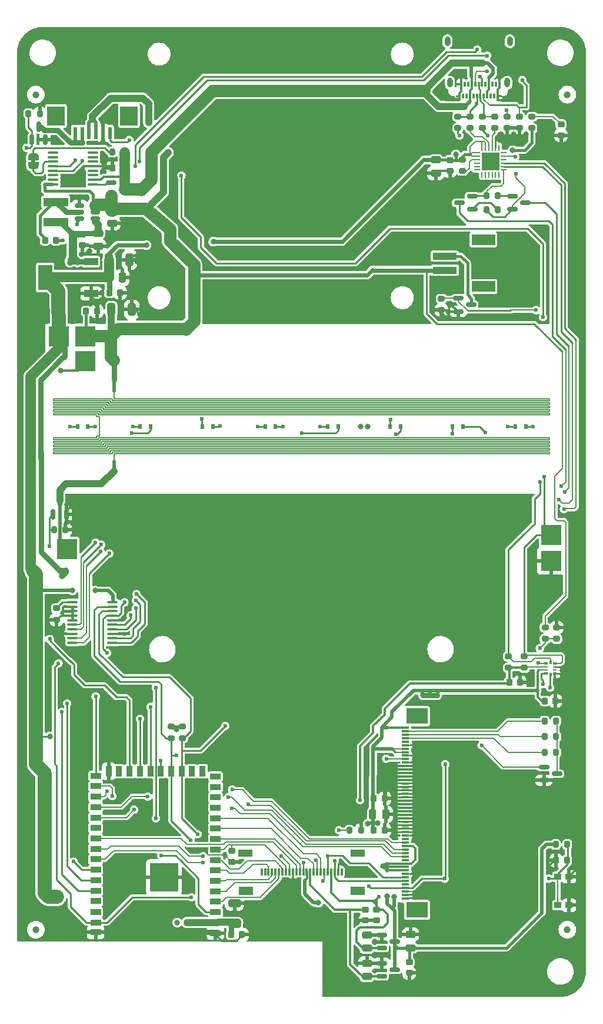
<source format=gbr>
G04 #@! TF.GenerationSoftware,KiCad,Pcbnew,6.0.11-2627ca5db0~126~ubuntu22.04.1*
G04 #@! TF.CreationDate,2025-05-27T11:10:10+02:00*
G04 #@! TF.ProjectId,qPocketPCR_Main,71506f63-6b65-4745-9043-525f4d61696e,rev?*
G04 #@! TF.SameCoordinates,Original*
G04 #@! TF.FileFunction,Copper,L1,Top*
G04 #@! TF.FilePolarity,Positive*
%FSLAX46Y46*%
G04 Gerber Fmt 4.6, Leading zero omitted, Abs format (unit mm)*
G04 Created by KiCad (PCBNEW 6.0.11-2627ca5db0~126~ubuntu22.04.1) date 2025-05-27 11:10:10*
%MOMM*%
%LPD*%
G01*
G04 APERTURE LIST*
G04 Aperture macros list*
%AMRoundRect*
0 Rectangle with rounded corners*
0 $1 Rounding radius*
0 $2 $3 $4 $5 $6 $7 $8 $9 X,Y pos of 4 corners*
0 Add a 4 corners polygon primitive as box body*
4,1,4,$2,$3,$4,$5,$6,$7,$8,$9,$2,$3,0*
0 Add four circle primitives for the rounded corners*
1,1,$1+$1,$2,$3*
1,1,$1+$1,$4,$5*
1,1,$1+$1,$6,$7*
1,1,$1+$1,$8,$9*
0 Add four rect primitives between the rounded corners*
20,1,$1+$1,$2,$3,$4,$5,0*
20,1,$1+$1,$4,$5,$6,$7,0*
20,1,$1+$1,$6,$7,$8,$9,0*
20,1,$1+$1,$8,$9,$2,$3,0*%
%AMFreePoly0*
4,1,22,0.500000,-0.750000,0.000000,-0.750000,0.000000,-0.745033,-0.079941,-0.743568,-0.215256,-0.701293,-0.333266,-0.622738,-0.424486,-0.514219,-0.481581,-0.384460,-0.499164,-0.250000,-0.500000,-0.250000,-0.500000,0.250000,-0.499164,0.250000,-0.499963,0.256109,-0.478152,0.396186,-0.417904,0.524511,-0.324060,0.630769,-0.204165,0.706417,-0.067858,0.745374,0.000000,0.744959,0.000000,0.750000,
0.500000,0.750000,0.500000,-0.750000,0.500000,-0.750000,$1*%
%AMFreePoly1*
4,1,20,0.000000,0.744959,0.073905,0.744508,0.209726,0.703889,0.328688,0.626782,0.421226,0.519385,0.479903,0.390333,0.500000,0.250000,0.500000,-0.250000,0.499851,-0.262216,0.476331,-0.402017,0.414519,-0.529596,0.319384,-0.634700,0.198574,-0.708877,0.061801,-0.746166,0.000000,-0.745033,0.000000,-0.750000,-0.500000,-0.750000,-0.500000,0.750000,0.000000,0.750000,0.000000,0.744959,
0.000000,0.744959,$1*%
G04 Aperture macros list end*
G04 #@! TA.AperFunction,SMDPad,CuDef*
%ADD10R,2.000000X1.300000*%
G04 #@! TD*
G04 #@! TA.AperFunction,SMDPad,CuDef*
%ADD11R,0.300000X1.000000*%
G04 #@! TD*
G04 #@! TA.AperFunction,SMDPad,CuDef*
%ADD12R,0.300000X0.700000*%
G04 #@! TD*
G04 #@! TA.AperFunction,ComponentPad*
%ADD13O,0.800000X1.400000*%
G04 #@! TD*
G04 #@! TA.AperFunction,SMDPad,CuDef*
%ADD14R,1.100000X0.300000*%
G04 #@! TD*
G04 #@! TA.AperFunction,SMDPad,CuDef*
%ADD15R,3.100000X2.300000*%
G04 #@! TD*
G04 #@! TA.AperFunction,SMDPad,CuDef*
%ADD16RoundRect,0.150000X-0.587500X-0.150000X0.587500X-0.150000X0.587500X0.150000X-0.587500X0.150000X0*%
G04 #@! TD*
G04 #@! TA.AperFunction,SMDPad,CuDef*
%ADD17R,0.500000X0.800000*%
G04 #@! TD*
G04 #@! TA.AperFunction,SMDPad,CuDef*
%ADD18RoundRect,0.200000X-0.200000X-0.275000X0.200000X-0.275000X0.200000X0.275000X-0.200000X0.275000X0*%
G04 #@! TD*
G04 #@! TA.AperFunction,SMDPad,CuDef*
%ADD19RoundRect,0.200000X0.275000X-0.200000X0.275000X0.200000X-0.275000X0.200000X-0.275000X-0.200000X0*%
G04 #@! TD*
G04 #@! TA.AperFunction,SMDPad,CuDef*
%ADD20RoundRect,0.200000X0.200000X0.275000X-0.200000X0.275000X-0.200000X-0.275000X0.200000X-0.275000X0*%
G04 #@! TD*
G04 #@! TA.AperFunction,SMDPad,CuDef*
%ADD21RoundRect,0.200000X-0.275000X0.200000X-0.275000X-0.200000X0.275000X-0.200000X0.275000X0.200000X0*%
G04 #@! TD*
G04 #@! TA.AperFunction,SMDPad,CuDef*
%ADD22C,1.000000*%
G04 #@! TD*
G04 #@! TA.AperFunction,SMDPad,CuDef*
%ADD23RoundRect,0.250000X-0.325000X-0.650000X0.325000X-0.650000X0.325000X0.650000X-0.325000X0.650000X0*%
G04 #@! TD*
G04 #@! TA.AperFunction,SMDPad,CuDef*
%ADD24RoundRect,0.225000X-0.225000X-0.250000X0.225000X-0.250000X0.225000X0.250000X-0.225000X0.250000X0*%
G04 #@! TD*
G04 #@! TA.AperFunction,SMDPad,CuDef*
%ADD25RoundRect,0.225000X-0.250000X0.225000X-0.250000X-0.225000X0.250000X-0.225000X0.250000X0.225000X0*%
G04 #@! TD*
G04 #@! TA.AperFunction,SMDPad,CuDef*
%ADD26RoundRect,0.250000X-0.250000X-0.475000X0.250000X-0.475000X0.250000X0.475000X-0.250000X0.475000X0*%
G04 #@! TD*
G04 #@! TA.AperFunction,SMDPad,CuDef*
%ADD27RoundRect,0.250000X0.475000X-0.250000X0.475000X0.250000X-0.475000X0.250000X-0.475000X-0.250000X0*%
G04 #@! TD*
G04 #@! TA.AperFunction,SMDPad,CuDef*
%ADD28RoundRect,0.225000X0.225000X0.250000X-0.225000X0.250000X-0.225000X-0.250000X0.225000X-0.250000X0*%
G04 #@! TD*
G04 #@! TA.AperFunction,SMDPad,CuDef*
%ADD29RoundRect,0.250000X-0.475000X0.250000X-0.475000X-0.250000X0.475000X-0.250000X0.475000X0.250000X0*%
G04 #@! TD*
G04 #@! TA.AperFunction,SMDPad,CuDef*
%ADD30RoundRect,0.150000X0.150000X-0.587500X0.150000X0.587500X-0.150000X0.587500X-0.150000X-0.587500X0*%
G04 #@! TD*
G04 #@! TA.AperFunction,SMDPad,CuDef*
%ADD31R,3.400000X1.500000*%
G04 #@! TD*
G04 #@! TA.AperFunction,SMDPad,CuDef*
%ADD32R,3.500000X1.000000*%
G04 #@! TD*
G04 #@! TA.AperFunction,SMDPad,CuDef*
%ADD33RoundRect,0.218750X0.256250X-0.218750X0.256250X0.218750X-0.256250X0.218750X-0.256250X-0.218750X0*%
G04 #@! TD*
G04 #@! TA.AperFunction,SMDPad,CuDef*
%ADD34RoundRect,0.150000X0.587500X0.150000X-0.587500X0.150000X-0.587500X-0.150000X0.587500X-0.150000X0*%
G04 #@! TD*
G04 #@! TA.AperFunction,SMDPad,CuDef*
%ADD35FreePoly0,90.000000*%
G04 #@! TD*
G04 #@! TA.AperFunction,SMDPad,CuDef*
%ADD36FreePoly1,90.000000*%
G04 #@! TD*
G04 #@! TA.AperFunction,SMDPad,CuDef*
%ADD37R,1.000000X0.900000*%
G04 #@! TD*
G04 #@! TA.AperFunction,SMDPad,CuDef*
%ADD38R,3.000000X3.000000*%
G04 #@! TD*
G04 #@! TA.AperFunction,ComponentPad*
%ADD39C,0.800000*%
G04 #@! TD*
G04 #@! TA.AperFunction,SMDPad,CuDef*
%ADD40R,2.000000X1.000000*%
G04 #@! TD*
G04 #@! TA.AperFunction,SMDPad,CuDef*
%ADD41RoundRect,0.250000X0.650000X-0.325000X0.650000X0.325000X-0.650000X0.325000X-0.650000X-0.325000X0*%
G04 #@! TD*
G04 #@! TA.AperFunction,SMDPad,CuDef*
%ADD42RoundRect,0.100000X0.637500X0.100000X-0.637500X0.100000X-0.637500X-0.100000X0.637500X-0.100000X0*%
G04 #@! TD*
G04 #@! TA.AperFunction,SMDPad,CuDef*
%ADD43R,1.500000X0.900000*%
G04 #@! TD*
G04 #@! TA.AperFunction,SMDPad,CuDef*
%ADD44R,0.900000X1.500000*%
G04 #@! TD*
G04 #@! TA.AperFunction,SMDPad,CuDef*
%ADD45R,4.100000X4.100000*%
G04 #@! TD*
G04 #@! TA.AperFunction,SMDPad,CuDef*
%ADD46R,2.032000X1.016000*%
G04 #@! TD*
G04 #@! TA.AperFunction,SMDPad,CuDef*
%ADD47R,2.032000X3.657600*%
G04 #@! TD*
G04 #@! TA.AperFunction,SMDPad,CuDef*
%ADD48RoundRect,0.150000X0.512500X0.150000X-0.512500X0.150000X-0.512500X-0.150000X0.512500X-0.150000X0*%
G04 #@! TD*
G04 #@! TA.AperFunction,SMDPad,CuDef*
%ADD49RoundRect,0.062500X-0.062500X0.350000X-0.062500X-0.350000X0.062500X-0.350000X0.062500X0.350000X0*%
G04 #@! TD*
G04 #@! TA.AperFunction,SMDPad,CuDef*
%ADD50RoundRect,0.062500X-0.350000X0.062500X-0.350000X-0.062500X0.350000X-0.062500X0.350000X0.062500X0*%
G04 #@! TD*
G04 #@! TA.AperFunction,SMDPad,CuDef*
%ADD51R,2.600000X2.600000*%
G04 #@! TD*
G04 #@! TA.AperFunction,SMDPad,CuDef*
%ADD52R,0.575000X0.300000*%
G04 #@! TD*
G04 #@! TA.AperFunction,SMDPad,CuDef*
%ADD53R,0.575000X0.250000*%
G04 #@! TD*
G04 #@! TA.AperFunction,SMDPad,CuDef*
%ADD54R,0.350000X0.630000*%
G04 #@! TD*
G04 #@! TA.AperFunction,SMDPad,CuDef*
%ADD55R,3.600000X1.150000*%
G04 #@! TD*
G04 #@! TA.AperFunction,SMDPad,CuDef*
%ADD56R,0.600000X1.700000*%
G04 #@! TD*
G04 #@! TA.AperFunction,SMDPad,CuDef*
%ADD57R,2.500000X2.800000*%
G04 #@! TD*
G04 #@! TA.AperFunction,SMDPad,CuDef*
%ADD58RoundRect,0.100000X-0.637500X-0.100000X0.637500X-0.100000X0.637500X0.100000X-0.637500X0.100000X0*%
G04 #@! TD*
G04 #@! TA.AperFunction,ViaPad*
%ADD59C,0.800000*%
G04 #@! TD*
G04 #@! TA.AperFunction,ViaPad*
%ADD60C,0.600000*%
G04 #@! TD*
G04 #@! TA.AperFunction,Conductor*
%ADD61C,0.250000*%
G04 #@! TD*
G04 #@! TA.AperFunction,Conductor*
%ADD62C,0.300000*%
G04 #@! TD*
G04 #@! TA.AperFunction,Conductor*
%ADD63C,0.152400*%
G04 #@! TD*
G04 #@! TA.AperFunction,Conductor*
%ADD64C,0.170000*%
G04 #@! TD*
G04 #@! TA.AperFunction,Conductor*
%ADD65C,0.500000*%
G04 #@! TD*
G04 #@! TA.AperFunction,Conductor*
%ADD66C,0.200000*%
G04 #@! TD*
G04 #@! TA.AperFunction,Conductor*
%ADD67C,1.000000*%
G04 #@! TD*
G04 #@! TA.AperFunction,Conductor*
%ADD68C,1.400000*%
G04 #@! TD*
G04 #@! TA.AperFunction,Conductor*
%ADD69C,2.000000*%
G04 #@! TD*
G04 #@! TA.AperFunction,Conductor*
%ADD70C,0.400000*%
G04 #@! TD*
G04 #@! TA.AperFunction,Conductor*
%ADD71C,0.800000*%
G04 #@! TD*
G04 #@! TA.AperFunction,Conductor*
%ADD72C,0.600000*%
G04 #@! TD*
G04 #@! TA.AperFunction,Conductor*
%ADD73C,1.500000*%
G04 #@! TD*
G04 #@! TA.AperFunction,Conductor*
%ADD74C,0.320000*%
G04 #@! TD*
G04 #@! TA.AperFunction,Conductor*
%ADD75C,1.800000*%
G04 #@! TD*
G04 #@! TA.AperFunction,Conductor*
%ADD76C,1.200000*%
G04 #@! TD*
G04 #@! TA.AperFunction,Conductor*
%ADD77C,0.127000*%
G04 #@! TD*
G04 #@! TA.AperFunction,Conductor*
%ADD78C,0.160000*%
G04 #@! TD*
G04 #@! TA.AperFunction,Conductor*
%ADD79C,0.240000*%
G04 #@! TD*
G04 #@! TA.AperFunction,Conductor*
%ADD80C,0.750000*%
G04 #@! TD*
G04 APERTURE END LIST*
G36*
X61715584Y-49825283D02*
G01*
X61115584Y-49825283D01*
X61115584Y-49325283D01*
X61715584Y-49325283D01*
X61715584Y-49825283D01*
G37*
D10*
X108050000Y-154389000D03*
X91950000Y-154389000D03*
D11*
X105750000Y-151689000D03*
X105250000Y-151689000D03*
X104750000Y-151689000D03*
X104250000Y-151689000D03*
X103750000Y-151689000D03*
X103250000Y-151689000D03*
X102750000Y-151689000D03*
X102250000Y-151689000D03*
X101750000Y-151689000D03*
X101250000Y-151689000D03*
X100750000Y-151689000D03*
X100250000Y-151689000D03*
X99750000Y-151689000D03*
X99250000Y-151689000D03*
X98750000Y-151689000D03*
X98250000Y-151689000D03*
X97750000Y-151689000D03*
X97250000Y-151689000D03*
X96750000Y-151689000D03*
X96250000Y-151689000D03*
X95750000Y-151689000D03*
X95250000Y-151689000D03*
X94750000Y-151689000D03*
X94250000Y-151689000D03*
D12*
X128230000Y-40210000D03*
X127730000Y-40210000D03*
X127230000Y-40210000D03*
X126730000Y-40210000D03*
X126230000Y-40210000D03*
X125730000Y-40210000D03*
X125230000Y-40210000D03*
X124730000Y-40210000D03*
X124230000Y-40210000D03*
X123730000Y-40210000D03*
X123230000Y-40210000D03*
X122730000Y-40210000D03*
X122980000Y-38510000D03*
X123480000Y-38510000D03*
X123980000Y-38510000D03*
X124480000Y-38510000D03*
X124980000Y-38510000D03*
X125480000Y-38510000D03*
X125980000Y-38510000D03*
X126480000Y-38510000D03*
X126980000Y-38510000D03*
X127480000Y-38510000D03*
X127980000Y-38510000D03*
X128480000Y-38510000D03*
D13*
X120990000Y-32350000D03*
X121350000Y-38300000D03*
X129610000Y-38300000D03*
X129970000Y-32350000D03*
D14*
X114900000Y-130990000D03*
X114900000Y-131490000D03*
X114900000Y-131990000D03*
X114900000Y-132490000D03*
X114900000Y-132990000D03*
X114900000Y-133490000D03*
X114900000Y-133990000D03*
X114900000Y-134490000D03*
X114900000Y-134990000D03*
X114900000Y-135490000D03*
X114900000Y-135990000D03*
X114900000Y-136490000D03*
X114900000Y-136990000D03*
X114900000Y-137490000D03*
X114900000Y-137990000D03*
X114900000Y-138490000D03*
X114900000Y-138990000D03*
X114900000Y-139490000D03*
X114900000Y-139990000D03*
X114900000Y-140490000D03*
X114900000Y-140990000D03*
X114900000Y-141490000D03*
X114900000Y-141990000D03*
X114900000Y-142490000D03*
X114900000Y-142990000D03*
X114900000Y-143490000D03*
X114900000Y-143990000D03*
X114900000Y-144490000D03*
X114900000Y-144990000D03*
X114900000Y-145490000D03*
X114900000Y-145990000D03*
X114900000Y-146490000D03*
X114900000Y-146990000D03*
X114900000Y-147490000D03*
X114900000Y-147990000D03*
X114900000Y-148490000D03*
X114900000Y-148990000D03*
X114900000Y-149490000D03*
X114900000Y-149990000D03*
X114900000Y-150490000D03*
X114900000Y-150990000D03*
X114900000Y-151490000D03*
X114900000Y-151990000D03*
X114900000Y-152490000D03*
X114900000Y-152990000D03*
X114900000Y-153490000D03*
X114900000Y-153990000D03*
X114900000Y-154490000D03*
X114900000Y-154990000D03*
X114900000Y-155490000D03*
D15*
X116600000Y-157160000D03*
X116600000Y-129320000D03*
D16*
X111508500Y-164833500D03*
X111508500Y-166733500D03*
X113383500Y-165783500D03*
D17*
X69250000Y-87698074D03*
X67750000Y-87698074D03*
X78250000Y-87698074D03*
X76750000Y-87698074D03*
X87250000Y-87698074D03*
X85750000Y-87698074D03*
X96250000Y-87698074D03*
X94750000Y-87698074D03*
X105250000Y-87698074D03*
X103750000Y-87698074D03*
X123250000Y-87698074D03*
X121750000Y-87698074D03*
X114250000Y-87698074D03*
X112750000Y-87698074D03*
D18*
X106896600Y-145720000D03*
X108546600Y-145720000D03*
D19*
X82880400Y-132461200D03*
X82880400Y-130811200D03*
X133147000Y-44818000D03*
X133147000Y-43168000D03*
D20*
X136639000Y-130025001D03*
X134989000Y-130025001D03*
X136639000Y-132258000D03*
X134989000Y-132258000D03*
X136639000Y-134544000D03*
X134989000Y-134544000D03*
D21*
X124257000Y-43168000D03*
X124257000Y-44818000D03*
D19*
X131369000Y-44818000D03*
X131369000Y-43168000D03*
D18*
X72747234Y-48269483D03*
X74397234Y-48269483D03*
D21*
X129591000Y-43168000D03*
X129591000Y-44818000D03*
D16*
X111524500Y-160769500D03*
X111524500Y-162669500D03*
X113399500Y-161719500D03*
D21*
X129768800Y-120726400D03*
X129768800Y-122376400D03*
X132054800Y-120726400D03*
X132054800Y-122376400D03*
D22*
X61750000Y-40000000D03*
X138250000Y-40000000D03*
X138250000Y-160000000D03*
X61750000Y-160000000D03*
D23*
X72284984Y-63751733D03*
X75234984Y-63751733D03*
D24*
X89877800Y-160706000D03*
X91427800Y-160706000D03*
D25*
X115494000Y-164676000D03*
X115494000Y-166226000D03*
D26*
X72301984Y-66291733D03*
X74201984Y-66291733D03*
D24*
X63078984Y-60954483D03*
X64628984Y-60954483D03*
D25*
X89992400Y-148704200D03*
X89992400Y-150254200D03*
D27*
X115684500Y-162606000D03*
X115684500Y-160706000D03*
X109398000Y-162672000D03*
X109398000Y-160772000D03*
X109398000Y-166733500D03*
X109398000Y-164833500D03*
D28*
X138180984Y-150038000D03*
X136630984Y-150038000D03*
D25*
X110795000Y-157137000D03*
X110795000Y-158687000D03*
D24*
X129882800Y-124472400D03*
X131432800Y-124472400D03*
X68999000Y-71139250D03*
X70549000Y-71139250D03*
D25*
X121336000Y-49441000D03*
X121336000Y-50991000D03*
D24*
X110401000Y-141148000D03*
X111951000Y-141148000D03*
D26*
X110226000Y-143434000D03*
X112126000Y-143434000D03*
D24*
X110401000Y-145720000D03*
X111951000Y-145720000D03*
X72349984Y-68482483D03*
X73899984Y-68482483D03*
D29*
X72743984Y-56623983D03*
X72743984Y-58523983D03*
D30*
X61211984Y-46465733D03*
X63111984Y-46465733D03*
X62161984Y-44590733D03*
D16*
X122562500Y-69266000D03*
X122562500Y-71166000D03*
X124437500Y-70216000D03*
D30*
X64252000Y-100302500D03*
X66152000Y-100302500D03*
X65202000Y-98427500D03*
D16*
X134876500Y-136642000D03*
X134876500Y-138542000D03*
X136751500Y-137592000D03*
D31*
X126162000Y-60884000D03*
X126162000Y-67584000D03*
D32*
X120612000Y-65234000D03*
X120612000Y-63234000D03*
D33*
X137338000Y-45860500D03*
X137338000Y-44285500D03*
D21*
X127813000Y-43168000D03*
X127813000Y-44818000D03*
D18*
X126607000Y-56566000D03*
X128257000Y-56566000D03*
D34*
X124559500Y-56500000D03*
X124559500Y-54600000D03*
X122684500Y-55550000D03*
D16*
X130304500Y-54600000D03*
X130304500Y-56500000D03*
X132179500Y-55550000D03*
D35*
X61415584Y-50225283D03*
D36*
X61415584Y-48925283D03*
D37*
X138497984Y-152400000D03*
X138497984Y-156500000D03*
X136897984Y-156500000D03*
X136897984Y-152400000D03*
D38*
X135941000Y-103302000D03*
X135941000Y-106985000D03*
X68885000Y-74727000D03*
X65075000Y-74727000D03*
D39*
X109500000Y-87698074D03*
X108500000Y-87698074D03*
D18*
X126607000Y-54534000D03*
X128257000Y-54534000D03*
D21*
X81229400Y-130811200D03*
X81229400Y-132461200D03*
D25*
X109144000Y-157137000D03*
X109144000Y-158687000D03*
D18*
X136580984Y-147752000D03*
X138230984Y-147752000D03*
D16*
X72613968Y-52634716D03*
X72613968Y-54534716D03*
X74488968Y-53584716D03*
D28*
X74347234Y-50555483D03*
X72797234Y-50555483D03*
D38*
X68885000Y-78283000D03*
X66211984Y-105328233D03*
D29*
X119304000Y-49393000D03*
X119304000Y-51293000D03*
D40*
X91942000Y-149022000D03*
X108052000Y-149022000D03*
D41*
X90348000Y-159133000D03*
X90348000Y-156183000D03*
D23*
X72617000Y-70885250D03*
X75567000Y-70885250D03*
D42*
X69986734Y-52886483D03*
X69986734Y-52236483D03*
X69986734Y-51586483D03*
X69986734Y-50936483D03*
X69986734Y-50286483D03*
X69986734Y-49636483D03*
X69986734Y-48986483D03*
X69986734Y-48336483D03*
X64261734Y-48336483D03*
X64261734Y-48986483D03*
X64261734Y-49636483D03*
X64261734Y-50286483D03*
X64261734Y-50936483D03*
X64261734Y-51586483D03*
X64261734Y-52236483D03*
X64261734Y-52886483D03*
D24*
X134988200Y-127139400D03*
X136538200Y-127139400D03*
D17*
X132250000Y-87698074D03*
X130750000Y-87698074D03*
D43*
X87617000Y-160490000D03*
X87617000Y-158990000D03*
X87617000Y-157490000D03*
X87617000Y-155990000D03*
X87617000Y-154490000D03*
X87617000Y-152990000D03*
X87617000Y-151490000D03*
X87617000Y-149990000D03*
X87617000Y-148490000D03*
X87617000Y-146990000D03*
X87617000Y-145490000D03*
X87617000Y-143990000D03*
X87617000Y-142490000D03*
X87617000Y-140990000D03*
X87617000Y-139490000D03*
X87617000Y-137990000D03*
D44*
X85742000Y-137240000D03*
X84242000Y-137240000D03*
X82742000Y-137240000D03*
X81242000Y-137240000D03*
X79742000Y-137240000D03*
X78242000Y-137240000D03*
X76742000Y-137240000D03*
X75242000Y-137240000D03*
X73742000Y-137240000D03*
X72242000Y-137240000D03*
D43*
X70367000Y-137890000D03*
X70367000Y-139390000D03*
X70367000Y-140890000D03*
X70367000Y-142390000D03*
X70367000Y-143890000D03*
X70367000Y-145390000D03*
X70367000Y-146890000D03*
X70367000Y-148390000D03*
X70367000Y-149890000D03*
X70367000Y-151390000D03*
X70367000Y-152890000D03*
X70367000Y-154390000D03*
X70367000Y-155890000D03*
X70367000Y-157490000D03*
X70367000Y-158990000D03*
X70367000Y-160390000D03*
D45*
X80182000Y-152450000D03*
D46*
X69695984Y-68577733D03*
D47*
X63091984Y-66291733D03*
D46*
X69695984Y-66291733D03*
X69695984Y-64005733D03*
D48*
X70325484Y-57840483D03*
X70325484Y-56890483D03*
X70325484Y-55940483D03*
X68050484Y-55940483D03*
X68050484Y-56890483D03*
X68050484Y-57840483D03*
D20*
X66036984Y-102528233D03*
X64386984Y-102528233D03*
D49*
X128428000Y-47643500D03*
X127928000Y-47643500D03*
X127428000Y-47643500D03*
X126928000Y-47643500D03*
X126428000Y-47643500D03*
X125928000Y-47643500D03*
D50*
X125240500Y-48331000D03*
X125240500Y-48831000D03*
X125240500Y-49331000D03*
X125240500Y-49831000D03*
X125240500Y-50331000D03*
X125240500Y-50831000D03*
D49*
X125928000Y-51518500D03*
X126428000Y-51518500D03*
X126928000Y-51518500D03*
X127428000Y-51518500D03*
X127928000Y-51518500D03*
X128428000Y-51518500D03*
D50*
X129115500Y-50831000D03*
X129115500Y-50331000D03*
X129115500Y-49831000D03*
X129115500Y-49331000D03*
X129115500Y-48831000D03*
X129115500Y-48331000D03*
D51*
X127178000Y-49581000D03*
D52*
X136451500Y-123215800D03*
D53*
X136451500Y-122715800D03*
X136451500Y-122215800D03*
D52*
X136451500Y-121715800D03*
D54*
X135814000Y-121605800D03*
D52*
X135176500Y-121715800D03*
D53*
X135176500Y-122215800D03*
X135176500Y-122715800D03*
D52*
X135176500Y-123215800D03*
D54*
X135814000Y-123325800D03*
D20*
X62336984Y-42728233D03*
X60686984Y-42728233D03*
D55*
X64615984Y-55415483D03*
X64615984Y-58365483D03*
D29*
X70711984Y-59938483D03*
X70711984Y-61838483D03*
D25*
X68425984Y-60113483D03*
X68425984Y-61663483D03*
D19*
X120111984Y-70978233D03*
X120111984Y-69328233D03*
D21*
X135052000Y-116573000D03*
X135052000Y-118223000D03*
D56*
X67411984Y-45508233D03*
X68411984Y-45508233D03*
X69411984Y-45508233D03*
X70411984Y-45508233D03*
X71411984Y-45508233D03*
X72411984Y-45508233D03*
D57*
X64661984Y-43058233D03*
X75161984Y-43058233D03*
D19*
X123114000Y-50978000D03*
X123114000Y-49328000D03*
X64705984Y-115477233D03*
X64705984Y-113827233D03*
D58*
X67050484Y-112934233D03*
X67050484Y-113584233D03*
X67050484Y-114234233D03*
X67050484Y-114884233D03*
X67050484Y-115534233D03*
X67050484Y-116184233D03*
X67050484Y-116834233D03*
X67050484Y-117484233D03*
X67050484Y-118134233D03*
X67050484Y-118784233D03*
X72775484Y-118784233D03*
X72775484Y-118134233D03*
X72775484Y-117484233D03*
X72775484Y-116834233D03*
X72775484Y-116184233D03*
X72775484Y-115534233D03*
X72775484Y-114884233D03*
X72775484Y-114234233D03*
X72775484Y-113584233D03*
X72775484Y-112934233D03*
D19*
X136728400Y-118223000D03*
X136728400Y-116573000D03*
D21*
X126035000Y-43168000D03*
X126035000Y-44818000D03*
X122479000Y-43168000D03*
X122479000Y-44818000D03*
D59*
X105588000Y-70917000D03*
X125527000Y-110668000D03*
X135627984Y-151181000D03*
X122876000Y-37389000D03*
X119828000Y-39802000D03*
X65011984Y-46828233D03*
X127178000Y-49581000D03*
X112511984Y-163728233D03*
X117761984Y-161228233D03*
X72511984Y-156228233D03*
D60*
X74511984Y-117478233D03*
D59*
X121336000Y-70028000D03*
X76261984Y-156978233D03*
X73011984Y-108478233D03*
X67622800Y-160825200D03*
X128464000Y-36500000D03*
X61011984Y-157478233D03*
X76011984Y-150228233D03*
X131385000Y-39929000D03*
X84382400Y-160375800D03*
X71540234Y-49793483D03*
X130511984Y-45728233D03*
X132261984Y-45728233D03*
X71219984Y-68450733D03*
X66471984Y-125178233D03*
X122241000Y-36754000D03*
X71219984Y-69466733D03*
X76011984Y-153728233D03*
X131385000Y-40818000D03*
X128761984Y-45728233D03*
X120082000Y-38786000D03*
X65511984Y-157978233D03*
X108011984Y-158978233D03*
X135814000Y-110668000D03*
X98761984Y-154228233D03*
X70511984Y-123478233D03*
X60933968Y-54964716D03*
X71411984Y-46828233D03*
X71761984Y-135228233D03*
X76299984Y-63148483D03*
X76061984Y-144388233D03*
X67742000Y-99365000D03*
X92684800Y-160655200D03*
X67183968Y-54814716D03*
X69433968Y-62464716D03*
X75183968Y-60064716D03*
X116510000Y-141402000D03*
X68183968Y-54814716D03*
X76299984Y-64037483D03*
X116357600Y-152120800D03*
X84963200Y-148564800D03*
X67742000Y-100381000D03*
X67742000Y-101397000D03*
X110511984Y-161728233D03*
X116510000Y-135052000D03*
X131369000Y-167818000D03*
X92227600Y-159232800D03*
X83761984Y-153228233D03*
X90348000Y-157454800D03*
X84701984Y-143918233D03*
X60933968Y-69214716D03*
X132943800Y-124345400D03*
X72373968Y-61184716D03*
X67241800Y-159301200D03*
X120256500Y-71806000D03*
X70271984Y-69948233D03*
X139691984Y-148895000D03*
X108011984Y-157978233D03*
X104761984Y-167978233D03*
X85525400Y-160375800D03*
X108011984Y-163728233D03*
X65329000Y-79680000D03*
X80511984Y-156978233D03*
X105261984Y-159228233D03*
X110511984Y-163728233D03*
X71540234Y-50936483D03*
X73261984Y-135228233D03*
X62281000Y-77267000D03*
X76759000Y-71647250D03*
X66218000Y-101397000D03*
X73801984Y-152038233D03*
X109271000Y-151562000D03*
X112065000Y-139243000D03*
X116510000Y-137465000D03*
X60933968Y-62464716D03*
X116511984Y-154868233D03*
X69011984Y-121978233D03*
X139761984Y-71728233D03*
X64311984Y-46228233D03*
X76680984Y-65783733D03*
X128464000Y-37516000D03*
X121082000Y-71171000D03*
X138619984Y-122209233D03*
X75918984Y-66545733D03*
X63761984Y-132228233D03*
X122199600Y-48590400D03*
X110972800Y-144704000D03*
X65511984Y-109228233D03*
X111684000Y-150901600D03*
X102421984Y-156128233D03*
X130378400Y-47980800D03*
X83493400Y-158978800D03*
X65111984Y-108328233D03*
X109550400Y-144754800D03*
X117511984Y-126328233D03*
X66111984Y-108328233D03*
X87300000Y-61138000D03*
X112293600Y-155219600D03*
X67011984Y-111228233D03*
X77683968Y-61644716D03*
X82011984Y-131228233D03*
X118511984Y-126328233D03*
X119511984Y-126328233D03*
X70293984Y-111287233D03*
X64824400Y-155295800D03*
X113309600Y-155270400D03*
X63554400Y-155295800D03*
X82096400Y-158978800D03*
D60*
X111125200Y-155270400D03*
X108432800Y-141402000D03*
X100254000Y-150393600D03*
X85826800Y-150393600D03*
X85826800Y-149428400D03*
X97104400Y-149428400D03*
X125162000Y-41326000D03*
X125670000Y-37389000D03*
X72001984Y-140108233D03*
X90001984Y-139878233D03*
X75891984Y-142768233D03*
X92301984Y-141968233D03*
X77861984Y-140868233D03*
X89491984Y-140938233D03*
X89951984Y-142538233D03*
X72771984Y-140818233D03*
X70357484Y-104365733D03*
X70300000Y-87698074D03*
X112192000Y-135433000D03*
X72011984Y-120228233D03*
X137411984Y-96228233D03*
X120624800Y-152679600D03*
X65011984Y-121728233D03*
X74511984Y-112978233D03*
X135577184Y-152679600D03*
X120675600Y-136220400D03*
X109701984Y-153728233D03*
X103048000Y-152984400D03*
X84150400Y-155372000D03*
X102032000Y-149987200D03*
X105384800Y-145720000D03*
X126686000Y-36690500D03*
X129464000Y-42215000D03*
X67476234Y-49412483D03*
X76693968Y-49634716D03*
X126720800Y-34417200D03*
X76045984Y-50286483D03*
X68492234Y-49539483D03*
X131766000Y-37897000D03*
X125298400Y-33553600D03*
X121686292Y-88728233D03*
D59*
X66647984Y-64164483D03*
D60*
X129700000Y-87698074D03*
X85636292Y-86628233D03*
X75700000Y-87698074D03*
D59*
X67713968Y-64124716D03*
D60*
X66700000Y-87698074D03*
X93700000Y-87698074D03*
X112791984Y-86698233D03*
X102700000Y-87698074D03*
X130861000Y-51359000D03*
X130734000Y-48946000D03*
X137761984Y-99577733D03*
X65511984Y-128728233D03*
X137011984Y-98228233D03*
X66261984Y-127478233D03*
D59*
X78011984Y-44028233D03*
X80811984Y-48328233D03*
D60*
X88300000Y-87665233D03*
X71055984Y-105699233D03*
X76262984Y-111795233D03*
X100011984Y-88681233D03*
X76135984Y-113827233D03*
X126427984Y-88554233D03*
X65631984Y-60954483D03*
X67663984Y-58668483D03*
X134761984Y-71978233D03*
X75211984Y-46528233D03*
X134290000Y-95682000D03*
X82711984Y-51628233D03*
X134925000Y-94920000D03*
X134290000Y-119570200D03*
X134036000Y-121653000D03*
X75538292Y-88681233D03*
X71182984Y-104683233D03*
X97298400Y-87697792D03*
X72325984Y-105953233D03*
X76135984Y-112684233D03*
X113581984Y-88828233D03*
X133300000Y-87698074D03*
X75373984Y-114843233D03*
X67211984Y-150228233D03*
X60411984Y-47628233D03*
X70367000Y-126478233D03*
X133761984Y-70978233D03*
X63689984Y-104937233D03*
X63761984Y-118228233D03*
X79742000Y-135708249D03*
X125908000Y-133528000D03*
X137911984Y-97128233D03*
X79832400Y-149326800D03*
X79011984Y-143978233D03*
X79011984Y-125228233D03*
X82011984Y-134978233D03*
X104775200Y-150088800D03*
X84048800Y-147142400D03*
X134761984Y-124728233D03*
X135761984Y-125228233D03*
X89011984Y-130728233D03*
X103759200Y-149428400D03*
X85014000Y-146278800D03*
X76761984Y-129728233D03*
X126808984Y-45882233D03*
X78261984Y-127978233D03*
X122744984Y-45882233D03*
D61*
X116383000Y-140640000D02*
X116383000Y-140513000D01*
X116383000Y-141402000D02*
X116383000Y-141021000D01*
X120111984Y-71661484D02*
X120256500Y-71806000D01*
D62*
X67869000Y-79680000D02*
X65329000Y-79680000D01*
D63*
X116129000Y-155481000D02*
X116129000Y-155118000D01*
D62*
X86076400Y-160205800D02*
X85695400Y-160205800D01*
X66152000Y-101331000D02*
X66218000Y-101397000D01*
X70231800Y-160401200D02*
X68046800Y-160401200D01*
D61*
X116383000Y-140005000D02*
X116383000Y-139497000D01*
D63*
X114900000Y-137490000D02*
X116358000Y-137490000D01*
D61*
X67050484Y-117484233D02*
X65441984Y-117484233D01*
D62*
X122876000Y-37389000D02*
X122241000Y-36754000D01*
D63*
X116002000Y-154483000D02*
X116129000Y-154483000D01*
X114900000Y-138990000D02*
X116382000Y-138990000D01*
D61*
X62611984Y-42453233D02*
X62336984Y-42728233D01*
D62*
X66152000Y-100365000D02*
X67726000Y-100365000D01*
X70711500Y-71139250D02*
X70711500Y-69677749D01*
D63*
X116350000Y-136990000D02*
X116383000Y-136957000D01*
X116360000Y-140490000D02*
X116383000Y-140513000D01*
D62*
X70633484Y-70053233D02*
X71219984Y-69466733D01*
D63*
X114900000Y-141990000D02*
X116336000Y-141990000D01*
D62*
X138497984Y-152400000D02*
X138497984Y-156500000D01*
D61*
X137439600Y-127139400D02*
X136538200Y-127139400D01*
X106511984Y-150978233D02*
X106511984Y-151228233D01*
X116383000Y-137465000D02*
X116383000Y-136957000D01*
D62*
X66152000Y-101331000D02*
X67676000Y-101331000D01*
X66152000Y-100365000D02*
X66152000Y-99812000D01*
X128230000Y-40210000D02*
X128230000Y-40838000D01*
X75492000Y-70885250D02*
X75997000Y-70885250D01*
D61*
X137511984Y-123478233D02*
X137448608Y-123541609D01*
D62*
X139691984Y-151181000D02*
X139691984Y-148895000D01*
X84552400Y-160205800D02*
X84382400Y-160375800D01*
D61*
X116383000Y-144069000D02*
X116383000Y-143434000D01*
X120889233Y-70978233D02*
X121082000Y-71171000D01*
D63*
X114900000Y-139490000D02*
X116376000Y-139490000D01*
D62*
X68046800Y-160401200D02*
X67622800Y-160825200D01*
X71156484Y-68514233D02*
X71219984Y-68450733D01*
X67726000Y-100365000D02*
X67980000Y-100365000D01*
D61*
X105250000Y-150740217D02*
X105511984Y-150478233D01*
D62*
X135941000Y-110541000D02*
X135814000Y-110668000D01*
X128480000Y-37532000D02*
X128464000Y-37516000D01*
D63*
X114900000Y-143490000D02*
X116327000Y-143490000D01*
D62*
X128250000Y-40818000D02*
X131385000Y-40818000D01*
D63*
X116280000Y-145490000D02*
X116383000Y-145593000D01*
D62*
X67726000Y-100365000D02*
X67742000Y-100381000D01*
D61*
X71411984Y-45508233D02*
X71411984Y-46828233D01*
X127928000Y-47643500D02*
X127928000Y-46562217D01*
D63*
X114900000Y-136990000D02*
X116350000Y-136990000D01*
D62*
X112113500Y-139291500D02*
X112065000Y-139243000D01*
X75918984Y-65783733D02*
X76680984Y-65783733D01*
D61*
X98750000Y-151689000D02*
X98750000Y-154216249D01*
X116629000Y-146490000D02*
X116637000Y-146482000D01*
D64*
X89903800Y-150254200D02*
X88925600Y-149276000D01*
D62*
X74775984Y-66291733D02*
X75664984Y-66291733D01*
X131385000Y-40818000D02*
X131385000Y-39929000D01*
X128480000Y-39024000D02*
X128480000Y-38510000D01*
D61*
X120111984Y-70978233D02*
X120111984Y-71661484D01*
D65*
X122622000Y-40691000D02*
X120717000Y-40691000D01*
D62*
X70633484Y-70307233D02*
X70409484Y-70307233D01*
X75838234Y-63148483D02*
X75234984Y-63751733D01*
D61*
X116383000Y-139497000D02*
X116383000Y-138989000D01*
X74505984Y-117484233D02*
X74511984Y-117478233D01*
D62*
X119606000Y-50991000D02*
X119304000Y-51293000D01*
D61*
X106761984Y-151478233D02*
X109187233Y-151478233D01*
D62*
X74775984Y-66291733D02*
X75410984Y-66291733D01*
D61*
X116383000Y-144577000D02*
X116383000Y-144069000D01*
D62*
X122730000Y-40210000D02*
X122730000Y-40583000D01*
D63*
X116320000Y-142990000D02*
X116383000Y-143053000D01*
X114900000Y-154490000D02*
X115995000Y-154490000D01*
X116129000Y-154483000D02*
X116129000Y-154610000D01*
D61*
X127928000Y-46562217D02*
X128761984Y-45728233D01*
X116383000Y-143053000D02*
X116383000Y-142418000D01*
D62*
X72634734Y-50555483D02*
X71921234Y-50555483D01*
D63*
X115995000Y-154490000D02*
X116002000Y-154483000D01*
D62*
X128464000Y-37516000D02*
X128464000Y-36500000D01*
X132816800Y-124472400D02*
X132943800Y-124345400D01*
D61*
X88511984Y-161613000D02*
X87617000Y-160718016D01*
D62*
X67980000Y-100365000D02*
X67996000Y-100381000D01*
X116448000Y-134990000D02*
X116510000Y-135052000D01*
X138497984Y-152400000D02*
X138497984Y-152375000D01*
D65*
X120717000Y-40691000D02*
X119828000Y-39802000D01*
D63*
X116352000Y-140990000D02*
X116383000Y-141021000D01*
D62*
X138497984Y-152375000D02*
X139691984Y-151181000D01*
X122730000Y-40210000D02*
X122730000Y-39776249D01*
X112113500Y-141148000D02*
X112113500Y-139291500D01*
D64*
X85979200Y-148615600D02*
X85928400Y-148564800D01*
D61*
X136451500Y-123215800D02*
X137122800Y-123215800D01*
D62*
X75234984Y-63751733D02*
X76014234Y-63751733D01*
D61*
X116383000Y-138481000D02*
X116383000Y-138100000D01*
D63*
X116334000Y-135990000D02*
X116383000Y-135941000D01*
D62*
X122981984Y-39318984D02*
X122981984Y-39524265D01*
D63*
X114900000Y-145990000D02*
X116367000Y-145990000D01*
X116376000Y-139490000D02*
X116383000Y-139497000D01*
D61*
X116383000Y-138100000D02*
X116383000Y-137465000D01*
D62*
X69441984Y-68704733D02*
X70203984Y-69466733D01*
X70500484Y-69466733D02*
X71219984Y-69466733D01*
X72302234Y-50555483D02*
X71540234Y-49793483D01*
D63*
X114900000Y-142490000D02*
X116311000Y-142490000D01*
D61*
X65441984Y-117484233D02*
X64705984Y-116748233D01*
D63*
X116129000Y-154610000D02*
X116129000Y-155118000D01*
D61*
X91427800Y-160812417D02*
X90627217Y-161613000D01*
X116383000Y-145974000D02*
X116383000Y-145593000D01*
D62*
X68885000Y-78283000D02*
X68885000Y-78664000D01*
X131595300Y-124472400D02*
X132816800Y-124472400D01*
X75997000Y-70885250D02*
X76759000Y-71647250D01*
X67676000Y-101331000D02*
X67742000Y-101397000D01*
X66599000Y-99365000D02*
X67742000Y-99365000D01*
D61*
X116375000Y-146490000D02*
X116383000Y-145974000D01*
D62*
X76299984Y-63148483D02*
X75838234Y-63148483D01*
D61*
X116383000Y-138989000D02*
X116383000Y-138481000D01*
D63*
X114900000Y-138490000D02*
X116374000Y-138490000D01*
D62*
X128480000Y-38510000D02*
X128480000Y-37532000D01*
X122980000Y-38510000D02*
X122980000Y-37493000D01*
D61*
X89992400Y-150254200D02*
X89903800Y-150254200D01*
D63*
X116351000Y-144990000D02*
X116383000Y-144958000D01*
D62*
X128230000Y-39274000D02*
X128480000Y-39024000D01*
X70231800Y-160401200D02*
X68341800Y-160401200D01*
D61*
X105511984Y-150478233D02*
X106011984Y-150478233D01*
D62*
X135627984Y-150878500D02*
X136468484Y-150038000D01*
D63*
X116336000Y-141990000D02*
X116383000Y-142037000D01*
D62*
X122980000Y-39317000D02*
X122981984Y-39318984D01*
D63*
X114900000Y-137990000D02*
X116273000Y-137990000D01*
X116358000Y-137490000D02*
X116383000Y-137465000D01*
D61*
X116383000Y-141021000D02*
X116383000Y-140640000D01*
X109187233Y-151478233D02*
X109271000Y-151562000D01*
D62*
X72634734Y-50555483D02*
X72302234Y-50555483D01*
X135941000Y-106985000D02*
X135941000Y-110541000D01*
X70711500Y-69677749D02*
X70500484Y-69466733D01*
D63*
X116120000Y-155490000D02*
X116129000Y-155481000D01*
X116129000Y-154991000D02*
X114901000Y-154991000D01*
D62*
X66152000Y-99812000D02*
X66599000Y-99365000D01*
X122981984Y-39524265D02*
X122730000Y-39776249D01*
D63*
X114900000Y-134990000D02*
X116318000Y-134990000D01*
D62*
X121336000Y-50991000D02*
X119606000Y-50991000D01*
D63*
X116368000Y-139990000D02*
X116383000Y-140005000D01*
D61*
X67050484Y-114884233D02*
X65298984Y-114884233D01*
X106511984Y-151228233D02*
X106761984Y-151478233D01*
D63*
X114900000Y-151990000D02*
X116049000Y-151990000D01*
D62*
X135627984Y-151181000D02*
X135627984Y-150878500D01*
X70633484Y-70307233D02*
X70633484Y-70053233D01*
D63*
X114900000Y-140490000D02*
X116360000Y-140490000D01*
X116367000Y-145990000D02*
X116383000Y-145974000D01*
D62*
X122980000Y-39317000D02*
X122980000Y-38510000D01*
D61*
X136451500Y-122215800D02*
X137249551Y-122215800D01*
D63*
X116382000Y-138990000D02*
X116383000Y-138989000D01*
D61*
X116218000Y-133490000D02*
X116383000Y-133655000D01*
D63*
X114900000Y-142990000D02*
X116320000Y-142990000D01*
X114901000Y-154991000D02*
X114900000Y-154990000D01*
D62*
X128230000Y-40210000D02*
X128230000Y-39274000D01*
X71921234Y-50555483D02*
X71540234Y-50936483D01*
D61*
X137249551Y-122215800D02*
X137511984Y-122478233D01*
D62*
X75664984Y-66291733D02*
X75918984Y-66545733D01*
X122500000Y-71166000D02*
X121087000Y-71166000D01*
D63*
X114900000Y-133490000D02*
X116218000Y-133490000D01*
D62*
X121087000Y-71166000D02*
X121082000Y-71171000D01*
D61*
X116383000Y-140513000D02*
X116383000Y-140005000D01*
D62*
X122730000Y-40583000D02*
X122622000Y-40691000D01*
D61*
X116375000Y-146490000D02*
X116629000Y-146490000D01*
D63*
X116129000Y-155118000D02*
X116129000Y-154991000D01*
D61*
X64705984Y-116748233D02*
X64705984Y-115477233D01*
D62*
X85695400Y-160205800D02*
X85525400Y-160375800D01*
D63*
X114900000Y-139990000D02*
X116368000Y-139990000D01*
D62*
X70074234Y-50286483D02*
X72365734Y-50286483D01*
X70203984Y-69466733D02*
X70500484Y-69466733D01*
X116129000Y-154483000D02*
X116383000Y-154483000D01*
D61*
X65298984Y-114884233D02*
X64705984Y-115477233D01*
X116383000Y-145593000D02*
X116383000Y-144958000D01*
X120111984Y-70978233D02*
X120889233Y-70978233D01*
X116383000Y-136957000D02*
X116383000Y-136576000D01*
D65*
X119828000Y-39040000D02*
X119828000Y-39802000D01*
D63*
X116295000Y-141490000D02*
X116383000Y-141402000D01*
X114900000Y-155490000D02*
X116120000Y-155490000D01*
D61*
X137846000Y-126733000D02*
X137439600Y-127139400D01*
X137122800Y-123215800D02*
X137448608Y-123541609D01*
X116383000Y-142037000D02*
X116383000Y-141402000D01*
D62*
X75410984Y-66291733D02*
X75918984Y-65783733D01*
X122980000Y-37493000D02*
X122876000Y-37389000D01*
D61*
X106011984Y-150478233D02*
X106511984Y-150978233D01*
X137511984Y-122478233D02*
X137511984Y-123478233D01*
D63*
X114900000Y-144990000D02*
X116351000Y-144990000D01*
X116297000Y-136490000D02*
X116383000Y-136576000D01*
X114900000Y-146490000D02*
X116375000Y-146490000D01*
X116049000Y-151990000D02*
X116129000Y-152070000D01*
D62*
X72365734Y-50286483D02*
X72634734Y-50555483D01*
D61*
X72775484Y-117484233D02*
X74505984Y-117484233D01*
D63*
X114900000Y-136490000D02*
X116297000Y-136490000D01*
X116296000Y-144490000D02*
X116383000Y-144577000D01*
D62*
X76014234Y-63751733D02*
X76299984Y-64037483D01*
X68885000Y-78664000D02*
X67869000Y-79680000D01*
D63*
X116311000Y-142490000D02*
X116383000Y-142418000D01*
D62*
X70409484Y-70307233D02*
X70330984Y-70228733D01*
D61*
X90627217Y-161613000D02*
X88511984Y-161613000D01*
X116383000Y-142418000D02*
X116383000Y-142037000D01*
D62*
X88003400Y-160205800D02*
X86076400Y-160205800D01*
D61*
X116318000Y-134990000D02*
X116383000Y-134925000D01*
X91427800Y-160706000D02*
X91427800Y-160812417D01*
D63*
X116304000Y-143990000D02*
X116383000Y-144069000D01*
D62*
X122500000Y-71166000D02*
X122474000Y-71166000D01*
D61*
X87617000Y-160718016D02*
X87617000Y-160490000D01*
D62*
X68341800Y-160401200D02*
X67241800Y-159301200D01*
D63*
X114900000Y-135990000D02*
X116334000Y-135990000D01*
X116374000Y-138490000D02*
X116383000Y-138481000D01*
X116273000Y-137990000D02*
X116383000Y-138100000D01*
D61*
X137448608Y-123541609D02*
X137846000Y-123939000D01*
X116383000Y-134925000D02*
X116383000Y-133655000D01*
D62*
X86076400Y-160205800D02*
X84552400Y-160205800D01*
D63*
X114900000Y-141490000D02*
X116295000Y-141490000D01*
D62*
X120082000Y-38786000D02*
X119828000Y-39040000D01*
D61*
X98750000Y-154216249D02*
X98761984Y-154228233D01*
D62*
X122474000Y-71166000D02*
X121336000Y-70028000D01*
D61*
X116383000Y-135941000D02*
X116383000Y-134925000D01*
D64*
X88874800Y-149225200D02*
X87604800Y-149225200D01*
X87604800Y-149225200D02*
X86588800Y-149225200D01*
D63*
X114900000Y-144490000D02*
X116296000Y-144490000D01*
X116327000Y-143490000D02*
X116383000Y-143434000D01*
D61*
X116383000Y-143434000D02*
X116383000Y-143053000D01*
D64*
X86588800Y-149225200D02*
X85979200Y-148615600D01*
X88925600Y-149276000D02*
X88874800Y-149225200D01*
D62*
X69441984Y-68514233D02*
X71156484Y-68514233D01*
D61*
X116383000Y-144958000D02*
X116383000Y-144577000D01*
D62*
X128230000Y-40838000D02*
X128250000Y-40818000D01*
X69441984Y-68514233D02*
X69441984Y-68450733D01*
D61*
X105250000Y-151689000D02*
X105250000Y-150740217D01*
D63*
X114900000Y-140990000D02*
X116352000Y-140990000D01*
D61*
X137846000Y-123939000D02*
X137846000Y-126733000D01*
D62*
X66152000Y-100365000D02*
X66152000Y-101331000D01*
X69441984Y-68514233D02*
X69441984Y-68704733D01*
D64*
X85928400Y-148564800D02*
X84963200Y-148564800D01*
D63*
X114900000Y-143990000D02*
X116304000Y-143990000D01*
D61*
X116383000Y-136576000D02*
X116383000Y-135941000D01*
D63*
X114900000Y-145490000D02*
X116280000Y-145490000D01*
D62*
X112039600Y-150546000D02*
X111684000Y-150901600D01*
D66*
X125928000Y-47643500D02*
X125928000Y-46741600D01*
D62*
X112319000Y-151562000D02*
X112319000Y-151536600D01*
D65*
X64250968Y-111217217D02*
X64261984Y-111228233D01*
X112317000Y-130990000D02*
X111555000Y-130990000D01*
D66*
X126256090Y-46710800D02*
X125958800Y-46710800D01*
D61*
X62029233Y-130228233D02*
X61519000Y-129718000D01*
D65*
X101761984Y-156128233D02*
X102421984Y-156128233D01*
D67*
X83493400Y-158978800D02*
X87960400Y-158978800D01*
D68*
X72301984Y-63768733D02*
X72284984Y-63751733D01*
D69*
X64996984Y-68196733D02*
X63091984Y-66291733D01*
D67*
X88003400Y-158935800D02*
X89898600Y-158935800D01*
D69*
X65075000Y-74727000D02*
X65011984Y-68248233D01*
D65*
X110287000Y-145768500D02*
X110238500Y-145720000D01*
D66*
X124491000Y-48331000D02*
X124257000Y-48565000D01*
D70*
X123495000Y-48565000D02*
X123114000Y-48946000D01*
D65*
X72833984Y-111922233D02*
X72833984Y-112684233D01*
X111684000Y-150901600D02*
X112166600Y-150901600D01*
D62*
X113535000Y-134490000D02*
X113081000Y-134036000D01*
D65*
X117387751Y-125654000D02*
X117387751Y-126204000D01*
X110238500Y-144782500D02*
X110238500Y-143434000D01*
D62*
X116036800Y-147990000D02*
X114900000Y-147990000D01*
D71*
X65611984Y-77828233D02*
X65711984Y-77828233D01*
D65*
X110238500Y-141148000D02*
X110287000Y-135306000D01*
D68*
X69441984Y-66228233D02*
X62837984Y-66228233D01*
X72238484Y-66228233D02*
X72301984Y-66291733D01*
D65*
X109601200Y-144704000D02*
X109550400Y-144754800D01*
D66*
X125958800Y-46710800D02*
X125044400Y-46710800D01*
D72*
X73505984Y-61624483D02*
X75753735Y-61624483D01*
D66*
X125928000Y-46741600D02*
X125958800Y-46710800D01*
D72*
X72284984Y-63751733D02*
X72284984Y-62845483D01*
D65*
X134611984Y-148387000D02*
X135246984Y-147752000D01*
D70*
X72349984Y-66339733D02*
X72301984Y-66291733D01*
D71*
X66111984Y-108328233D02*
X66111984Y-108628233D01*
D70*
X119304000Y-49393000D02*
X121288000Y-49393000D01*
D65*
X135246984Y-147752000D02*
X136468484Y-147752000D01*
D61*
X63761984Y-132228233D02*
X62029233Y-132228233D01*
D70*
X133147000Y-46939400D02*
X133147000Y-44818000D01*
D71*
X65511984Y-109228233D02*
X65511984Y-108728233D01*
D62*
X134544000Y-127139400D02*
X134988200Y-127139400D01*
D65*
X118461217Y-125654000D02*
X118461217Y-126277466D01*
X118461217Y-126277466D02*
X118511984Y-126328233D01*
D61*
X113446000Y-165783500D02*
X113446000Y-162975500D01*
D62*
X133985200Y-125920200D02*
X133985200Y-125654000D01*
D66*
X124739600Y-47015600D02*
X124257000Y-47498200D01*
D71*
X66111984Y-108628233D02*
X65511984Y-109228233D01*
D70*
X82880400Y-130811200D02*
X81844951Y-130811200D01*
D72*
X77663735Y-61624483D02*
X77683968Y-61644716D01*
D73*
X65075000Y-74727000D02*
X65075000Y-76465217D01*
D66*
X126428000Y-47643500D02*
X126428000Y-46882710D01*
D72*
X105842000Y-61138000D02*
X117587000Y-49393000D01*
D62*
X112319000Y-151536600D02*
X111684000Y-150901600D01*
X115804000Y-150490000D02*
X116357600Y-149936400D01*
D61*
X113828000Y-162593500D02*
X113462000Y-162227500D01*
D65*
X117387751Y-125654000D02*
X118461217Y-125654000D01*
D62*
X133985200Y-122923000D02*
X134192400Y-122715800D01*
D70*
X89877800Y-159603200D02*
X90348000Y-159133000D01*
D69*
X61773000Y-108889249D02*
X61411984Y-108528233D01*
D65*
X71182984Y-111287233D02*
X72198984Y-111287233D01*
D70*
X122237400Y-49441000D02*
X122237400Y-48628200D01*
D62*
X112383000Y-150990000D02*
X112319000Y-151054000D01*
X133985200Y-125920200D02*
X133985200Y-126580600D01*
X114900000Y-150490000D02*
X113456800Y-150490000D01*
D65*
X113399500Y-165767500D02*
X113383500Y-165783500D01*
D72*
X72284984Y-62845483D02*
X73505984Y-61624483D01*
D73*
X61011984Y-108128233D02*
X61411984Y-108528233D01*
D71*
X65711984Y-77828233D02*
X65911984Y-77628233D01*
D62*
X114900000Y-150990000D02*
X112383000Y-150990000D01*
D65*
X112319000Y-151054000D02*
X112319000Y-150546000D01*
X112319000Y-155245000D02*
X112293600Y-155219600D01*
X110287000Y-135306000D02*
X110287000Y-134036000D01*
D72*
X117587000Y-49393000D02*
X119304000Y-49393000D01*
D65*
X61773000Y-111217217D02*
X64250968Y-111217217D01*
X70293984Y-111287233D02*
X71182984Y-111287233D01*
D62*
X116357600Y-149936400D02*
X116357600Y-148310800D01*
D68*
X69441984Y-66228233D02*
X71442234Y-66228233D01*
D71*
X62411984Y-82028233D02*
X62411984Y-91328233D01*
D66*
X134192400Y-122715800D02*
X135176500Y-122715800D01*
D65*
X71182984Y-111287233D02*
X71570984Y-111287233D01*
D66*
X124739600Y-47015600D02*
X124491000Y-47264200D01*
D71*
X65511984Y-108728233D02*
X65111984Y-108328233D01*
D65*
X110238500Y-143434000D02*
X110238500Y-141148000D01*
X113030200Y-129489400D02*
X113030200Y-128727400D01*
D62*
X112317000Y-130990000D02*
X114900000Y-130990000D01*
D72*
X87300000Y-61138000D02*
X105842000Y-61138000D01*
D71*
X65111984Y-108328233D02*
X66111984Y-108328233D01*
X62411984Y-81028233D02*
X65611984Y-77828233D01*
D65*
X111555000Y-130964600D02*
X113030200Y-129489400D01*
D69*
X62999408Y-154740809D02*
X63554399Y-155295800D01*
D71*
X62411984Y-91328233D02*
X62541400Y-91457649D01*
D66*
X125240500Y-48831000D02*
X124523000Y-48831000D01*
D70*
X132105600Y-47980800D02*
X133147000Y-46939400D01*
D65*
X100491984Y-154858233D02*
X101761984Y-156128233D01*
D70*
X121288000Y-49393000D02*
X121336000Y-49441000D01*
D65*
X119562751Y-125654000D02*
X119562751Y-126277466D01*
X112166600Y-150901600D02*
X112319000Y-151054000D01*
D71*
X62411984Y-82028233D02*
X62411984Y-81028233D01*
D65*
X64261984Y-111228233D02*
X67011984Y-111228233D01*
D71*
X65911984Y-75563984D02*
X65075000Y-74727000D01*
D66*
X125958800Y-47612700D02*
X125928000Y-47643500D01*
D65*
X112319000Y-156261000D02*
X112979400Y-156921400D01*
D69*
X62999408Y-154740809D02*
X62999408Y-137465657D01*
D71*
X89877800Y-160706000D02*
X89877800Y-159603200D01*
X65911984Y-77628233D02*
X65911984Y-75563984D01*
D62*
X112319000Y-150546000D02*
X112039600Y-150546000D01*
D65*
X113081000Y-134036000D02*
X110287000Y-134036000D01*
D62*
X113456800Y-150490000D02*
X115804000Y-150490000D01*
X112375000Y-150490000D02*
X112319000Y-150546000D01*
D69*
X61773000Y-111217217D02*
X61773000Y-108889249D01*
D70*
X121336000Y-49441000D02*
X122237400Y-49441000D01*
X81844951Y-130811200D02*
X81229400Y-130811200D01*
D62*
X133985200Y-126580600D02*
X134544000Y-127139400D01*
X114900000Y-151490000D02*
X112391000Y-151490000D01*
D68*
X72301984Y-66291733D02*
X72301984Y-63768733D01*
D71*
X62541400Y-91457649D02*
X62541400Y-105228233D01*
D65*
X72198984Y-111287233D02*
X72833984Y-111922233D01*
D62*
X100517276Y-152873525D02*
X100762000Y-152628800D01*
D65*
X112319000Y-156261000D02*
X112319000Y-155245000D01*
D61*
X113446000Y-162975500D02*
X113828000Y-162593500D01*
D62*
X100762000Y-151659500D02*
X100762000Y-152628800D01*
D69*
X61773000Y-111217217D02*
X61773000Y-136239249D01*
D66*
X125240500Y-48331000D02*
X124491000Y-48331000D01*
D65*
X113030200Y-128727400D02*
X116103600Y-125654000D01*
D70*
X124257000Y-48565000D02*
X123495000Y-48565000D01*
D68*
X71442234Y-66228233D02*
X72238484Y-66228233D01*
D63*
X115684500Y-162926000D02*
X115684500Y-162593500D01*
D65*
X112979400Y-156921400D02*
X113309600Y-156591200D01*
D62*
X112391000Y-151490000D02*
X112319000Y-151562000D01*
D65*
X111555000Y-132437800D02*
X110287000Y-133705800D01*
D70*
X130378400Y-47980800D02*
X132105600Y-47980800D01*
D63*
X114900000Y-134490000D02*
X113535000Y-134490000D01*
D65*
X117387751Y-126204000D02*
X117511984Y-126328233D01*
D66*
X124523000Y-48831000D02*
X124257000Y-48565000D01*
D65*
X118461217Y-125654000D02*
X119562751Y-125654000D01*
D70*
X115684500Y-162606000D02*
X129536984Y-162606000D01*
X122237400Y-49441000D02*
X123001000Y-49441000D01*
D62*
X100517276Y-152873525D02*
X100491984Y-152898817D01*
D73*
X65075000Y-76465217D02*
X61011984Y-80528233D01*
D65*
X100491984Y-152898817D02*
X100491984Y-154858233D01*
D62*
X133985200Y-125654000D02*
X133985200Y-122923000D01*
D70*
X115684500Y-162606000D02*
X113459000Y-162606000D01*
D71*
X72349984Y-68482483D02*
X72349984Y-66339733D01*
D62*
X111555000Y-130990000D02*
X111555000Y-130964600D01*
D66*
X125044400Y-46710800D02*
X124739600Y-47015600D01*
D70*
X115494000Y-162796500D02*
X115684500Y-162606000D01*
D65*
X110317000Y-144704000D02*
X110238500Y-144782500D01*
D71*
X119511984Y-126278233D02*
X117511984Y-126278233D01*
D72*
X75753735Y-61624483D02*
X77663735Y-61624483D01*
D65*
X113399500Y-157341500D02*
X113399500Y-161719500D01*
X110972800Y-144704000D02*
X110317000Y-144704000D01*
X111555000Y-130964600D02*
X111555000Y-132437800D01*
X110238500Y-145720000D02*
X110238500Y-144782500D01*
X113309600Y-156591200D02*
X113309600Y-155270400D01*
D70*
X129536984Y-162606000D02*
X134611984Y-157531000D01*
D66*
X124257000Y-47498200D02*
X124257000Y-48565000D01*
D61*
X115684500Y-162593500D02*
X113828000Y-162593500D01*
D65*
X113399500Y-161719500D02*
X113399500Y-162546500D01*
D66*
X126428000Y-46882710D02*
X126256090Y-46710800D01*
D70*
X123114000Y-48946000D02*
X123114000Y-49328000D01*
D69*
X62999408Y-137465657D02*
X61773000Y-136239249D01*
D70*
X113459000Y-162606000D02*
X113399500Y-162546500D01*
D65*
X113399500Y-162546500D02*
X113399500Y-165767500D01*
X119562751Y-125654000D02*
X133985200Y-125654000D01*
X119562751Y-126277466D02*
X119511984Y-126328233D01*
D63*
X114900000Y-133990000D02*
X113127000Y-133990000D01*
D65*
X112979400Y-156921400D02*
X113399500Y-157341500D01*
D70*
X115494000Y-164676000D02*
X115494000Y-162796500D01*
D65*
X134611984Y-157531000D02*
X134611984Y-148387000D01*
D70*
X122237400Y-48628200D02*
X122199600Y-48590400D01*
D71*
X62541400Y-105757649D02*
X65111984Y-108328233D01*
D69*
X63554399Y-155295800D02*
X64824400Y-155295800D01*
D61*
X113462000Y-162227500D02*
X113462000Y-161719500D01*
D62*
X116357600Y-148310800D02*
X116036800Y-147990000D01*
D71*
X62411984Y-91328233D02*
X62411984Y-92278233D01*
D65*
X110287000Y-133705800D02*
X110287000Y-135306000D01*
X61646000Y-129845000D02*
X61519000Y-129718000D01*
D71*
X62541400Y-105228233D02*
X62541400Y-105757649D01*
D65*
X110317000Y-144704000D02*
X109601200Y-144704000D01*
D73*
X61011984Y-80528233D02*
X61011984Y-108128233D01*
D67*
X90818200Y-158941000D02*
X89890800Y-158941000D01*
D65*
X112319000Y-151562000D02*
X112319000Y-151054000D01*
D70*
X123001000Y-49441000D02*
X123114000Y-49328000D01*
D62*
X113456800Y-150490000D02*
X112375000Y-150490000D01*
D65*
X116103600Y-125654000D02*
X117387751Y-125654000D01*
D62*
X104250000Y-154643600D02*
X105486400Y-155880000D01*
D63*
X135176500Y-122215800D02*
X132215400Y-122215800D01*
D62*
X110795000Y-155702200D02*
X110795000Y-155600600D01*
X129882800Y-124472400D02*
X129882800Y-122490400D01*
X112395200Y-159029600D02*
X111785600Y-159639200D01*
D74*
X132054800Y-122376400D02*
X129768800Y-122376400D01*
D62*
X108432800Y-133629600D02*
X108432800Y-141402000D01*
X110795000Y-155600600D02*
X111125200Y-155270400D01*
X108432800Y-133629600D02*
X110312400Y-131750000D01*
X110515600Y-155880000D02*
X110210800Y-155880000D01*
X110617200Y-155880000D02*
X110795000Y-155702200D01*
X105486400Y-155880000D02*
X110210800Y-155880000D01*
X111963400Y-129083000D02*
X111963400Y-128270200D01*
X115595600Y-124638000D02*
X129717200Y-124638000D01*
X129717200Y-124638000D02*
X129882800Y-124472400D01*
X111963400Y-128270200D02*
X115595600Y-124638000D01*
X110312400Y-130734000D02*
X111963400Y-129083000D01*
X107950200Y-160071000D02*
X107950200Y-161798200D01*
X111524500Y-162669500D02*
X109400500Y-162669500D01*
X110210800Y-155880000D02*
X110617200Y-155880000D01*
X111785600Y-159639200D02*
X108382000Y-159639200D01*
X111721800Y-157137000D02*
X112395200Y-157810400D01*
X110210800Y-155880000D02*
X110795000Y-156464200D01*
X107950200Y-161798200D02*
X108824000Y-162672000D01*
X111125200Y-155270400D02*
X110515600Y-155880000D01*
D63*
X132215400Y-122215800D02*
X132054800Y-122376400D01*
D62*
X129882800Y-122490400D02*
X129768800Y-122376400D01*
X104250000Y-151689000D02*
X104250000Y-154643600D01*
X110795000Y-156464200D02*
X110795000Y-157137000D01*
X108382000Y-159639200D02*
X107950200Y-160071000D01*
X110795000Y-157137000D02*
X111721800Y-157137000D01*
X112395200Y-157810400D02*
X112395200Y-159029600D01*
X110312400Y-131750000D02*
X110312400Y-130734000D01*
X110795000Y-157137000D02*
X110795000Y-155702200D01*
D63*
X102750000Y-151689000D02*
X102750000Y-149740000D01*
X95120400Y-143990000D02*
X87617000Y-143990000D01*
X102133600Y-149123600D02*
X100254000Y-149123600D01*
X102750000Y-149740000D02*
X102133600Y-149123600D01*
X100254000Y-149123600D02*
X95120400Y-143990000D01*
X101750000Y-151689000D02*
X101750000Y-150568800D01*
X100914400Y-149733200D02*
X99898400Y-149733200D01*
X99898400Y-149733200D02*
X95655200Y-145490000D01*
X101750000Y-150568800D02*
X100914400Y-149733200D01*
X95655200Y-145490000D02*
X87617000Y-145490000D01*
D62*
X111508500Y-166733500D02*
X109398000Y-166733500D01*
X107010400Y-165024000D02*
X107010400Y-157225600D01*
X108719900Y-166733500D02*
X107010400Y-165024000D01*
X104813000Y-157137000D02*
X107099000Y-157137000D01*
D63*
X107010400Y-157225600D02*
X107099000Y-157137000D01*
D62*
X101250000Y-153574000D02*
X104813000Y-157137000D01*
X101250000Y-151689000D02*
X101250000Y-153574000D01*
X107099000Y-157137000D02*
X109144000Y-157137000D01*
D63*
X72969909Y-148670308D02*
X71750217Y-149890000D01*
X85268000Y-150393600D02*
X84556800Y-150393600D01*
X85826800Y-150393600D02*
X85268000Y-150393600D01*
X71750217Y-149890000D02*
X70367000Y-149890000D01*
X100250000Y-150397600D02*
X100254000Y-150393600D01*
X83693200Y-150393600D02*
X81969909Y-148670308D01*
X81969909Y-148670308D02*
X72969909Y-148670308D01*
X100250000Y-151689000D02*
X100250000Y-150397600D01*
X85268000Y-150393600D02*
X83693200Y-150393600D01*
X99750000Y-151689000D02*
X99750000Y-150600800D01*
X99750000Y-150600800D02*
X96139200Y-146990000D01*
X96139200Y-146990000D02*
X87617000Y-146990000D01*
X82624109Y-146886108D02*
X82620217Y-146890000D01*
X99250000Y-150761200D02*
X95885200Y-147396400D01*
X83490000Y-147752000D02*
X82624109Y-146886108D01*
X86385600Y-147752000D02*
X83490000Y-147752000D01*
X89128800Y-147396400D02*
X88773200Y-147752000D01*
X88773200Y-147752000D02*
X86385600Y-147752000D01*
X99250000Y-151689000D02*
X99250000Y-150761200D01*
X82620217Y-146890000D02*
X70367000Y-146890000D01*
X95885200Y-147396400D02*
X89128800Y-147396400D01*
X72513309Y-147996908D02*
X72120217Y-148390000D01*
X98250000Y-150574000D02*
X97104400Y-149428400D01*
X83794800Y-149428400D02*
X82363309Y-147996908D01*
X72120217Y-148390000D02*
X70367000Y-148390000D01*
X82363309Y-147996908D02*
X72513309Y-147996908D01*
X98250000Y-151689000D02*
X98250000Y-150574000D01*
X85826800Y-149428400D02*
X83794800Y-149428400D01*
X89992400Y-147853600D02*
X90043200Y-147802800D01*
X97750000Y-150886800D02*
X94666000Y-147802800D01*
X94666000Y-147802800D02*
X90043200Y-147802800D01*
X97750000Y-151689000D02*
X97750000Y-150886800D01*
X89992400Y-148704200D02*
X89992400Y-147853600D01*
X89484400Y-147802800D02*
X88797200Y-148490000D01*
X88797200Y-148490000D02*
X87617000Y-148490000D01*
X90043200Y-147802800D02*
X89484400Y-147802800D01*
X92176800Y-150139600D02*
X91008400Y-151308000D01*
X96190000Y-150139600D02*
X92176800Y-150139600D01*
X97250000Y-151199600D02*
X96190000Y-150139600D01*
X91008400Y-151308000D02*
X89738400Y-151308000D01*
X88420400Y-149990000D02*
X87617000Y-149990000D01*
X97250000Y-151689000D02*
X97250000Y-151199600D01*
X89738400Y-151308000D02*
X88420400Y-149990000D01*
X96750000Y-152678400D02*
X96750000Y-151689000D01*
X87617000Y-155990000D02*
X88612400Y-155990000D01*
X89223000Y-155379400D02*
X94049000Y-155379400D01*
X94049000Y-155379400D02*
X96750000Y-152678400D01*
X88612400Y-155990000D02*
X89223000Y-155379400D01*
X95555000Y-153263800D02*
X90373400Y-153263800D01*
X96250000Y-152568800D02*
X95555000Y-153263800D01*
X89147200Y-154490000D02*
X87617000Y-154490000D01*
X96250000Y-151689000D02*
X96250000Y-152568800D01*
X90373400Y-153263800D02*
X89147200Y-154490000D01*
X95750000Y-151689000D02*
X95750000Y-152256000D01*
X95174000Y-152832000D02*
X89179600Y-152832000D01*
X89021600Y-152990000D02*
X87617000Y-152990000D01*
X95750000Y-152256000D02*
X95174000Y-152832000D01*
X89179600Y-152832000D02*
X89021600Y-152990000D01*
X92938800Y-150647600D02*
X92888000Y-150698400D01*
X92888000Y-150698400D02*
X91668800Y-151917600D01*
X89209200Y-151490000D02*
X89636800Y-151917600D01*
X91668800Y-151917600D02*
X91516400Y-151917600D01*
X87617000Y-151490000D02*
X89209200Y-151490000D01*
X94920000Y-150647600D02*
X92938800Y-150647600D01*
X95250000Y-150977600D02*
X94920000Y-150647600D01*
X91516400Y-151917600D02*
X89636800Y-151917600D01*
X95250000Y-151689000D02*
X95250000Y-150977600D01*
D62*
X71540234Y-51825483D02*
X74588234Y-51825483D01*
D75*
X77001234Y-53603483D02*
X74572234Y-53603483D01*
D62*
X126730000Y-40210000D02*
X126730000Y-39504000D01*
X124230000Y-40210000D02*
X124230000Y-39464000D01*
D65*
X126813000Y-35484000D02*
X126051000Y-35484000D01*
D62*
X124230000Y-39464000D02*
X124480000Y-39214000D01*
X126730000Y-39504000D02*
X126980000Y-39254000D01*
D65*
X124400000Y-35611000D02*
X124400000Y-37389000D01*
X124230000Y-40988000D02*
X123511000Y-41707000D01*
X127575000Y-36246000D02*
X126813000Y-35484000D01*
D67*
X117669000Y-39675000D02*
X119701000Y-41707000D01*
D62*
X124480000Y-38510000D02*
X124480000Y-35564000D01*
D75*
X117669000Y-39421000D02*
X87173000Y-39421000D01*
D62*
X124480000Y-39214000D02*
X124480000Y-38510000D01*
D67*
X124400000Y-35484000D02*
X126051000Y-35484000D01*
D62*
X124230000Y-40210000D02*
X124230000Y-40988000D01*
X71129234Y-52236483D02*
X71540234Y-51825483D01*
D67*
X119701000Y-41707000D02*
X123384000Y-41707000D01*
D75*
X87173000Y-39421000D02*
X78412750Y-48181250D01*
D67*
X117669000Y-39421000D02*
X121606000Y-35484000D01*
D73*
X74572234Y-53603483D02*
X74572234Y-48331983D01*
D75*
X78361984Y-48238233D02*
X78323968Y-52214716D01*
D65*
X126980000Y-37603000D02*
X127575000Y-37008000D01*
D62*
X74572234Y-48331983D02*
X74509734Y-48269483D01*
D65*
X127575000Y-37008000D02*
X127575000Y-36246000D01*
D67*
X121606000Y-35484000D02*
X124400000Y-35484000D01*
D62*
X70074234Y-52236483D02*
X71129234Y-52236483D01*
D75*
X78323968Y-52214716D02*
X76953968Y-53644716D01*
D62*
X126980000Y-38510000D02*
X126980000Y-37603000D01*
X126980000Y-39254000D02*
X126980000Y-38510000D01*
X124480000Y-35564000D02*
X124400000Y-35484000D01*
X123511000Y-41707000D02*
X123384000Y-41707000D01*
D61*
X124257000Y-42342000D02*
X124257000Y-43168000D01*
X125980000Y-37699000D02*
X125670000Y-37389000D01*
X125980000Y-38510000D02*
X125980000Y-37699000D01*
X125230000Y-41267000D02*
X125289000Y-41326000D01*
X124257000Y-43168000D02*
X122479000Y-43168000D01*
X125230000Y-40210000D02*
X125230000Y-41267000D01*
D66*
X125162000Y-41326000D02*
X125162000Y-41437000D01*
D61*
X125162000Y-41437000D02*
X124257000Y-42342000D01*
X125730000Y-39354000D02*
X125730000Y-40210000D01*
X125730000Y-40210000D02*
X125730000Y-40894000D01*
X126162000Y-41326000D02*
X126162000Y-43041000D01*
X125480000Y-38510000D02*
X125480000Y-39104000D01*
D66*
X126035000Y-43168000D02*
X127813000Y-43168000D01*
D61*
X125730000Y-40894000D02*
X126162000Y-41326000D01*
X125480000Y-39104000D02*
X125730000Y-39354000D01*
D70*
X62329984Y-57398483D02*
X64312984Y-55415483D01*
D63*
X63078984Y-60954483D02*
X63078984Y-60687483D01*
D70*
X63078984Y-60687483D02*
X62329984Y-59938483D01*
D63*
X64312984Y-55415483D02*
X64615984Y-55415483D01*
D71*
X66139984Y-56890483D02*
X64664984Y-55415483D01*
D63*
X64664984Y-55415483D02*
X64615984Y-55415483D01*
D71*
X68050484Y-56890483D02*
X66139984Y-56890483D01*
D70*
X62329984Y-59938483D02*
X62329984Y-57398483D01*
D63*
X101117600Y-146939200D02*
X95707400Y-141529000D01*
X71811984Y-140668233D02*
X71590217Y-140890000D01*
X112395200Y-146939200D02*
X101117600Y-146939200D01*
X71590217Y-140890000D02*
X70367000Y-140890000D01*
X93116600Y-141529000D02*
X91458909Y-139871308D01*
X112946000Y-147490000D02*
X112395200Y-146939200D01*
X114900000Y-147490000D02*
X112946000Y-147490000D01*
X72001984Y-140108233D02*
X71811984Y-140298233D01*
X95707400Y-141529000D02*
X93116600Y-141529000D01*
X91458909Y-139871308D02*
X90008909Y-139871308D01*
X90008909Y-139871308D02*
X90001984Y-139878233D01*
X71811984Y-140298233D02*
X71811984Y-140668233D01*
X74770217Y-143890000D02*
X73453751Y-143890000D01*
X75891984Y-142768233D02*
X74770217Y-143890000D01*
X92497751Y-142164000D02*
X92301984Y-141968233D01*
X95580400Y-142164000D02*
X92497751Y-142164000D01*
X73453751Y-143890000D02*
X70367000Y-143890000D01*
X100685800Y-147269400D02*
X95580400Y-142164000D01*
X114900000Y-148490000D02*
X113285600Y-148490000D01*
X73820217Y-143890000D02*
X73453751Y-143890000D01*
X112065000Y-147269400D02*
X100685800Y-147269400D01*
X113285600Y-148490000D02*
X112065000Y-147269400D01*
X100609600Y-147701200D02*
X95707400Y-142799000D01*
X89998000Y-140990000D02*
X89543751Y-140990000D01*
X95707400Y-142799000D02*
X91807000Y-142799000D01*
X114900000Y-148990000D02*
X113074400Y-148990000D01*
X111785600Y-147701200D02*
X100609600Y-147701200D01*
X113074400Y-148990000D02*
X111785600Y-147701200D01*
X75581984Y-140868233D02*
X77861984Y-140868233D01*
X89543751Y-140990000D02*
X89491984Y-140938233D01*
X91807000Y-142799000D02*
X89998000Y-140990000D01*
X70367000Y-142390000D02*
X74060217Y-142390000D01*
X74060217Y-142390000D02*
X75581984Y-140868233D01*
X90366632Y-142538233D02*
X91135400Y-143307000D01*
X72501984Y-139438233D02*
X72453751Y-139390000D01*
X72771984Y-140818233D02*
X72771984Y-139708233D01*
X100203200Y-148056800D02*
X111480800Y-148056800D01*
X72453751Y-139390000D02*
X70367000Y-139390000D01*
X89951984Y-142538233D02*
X90366632Y-142538233D01*
X72771984Y-139708233D02*
X72501984Y-139438233D01*
X95453400Y-143307000D02*
X100203200Y-148056800D01*
X111480800Y-148056800D02*
X112914000Y-149490000D01*
X91135400Y-143307000D02*
X95453400Y-143307000D01*
X112914000Y-149490000D02*
X114900000Y-149490000D01*
D61*
X70357484Y-104365733D02*
X69214484Y-105508733D01*
X69250000Y-87698074D02*
X70300000Y-87698074D01*
D66*
X68063984Y-116184233D02*
X68261984Y-115986233D01*
X68261984Y-115986233D02*
X68261984Y-106461233D01*
X67050484Y-116184233D02*
X68063984Y-116184233D01*
D61*
X68261984Y-106461233D02*
X69214484Y-105508733D01*
D66*
X138011984Y-95628233D02*
X137411984Y-96228233D01*
D63*
X112249000Y-135490000D02*
X112192000Y-135433000D01*
D61*
X71903984Y-114884233D02*
X71436984Y-115351233D01*
X64440000Y-136156249D02*
X64761984Y-136478233D01*
D63*
X120675600Y-152628800D02*
X120624800Y-152679600D01*
X138343484Y-150497500D02*
X138343484Y-150038000D01*
X103250000Y-152782400D02*
X103250000Y-151689000D01*
D61*
X64951508Y-153038709D02*
X66776800Y-154864000D01*
D63*
X136618384Y-152679600D02*
X136897984Y-152400000D01*
D61*
X135577184Y-152679600D02*
X136618384Y-152679600D01*
X74511984Y-112978233D02*
X74011984Y-113478233D01*
D63*
X136897984Y-152400000D02*
X136897984Y-156500000D01*
D61*
X122684500Y-56997749D02*
X123887984Y-58201233D01*
X71436984Y-119653233D02*
X72011984Y-120228233D01*
X64761984Y-136478233D02*
X64761984Y-152849185D01*
X66776800Y-154864000D02*
X66776800Y-156743600D01*
X69023200Y-158990000D02*
X70367000Y-158990000D01*
X114900000Y-153990000D02*
X115961600Y-153990000D01*
X71998000Y-158990000D02*
X70367000Y-158990000D01*
X138343484Y-147752000D02*
X138343484Y-150038000D01*
X64761984Y-152849185D02*
X64951508Y-153038709D01*
X136079984Y-74796233D02*
X138011984Y-76728233D01*
X136079984Y-58709233D02*
X136079984Y-74796233D01*
X74011984Y-114478233D02*
X73605984Y-114884233D01*
X135571984Y-58201233D02*
X136079984Y-58709233D01*
X73605984Y-114884233D02*
X72775484Y-114884233D01*
X74011984Y-113478233D02*
X74011984Y-114478233D01*
X115961600Y-153990000D02*
X117272000Y-152679600D01*
X71436984Y-115351233D02*
X71436984Y-119653233D01*
X65011984Y-121728233D02*
X64440000Y-122300217D01*
X117272000Y-152679600D02*
X120624800Y-152679600D01*
D63*
X114900000Y-135490000D02*
X112249000Y-135490000D01*
D61*
X109963751Y-153990000D02*
X109701984Y-153728233D01*
X66776800Y-156743600D02*
X69023200Y-158990000D01*
X84150400Y-155372000D02*
X75616000Y-155372000D01*
X75616000Y-155372000D02*
X71998000Y-158990000D01*
X64440000Y-122300217D02*
X64440000Y-136156249D01*
X136897984Y-152400000D02*
X136897984Y-151943000D01*
X122684500Y-55550000D02*
X122684500Y-56997749D01*
X111064000Y-153990000D02*
X114900000Y-153990000D01*
D66*
X138011984Y-76728233D02*
X138011984Y-95628233D01*
D61*
X72775484Y-114884233D02*
X71903984Y-114884233D01*
D63*
X103048000Y-152984400D02*
X103250000Y-152782400D01*
D61*
X111064000Y-153990000D02*
X109963751Y-153990000D01*
X136897984Y-151943000D02*
X138343484Y-150497500D01*
X123887984Y-58201233D02*
X135571984Y-58201233D01*
X120675600Y-136220400D02*
X120675600Y-152628800D01*
D63*
X102250000Y-151689000D02*
X102250000Y-150205200D01*
X102250000Y-150205200D02*
X102032000Y-149987200D01*
X106896600Y-145720000D02*
X105384800Y-145720000D01*
X124980000Y-38510000D02*
X124980000Y-36999500D01*
X129591000Y-43168000D02*
X129591000Y-42342000D01*
D61*
X76683968Y-47624031D02*
X86385600Y-37922400D01*
D63*
X129591000Y-42342000D02*
X129464000Y-42215000D01*
D61*
X121082000Y-34366400D02*
X126670000Y-34366400D01*
X64174234Y-50286483D02*
X66602234Y-50286483D01*
X86385600Y-37922400D02*
X117526000Y-37922400D01*
D63*
X125289000Y-36690500D02*
X126686000Y-36690500D01*
X124980000Y-36999500D02*
X125289000Y-36690500D01*
D61*
X66602234Y-50286483D02*
X67476234Y-49412483D01*
X117526000Y-37922400D02*
X121082000Y-34366400D01*
X76683968Y-49564716D02*
X76683968Y-47624031D01*
X126670000Y-34366400D02*
X126720800Y-34417200D01*
X131766000Y-38024000D02*
X132401000Y-38659000D01*
X76045984Y-50286483D02*
X76045984Y-47246015D01*
X67095234Y-50936483D02*
X68492234Y-49539483D01*
D63*
X131369000Y-43168000D02*
X131369000Y-41945000D01*
D61*
X130115000Y-41453000D02*
X130877000Y-41453000D01*
X131766000Y-37897000D02*
X131766000Y-38024000D01*
X127003500Y-41453000D02*
X130115000Y-41453000D01*
X85877600Y-37414400D02*
X117322800Y-37414400D01*
X132401000Y-38659000D02*
X132401000Y-41834000D01*
D63*
X131369000Y-41945000D02*
X131258000Y-41834000D01*
X126230000Y-40210000D02*
X126230000Y-40679500D01*
D61*
X130877000Y-41453000D02*
X131258000Y-41834000D01*
X117322800Y-37414400D02*
X120878800Y-33858400D01*
X124993600Y-33858400D02*
X125298400Y-33553600D01*
X64174234Y-50936483D02*
X67095234Y-50936483D01*
X131258000Y-41834000D02*
X132401000Y-41834000D01*
D63*
X126230000Y-40679500D02*
X127003500Y-41453000D01*
D61*
X120878800Y-33858400D02*
X124993600Y-33858400D01*
X76045984Y-47246015D02*
X85877600Y-37414400D01*
D63*
X129718000Y-134544000D02*
X127664000Y-132490000D01*
X127664000Y-132490000D02*
X114900000Y-132490000D01*
X134876500Y-134544000D02*
X129718000Y-134544000D01*
X128307000Y-131990000D02*
X114900000Y-131990000D01*
X128575000Y-132258000D02*
X128307000Y-131990000D01*
X134876500Y-132258000D02*
X128575000Y-132258000D01*
X129664999Y-130025001D02*
X134876500Y-130025001D01*
X114900000Y-131490000D02*
X128200000Y-131490000D01*
X128200000Y-131490000D02*
X129664999Y-130025001D01*
D61*
X121686292Y-88878233D02*
X121686292Y-87761782D01*
D71*
X67759234Y-64005733D02*
X69695984Y-64005733D01*
D61*
X130650000Y-87698074D02*
X129683682Y-87698074D01*
X112750000Y-87698074D02*
X112750000Y-86740217D01*
D76*
X67123968Y-60124716D02*
X67076984Y-63323483D01*
D61*
X103650000Y-87698074D02*
X102708882Y-87698074D01*
D62*
X68600984Y-59938483D02*
X68425984Y-60113483D01*
D71*
X70711984Y-59938483D02*
X67251984Y-59938483D01*
X67759234Y-64005733D02*
X66806734Y-64005733D01*
D61*
X85650000Y-86773192D02*
X85716000Y-86707192D01*
X94750000Y-87698074D02*
X93700000Y-87698074D01*
X112750000Y-86740217D02*
X112791984Y-86698233D01*
D67*
X70711984Y-58668483D02*
X70711984Y-59938483D01*
D71*
X66806734Y-64005733D02*
X66647984Y-64164483D01*
D61*
X129683682Y-87698074D02*
X129683400Y-87697792D01*
D67*
X70325484Y-58281983D02*
X70711984Y-58668483D01*
D71*
X66901984Y-63148483D02*
X67076984Y-63323483D01*
D62*
X64615984Y-58365483D02*
X65328984Y-58365483D01*
D61*
X76750000Y-87698074D02*
X75700000Y-87698074D01*
X66666282Y-87698074D02*
X66666000Y-87697792D01*
X102708882Y-87698074D02*
X102708600Y-87697792D01*
D71*
X70325484Y-57840483D02*
X70325484Y-58281983D01*
X67076984Y-60113483D02*
X68425984Y-60113483D01*
D61*
X121686292Y-87761782D02*
X121750000Y-87698074D01*
D71*
X66647984Y-63752483D02*
X67076984Y-63323483D01*
X66647984Y-64164483D02*
X66647984Y-63752483D01*
D61*
X85650000Y-87698074D02*
X85650000Y-86773192D01*
X67650000Y-87698074D02*
X66666282Y-87698074D01*
D67*
X67076984Y-63323483D02*
X67759234Y-64005733D01*
D71*
X67251984Y-59938483D02*
X67076984Y-60113483D01*
X65328984Y-58365483D02*
X67076984Y-60113483D01*
X70711984Y-59938483D02*
X68600984Y-59938483D01*
D61*
X126607000Y-54534000D02*
X124625500Y-54534000D01*
D63*
X127432000Y-53137000D02*
X126607000Y-53962000D01*
X126607000Y-53962000D02*
X126607000Y-54534000D01*
X128702000Y-53137000D02*
X127432000Y-53137000D01*
X129115500Y-50831000D02*
X129115500Y-52723500D01*
D61*
X124625500Y-54534000D02*
X124559500Y-54600000D01*
D63*
X129115500Y-52723500D02*
X128702000Y-53137000D01*
D61*
X130292000Y-56500000D02*
X129210000Y-57582000D01*
D63*
X132131000Y-53264000D02*
X132131000Y-54153000D01*
X130861000Y-51994000D02*
X132131000Y-53264000D01*
D61*
X129210000Y-57582000D02*
X127559000Y-57582000D01*
D63*
X130619000Y-48831000D02*
X130734000Y-48946000D01*
X129115500Y-48831000D02*
X130619000Y-48831000D01*
D61*
X130304500Y-56500000D02*
X130292000Y-56500000D01*
D63*
X130861000Y-51359000D02*
X130861000Y-51994000D01*
X132131000Y-54153000D02*
X130304500Y-55979500D01*
D61*
X127559000Y-57582000D02*
X126607000Y-56630000D01*
X126607000Y-56630000D02*
X126607000Y-56566000D01*
D63*
X130304500Y-55979500D02*
X130304500Y-56500000D01*
D61*
X67877600Y-154390000D02*
X65506800Y-152019200D01*
X137857984Y-73568233D02*
X139511984Y-75222233D01*
D66*
X139511984Y-92589733D02*
X139511984Y-99228233D01*
X137861484Y-99478233D02*
X137761984Y-99577733D01*
D61*
X65506800Y-131233417D02*
X65511984Y-131228233D01*
X70367000Y-154390000D02*
X67877600Y-154390000D01*
D66*
X139511984Y-99228233D02*
X139261984Y-99478233D01*
X139511984Y-92589733D02*
X139511984Y-75222233D01*
D61*
X65511984Y-131228233D02*
X65511984Y-128728233D01*
X137857984Y-52740233D02*
X137857984Y-73568233D01*
X129115500Y-49831000D02*
X134948751Y-49831000D01*
X134948751Y-49831000D02*
X137857984Y-52740233D01*
X65506800Y-152019200D02*
X65506800Y-131233417D01*
D66*
X139261984Y-99478233D02*
X137861484Y-99478233D01*
D61*
X70367000Y-152890000D02*
X68257200Y-152890000D01*
D66*
X138511984Y-98728233D02*
X137511984Y-98728233D01*
D61*
X66268800Y-150901600D02*
X66268800Y-129235049D01*
X66268800Y-129235049D02*
X66261984Y-129228233D01*
X137349984Y-74066233D02*
X139011984Y-75728233D01*
D66*
X137511984Y-98728233D02*
X137011984Y-98228233D01*
D61*
X134686751Y-50331000D02*
X137349984Y-52994233D01*
X137349984Y-52994233D02*
X137349984Y-73816233D01*
D66*
X139011984Y-75728233D02*
X139011984Y-93728233D01*
D61*
X129115500Y-50331000D02*
X134686751Y-50331000D01*
X68257200Y-152890000D02*
X66268800Y-150901600D01*
D66*
X139011984Y-98228233D02*
X138511984Y-98728233D01*
X139011984Y-93728233D02*
X139011984Y-98228233D01*
D61*
X137349984Y-73816233D02*
X137349984Y-74066233D01*
X66261984Y-129228233D02*
X66261984Y-127478233D01*
D63*
X136751500Y-130025001D02*
X136751500Y-137529500D01*
X136751500Y-137529500D02*
X136814000Y-137592000D01*
D66*
X135052000Y-114938217D02*
X135052000Y-116573000D01*
D77*
X135684776Y-84523074D02*
X135684776Y-84269074D01*
X135684776Y-84269074D02*
X72490292Y-84269074D01*
X71474292Y-90111074D02*
X135684776Y-90111074D01*
X70966292Y-85539074D02*
X64286809Y-85539074D01*
X135684776Y-89603074D02*
X135684776Y-89349074D01*
X135684776Y-85793074D02*
X70966292Y-85793074D01*
D66*
X138011984Y-111978233D02*
X135052000Y-114938217D01*
D77*
X135684776Y-91127074D02*
X135684776Y-90873074D01*
D72*
X110192000Y-65234000D02*
X118017751Y-65234000D01*
D77*
X70458292Y-89095074D02*
X70872133Y-89095074D01*
D75*
X83363000Y-73711000D02*
X83302000Y-73650000D01*
D61*
X73000000Y-82125792D02*
X73066800Y-82058992D01*
D77*
X64286809Y-86047074D02*
X64286809Y-85793074D01*
X64286809Y-84777074D02*
X71728292Y-84777074D01*
X64286809Y-90619074D02*
X64286809Y-90365074D01*
D65*
X73000000Y-92685000D02*
X73000000Y-92964000D01*
D77*
X64286809Y-90873074D02*
X71982292Y-90873074D01*
X135684776Y-90365074D02*
X71728292Y-90365074D01*
D75*
X77651984Y-56428233D02*
X77711984Y-56428233D01*
D61*
X118017751Y-71484000D02*
X119511984Y-72978233D01*
D77*
X70872133Y-86301074D02*
X70872133Y-89095074D01*
X72490292Y-84269074D02*
X72490292Y-84015074D01*
D75*
X72572234Y-55792233D02*
X72572234Y-56637483D01*
X84506000Y-65964000D02*
X84506000Y-72568000D01*
D72*
X84506000Y-65964000D02*
X109398000Y-65964000D01*
D78*
X73000000Y-82144592D02*
X73000000Y-81984010D01*
D77*
X73000000Y-92685000D02*
X73000000Y-91635074D01*
D67*
X78011984Y-44028233D02*
X78011984Y-41328233D01*
D77*
X71220292Y-90111074D02*
X64286809Y-90111074D01*
X72236292Y-84523074D02*
X135684776Y-84523074D01*
D75*
X72550458Y-74709458D02*
X72550458Y-77757458D01*
D77*
X71220292Y-89857074D02*
X71220292Y-90111074D01*
D69*
X68902542Y-74709458D02*
X68885000Y-74727000D01*
D70*
X63031984Y-53782483D02*
X63031984Y-52886483D01*
D77*
X70458292Y-89349074D02*
X70458292Y-89095074D01*
X71982292Y-90873074D02*
X71982292Y-90619074D01*
D66*
X138011984Y-101478233D02*
X138011984Y-111978233D01*
D75*
X81077000Y-61011000D02*
X84506000Y-64440000D01*
D65*
X73000000Y-92964000D02*
X73000000Y-93447000D01*
D77*
X64286809Y-91127074D02*
X64286809Y-90873074D01*
D75*
X72985484Y-56382483D02*
X77553968Y-56394716D01*
D66*
X137511984Y-93728233D02*
X136459584Y-94780633D01*
D70*
X69441984Y-53842483D02*
X63091984Y-53842483D01*
D77*
X71982292Y-84523074D02*
X64286809Y-84523074D01*
X73000000Y-83728233D02*
X73000000Y-82652000D01*
D61*
X133511984Y-72978233D02*
X137511984Y-76978233D01*
D70*
X69949984Y-54350483D02*
X69441984Y-53842483D01*
D77*
X71474292Y-85285074D02*
X71474292Y-85031074D01*
D75*
X84506000Y-72568000D02*
X83363000Y-73711000D01*
D67*
X80111984Y-54028233D02*
X80111984Y-49028233D01*
D65*
X64174234Y-52886483D02*
X63031984Y-52886483D01*
D67*
X78011984Y-41328233D02*
X77211984Y-40528233D01*
D70*
X63091984Y-53842483D02*
X63031984Y-53782483D01*
D77*
X71474292Y-90365074D02*
X71474292Y-90111074D01*
D67*
X72617000Y-70885250D02*
X72617000Y-74642916D01*
D77*
X64286809Y-84269074D02*
X72236292Y-84269074D01*
X70966292Y-85793074D02*
X70966292Y-85539074D01*
X72236292Y-84269074D02*
X72236292Y-84523074D01*
X64286809Y-84523074D02*
X64286809Y-84269074D01*
X64286809Y-89857074D02*
X70966292Y-89857074D01*
X72490292Y-84015074D02*
X64286809Y-84015074D01*
D65*
X65202000Y-98365000D02*
X65202000Y-102618249D01*
D77*
X135684776Y-91381074D02*
X72744292Y-91381074D01*
D75*
X72550458Y-74709458D02*
X68902542Y-74709458D01*
D77*
X64286809Y-91381074D02*
X72490292Y-91381074D01*
X135684776Y-85539074D02*
X135684776Y-85285074D01*
D65*
X73000000Y-82652000D02*
X73000000Y-81001000D01*
D77*
X64286809Y-90365074D02*
X71474292Y-90365074D01*
D66*
X136459584Y-100925833D02*
X136761984Y-101228233D01*
D65*
X73000000Y-78207000D02*
X72949000Y-78156000D01*
X69411984Y-45508233D02*
X69411984Y-44028233D01*
D77*
X72744292Y-83761074D02*
X72744292Y-84015074D01*
D71*
X73000000Y-81001000D02*
X73000000Y-78207000D01*
D77*
X70872133Y-86301074D02*
X70458292Y-86301074D01*
D61*
X119511984Y-72978233D02*
X133511984Y-72978233D01*
D77*
X71728292Y-85031074D02*
X135684776Y-85031074D01*
D66*
X137511984Y-76978233D02*
X137511984Y-93728233D01*
D77*
X70966292Y-89857074D02*
X70966292Y-89603074D01*
D75*
X73609916Y-73650000D02*
X72550458Y-74709458D01*
D70*
X70325484Y-55940483D02*
X69949984Y-55564983D01*
D77*
X135684776Y-83761074D02*
X73000000Y-83761074D01*
X72236292Y-90873074D02*
X72236292Y-91127074D01*
X135684776Y-90873074D02*
X72236292Y-90873074D01*
D75*
X72550458Y-77757458D02*
X72949000Y-78156000D01*
D67*
X66091000Y-95936000D02*
X65202000Y-96825000D01*
D72*
X110160000Y-65202000D02*
X110192000Y-65234000D01*
D77*
X135684776Y-84777074D02*
X71982292Y-84777074D01*
X71728292Y-84777074D02*
X71728292Y-85031074D01*
X71220292Y-85285074D02*
X71220292Y-85539074D01*
D65*
X70411984Y-44028233D02*
X69911984Y-43528233D01*
D70*
X68999000Y-74613000D02*
X68902542Y-74709458D01*
D67*
X73000000Y-94107000D02*
X71171000Y-95936000D01*
D75*
X83302000Y-73650000D02*
X73609916Y-73650000D01*
D70*
X69949984Y-55564983D02*
X69949984Y-54350483D01*
D75*
X84506000Y-64440000D02*
X84506000Y-65964000D01*
D77*
X135684776Y-85031074D02*
X135684776Y-84777074D01*
D70*
X68999000Y-71139250D02*
X68999000Y-74613000D01*
D65*
X73000000Y-93447000D02*
X73000000Y-94107000D01*
D67*
X69911984Y-43128233D02*
X69911984Y-43528233D01*
D75*
X72572234Y-55792233D02*
X70473734Y-55792233D01*
D77*
X64286809Y-91635074D02*
X64286809Y-91381074D01*
X64286809Y-90111074D02*
X64286809Y-89857074D01*
X70712292Y-85793074D02*
X70712292Y-86047074D01*
D67*
X77211984Y-40528233D02*
X72511984Y-40528233D01*
D77*
X71220292Y-85539074D02*
X135684776Y-85539074D01*
X72744292Y-84015074D02*
X135684776Y-84015074D01*
X73000000Y-91635074D02*
X135684776Y-91635074D01*
X70458292Y-86047074D02*
X64286809Y-86047074D01*
X71982292Y-84777074D02*
X71982292Y-84523074D01*
D67*
X80111984Y-49028233D02*
X80811984Y-48328233D01*
X71407458Y-74709458D02*
X68902542Y-74709458D01*
D77*
X135684776Y-84015074D02*
X135684776Y-83761074D01*
D65*
X65202000Y-104318249D02*
X66211984Y-105328233D01*
D77*
X71728292Y-90365074D02*
X71728292Y-90619074D01*
X64286809Y-89603074D02*
X64286809Y-89349074D01*
X71982292Y-90619074D02*
X135684776Y-90619074D01*
X64286809Y-85539074D02*
X64286809Y-85285074D01*
D65*
X65202000Y-102618249D02*
X65202000Y-104318249D01*
D77*
X72490292Y-91381074D02*
X72490292Y-91127074D01*
X70712292Y-89603074D02*
X64286809Y-89603074D01*
D67*
X72511984Y-40528233D02*
X69911984Y-43128233D01*
D70*
X70325484Y-56890483D02*
X70325484Y-55940483D01*
D61*
X118017751Y-65234000D02*
X118017751Y-71484000D01*
D77*
X70966292Y-89603074D02*
X135684776Y-89603074D01*
D66*
X137761984Y-101228233D02*
X138011984Y-101478233D01*
D77*
X70712292Y-86047074D02*
X135684776Y-86047074D01*
D65*
X68836500Y-71393250D02*
X68836500Y-70963750D01*
D75*
X77651984Y-56428233D02*
X81077000Y-59360000D01*
X72743984Y-56623983D02*
X72985484Y-56382483D01*
D77*
X71728292Y-90619074D02*
X64286809Y-90619074D01*
X64286809Y-89349074D02*
X70458292Y-89349074D01*
D75*
X72572234Y-54553483D02*
X72572234Y-55792233D01*
D77*
X72744292Y-91381074D02*
X72744292Y-91635074D01*
D72*
X118017751Y-65234000D02*
X120612000Y-65234000D01*
D75*
X70473734Y-55792233D02*
X70325484Y-55940483D01*
D77*
X135684776Y-91635074D02*
X135684776Y-91381074D01*
D65*
X73000000Y-82652000D02*
X73000000Y-82144592D01*
D67*
X72617000Y-74642916D02*
X72550458Y-74709458D01*
D77*
X70458292Y-86301074D02*
X70458292Y-86047074D01*
D65*
X65202000Y-102618249D02*
X65202000Y-103302000D01*
D77*
X135684776Y-89857074D02*
X71220292Y-89857074D01*
X72744292Y-91635074D02*
X64286809Y-91635074D01*
D65*
X69411984Y-44028233D02*
X69911984Y-43528233D01*
D77*
X72490292Y-91127074D02*
X135684776Y-91127074D01*
X64286809Y-85031074D02*
X64286809Y-84777074D01*
X135684776Y-85285074D02*
X71474292Y-85285074D01*
X70712292Y-89349074D02*
X70712292Y-89603074D01*
D78*
X73000000Y-93447000D02*
X73000000Y-93703428D01*
D65*
X70411984Y-45508233D02*
X70411984Y-44028233D01*
D67*
X65202000Y-96825000D02*
X65202000Y-98365000D01*
D61*
X73000000Y-82144592D02*
X73000000Y-82125792D01*
D77*
X72236292Y-91127074D02*
X64286809Y-91127074D01*
X135684776Y-86047074D02*
X135684776Y-85793074D01*
X135684776Y-89349074D02*
X70712292Y-89349074D01*
X64286809Y-83761074D02*
X72744292Y-83761074D01*
X64286809Y-85793074D02*
X70712292Y-85793074D01*
X71474292Y-85031074D02*
X64286809Y-85031074D01*
X64286809Y-84015074D02*
X64286809Y-83761074D01*
D72*
X109398000Y-65964000D02*
X110160000Y-65202000D01*
D66*
X136459584Y-94780633D02*
X136459584Y-100925833D01*
D77*
X135684776Y-90111074D02*
X135684776Y-89857074D01*
X135684776Y-90619074D02*
X135684776Y-90365074D01*
D75*
X81077000Y-59360000D02*
X81077000Y-61011000D01*
D67*
X71171000Y-95936000D02*
X66091000Y-95936000D01*
D77*
X64286809Y-85285074D02*
X71220292Y-85285074D01*
D67*
X77711984Y-56428233D02*
X80111984Y-54028233D01*
D66*
X136761984Y-101228233D02*
X137761984Y-101228233D01*
D61*
X88078451Y-87698074D02*
X88111292Y-87665233D01*
D66*
X69061984Y-107693233D02*
X69061984Y-117345233D01*
X68272984Y-118134233D02*
X67050484Y-118134233D01*
X69061984Y-117345233D02*
X68272984Y-118134233D01*
D61*
X71055984Y-105699233D02*
X69061984Y-107693233D01*
X87250000Y-87698074D02*
X88078451Y-87698074D01*
X105250000Y-87698074D02*
X105250000Y-88269217D01*
X75455984Y-118784233D02*
X76401484Y-117838733D01*
X105250000Y-88269217D02*
X104837984Y-88681233D01*
X104837984Y-88681233D02*
X100138984Y-88681233D01*
X76401484Y-117117733D02*
X77405984Y-116113233D01*
X77405984Y-116113233D02*
X77405984Y-112938233D01*
X77405984Y-112938233D02*
X76262984Y-111795233D01*
X76401484Y-117838733D02*
X76401484Y-117117733D01*
X72775484Y-118784233D02*
X75455984Y-118784233D01*
X125571825Y-87698074D02*
X126427984Y-88554233D01*
X76135984Y-113827233D02*
X76135984Y-115478233D01*
X74779984Y-116834233D02*
X74017984Y-116834233D01*
X76135984Y-115478233D02*
X74779984Y-116834233D01*
X123250000Y-87698074D02*
X125571825Y-87698074D01*
X74017984Y-116834233D02*
X74271984Y-116834233D01*
X72775484Y-116834233D02*
X74017984Y-116834233D01*
D70*
X67663984Y-58668483D02*
X67663984Y-58226983D01*
X67663984Y-58226983D02*
X68050484Y-57840483D01*
X64628984Y-60954483D02*
X65631984Y-60954483D01*
D61*
X82711984Y-57678233D02*
X83036984Y-58003233D01*
X133528000Y-101651000D02*
X131864300Y-103314700D01*
X85511984Y-61978233D02*
X87761984Y-64228233D01*
X74911984Y-46828233D02*
X75211984Y-46528233D01*
D66*
X133528000Y-99619000D02*
X133528000Y-99936500D01*
D61*
X132511984Y-59228233D02*
X134761984Y-61478233D01*
X72411984Y-45508233D02*
X72411984Y-46528233D01*
D66*
X133020000Y-121500600D02*
X130543000Y-121500600D01*
D61*
X129768800Y-105410200D02*
X131864300Y-103314700D01*
X125761984Y-59228233D02*
X132511984Y-59228233D01*
D66*
X133528000Y-120992600D02*
X133020000Y-121500600D01*
D61*
X87761984Y-64228233D02*
X88261984Y-64228233D01*
X72711984Y-46828233D02*
X74911984Y-46828233D01*
X134761984Y-61478233D02*
X134761984Y-71978233D01*
D66*
X135814000Y-121145000D02*
X135661600Y-120992600D01*
X130543000Y-121500600D02*
X129768800Y-120726400D01*
D61*
X134290000Y-97396500D02*
X133528000Y-98158500D01*
D66*
X135814000Y-121605800D02*
X135814000Y-121145000D01*
D61*
X110261984Y-61728233D02*
X112761984Y-59228233D01*
X133528000Y-98158500D02*
X133528000Y-99619000D01*
X133528000Y-99619000D02*
X133528000Y-100254000D01*
X83036984Y-58003233D02*
X84761984Y-59728233D01*
X82711984Y-51628233D02*
X82711984Y-57678233D01*
X72411984Y-46528233D02*
X72711984Y-46828233D01*
X88261984Y-64228233D02*
X107761984Y-64228233D01*
X112761984Y-59228233D02*
X125761984Y-59228233D01*
X84761984Y-59728233D02*
X85511984Y-60478233D01*
X133528000Y-100254000D02*
X133528000Y-101651000D01*
D66*
X135661600Y-120992600D02*
X133528000Y-120992600D01*
D61*
X134290000Y-95809000D02*
X134290000Y-97396500D01*
X107761984Y-64228233D02*
X110261984Y-61728233D01*
X85511984Y-60478233D02*
X85511984Y-61978233D01*
X129768800Y-120613900D02*
X129768800Y-105410200D01*
D63*
X137490400Y-120637000D02*
X137388800Y-120535400D01*
X137541200Y-120687800D02*
X137490400Y-120637000D01*
D61*
X134925000Y-97079000D02*
X134925000Y-102286000D01*
X134925000Y-95174000D02*
X134925000Y-97079000D01*
X132054800Y-105085417D02*
X133838217Y-103302000D01*
D63*
X137541200Y-121500600D02*
X137541200Y-120687800D01*
X137326000Y-121715800D02*
X137541200Y-121500600D01*
X134925000Y-102286000D02*
X135941000Y-103302000D01*
X134925000Y-97079000D02*
X134925000Y-97523500D01*
X134696400Y-120535400D02*
X134340800Y-120535400D01*
X132245800Y-120535400D02*
X132054800Y-120726400D01*
X137388800Y-120535400D02*
X134899600Y-120535400D01*
D61*
X133838217Y-103302000D02*
X135941000Y-103302000D01*
X132054800Y-116217400D02*
X132054800Y-105085417D01*
D63*
X134899600Y-120535400D02*
X132245800Y-120535400D01*
X132054800Y-115963400D02*
X132054800Y-116217400D01*
X136451500Y-121715800D02*
X137326000Y-121715800D01*
D61*
X132054800Y-116217400D02*
X132054800Y-120613900D01*
D63*
X134899600Y-120535400D02*
X134696400Y-120535400D01*
X134290000Y-119570200D02*
X135052000Y-118808200D01*
X135052000Y-118808200D02*
X135052000Y-118223000D01*
X135176500Y-121715800D02*
X134098800Y-121715800D01*
X134098800Y-121715800D02*
X134036000Y-121653000D01*
X135052000Y-118223000D02*
X136728400Y-118223000D01*
D61*
X65598984Y-112934233D02*
X64705984Y-113827233D01*
X67050484Y-112934233D02*
X65598984Y-112934233D01*
D66*
X68661984Y-107204233D02*
X68661984Y-116475233D01*
D61*
X78250000Y-87698074D02*
X78250000Y-88255525D01*
D66*
X68661984Y-116475233D02*
X68302984Y-116834233D01*
D61*
X77951292Y-88554233D02*
X77824292Y-88681233D01*
X78250000Y-88255525D02*
X77951292Y-88554233D01*
X77824292Y-88681233D02*
X75538292Y-88681233D01*
D66*
X68302984Y-116834233D02*
X67050484Y-116834233D01*
D61*
X71182984Y-104683233D02*
X68661984Y-107204233D01*
D66*
X69461984Y-117961233D02*
X68638984Y-118784233D01*
X68638984Y-118784233D02*
X67050484Y-118784233D01*
X69461984Y-108817233D02*
X69461984Y-117961233D01*
D61*
X96350000Y-87698074D02*
X97298118Y-87698074D01*
X72325984Y-105953233D02*
X69461984Y-108817233D01*
X97298118Y-87698074D02*
X97298400Y-87697792D01*
X76770984Y-113319233D02*
X76135984Y-112684233D01*
X76770984Y-115732233D02*
X76770984Y-113319233D01*
X114250000Y-87698074D02*
X114250000Y-88286217D01*
X75768484Y-116734733D02*
X76770984Y-115732233D01*
X113707984Y-88828233D02*
X113581984Y-88828233D01*
X75768484Y-117721733D02*
X75768484Y-116734733D01*
X75355984Y-118134233D02*
X75768484Y-117721733D01*
X72775484Y-118134233D02*
X75355984Y-118134233D01*
X114250000Y-88286217D02*
X113707984Y-88828233D01*
X132350000Y-87698074D02*
X133340718Y-87698074D01*
X72775484Y-116184233D02*
X74540984Y-116184233D01*
X133340718Y-87698074D02*
X133341000Y-87697792D01*
X75373984Y-115351233D02*
X75373984Y-114843233D01*
X74540984Y-116184233D02*
X75373984Y-115351233D01*
D63*
X133147000Y-43168000D02*
X136220500Y-43168000D01*
X136220500Y-43168000D02*
X137338000Y-44285500D01*
X137338000Y-44135500D02*
X137364500Y-44135500D01*
D70*
X124437500Y-69319500D02*
X124437500Y-70216000D01*
X120612000Y-63234000D02*
X122924000Y-63234000D01*
X123876000Y-64186000D02*
X123876000Y-68758000D01*
X122924000Y-63234000D02*
X123876000Y-64186000D01*
X123876000Y-68758000D02*
X124437500Y-69319500D01*
D61*
X60686984Y-44703233D02*
X60686984Y-42728233D01*
X60911984Y-47628233D02*
X61211984Y-47328233D01*
X61211984Y-46465733D02*
X61211984Y-45228233D01*
X70367000Y-151390000D02*
X68373751Y-151390000D01*
X60411984Y-47628233D02*
X60911984Y-47628233D01*
X68373751Y-151390000D02*
X67211984Y-150228233D01*
X61211984Y-47328233D02*
X61211984Y-46465733D01*
X61211984Y-45228233D02*
X60686984Y-44703233D01*
D66*
X130011984Y-70978233D02*
X129946217Y-71044000D01*
D79*
X129946217Y-71044000D02*
X130126751Y-71044000D01*
D63*
X122562500Y-69266000D02*
X120174217Y-69266000D01*
X120174217Y-69266000D02*
X120111984Y-69328233D01*
D61*
X70367000Y-137890000D02*
X70367000Y-126728233D01*
D79*
X123876000Y-71044000D02*
X129946217Y-71044000D01*
D63*
X122562500Y-69266000D02*
X122562500Y-69730500D01*
X122562500Y-69730500D02*
X123876000Y-71044000D01*
D66*
X133761984Y-70978233D02*
X130011984Y-70978233D01*
D63*
X122669500Y-69266000D02*
X122500000Y-69266000D01*
D61*
X64386984Y-102528233D02*
X63711984Y-102528233D01*
X64187717Y-100302500D02*
X64252000Y-100302500D01*
X63689984Y-104937233D02*
X63689984Y-102550233D01*
X71681984Y-124888233D02*
X73401984Y-126608233D01*
X63761984Y-118478233D02*
X63761984Y-118228233D01*
X67284800Y-123371049D02*
X68801984Y-124888233D01*
X64761984Y-119478233D02*
X64511984Y-119228233D01*
X74791984Y-126608233D02*
X75242000Y-127058249D01*
X63711984Y-102528233D02*
X63689984Y-102550233D01*
X64761984Y-119478233D02*
X63761984Y-118478233D01*
X66914708Y-121575509D02*
X67284800Y-121945600D01*
D63*
X64252000Y-100365000D02*
X64252000Y-100442000D01*
D61*
X63689984Y-102550233D02*
X63689984Y-100864516D01*
X73401984Y-126608233D02*
X74791984Y-126608233D01*
X63689984Y-100864516D02*
X64252000Y-100302500D01*
X66859260Y-121575509D02*
X64761984Y-119478233D01*
X66914708Y-121575509D02*
X66859260Y-121575509D01*
X67284800Y-121945600D02*
X67284800Y-123371049D01*
X75242000Y-127058249D02*
X75242000Y-137240000D01*
X66914708Y-121575509D02*
X66675200Y-121336000D01*
X68801984Y-124888233D02*
X71681984Y-124888233D01*
X79742000Y-135708249D02*
X79742000Y-137240000D01*
D63*
X129022000Y-136642000D02*
X125908000Y-133528000D01*
X134814000Y-136642000D02*
X129022000Y-136642000D01*
D61*
X72572234Y-52653483D02*
X71982234Y-52653483D01*
X71982234Y-52653483D02*
X71749234Y-52886483D01*
X71749234Y-52886483D02*
X70074234Y-52886483D01*
X130238500Y-54534000D02*
X130304500Y-54600000D01*
X128257000Y-54534000D02*
X130238500Y-54534000D01*
X127241000Y-55550000D02*
X128257000Y-56566000D01*
X124577000Y-56500000D02*
X125527000Y-55550000D01*
X125527000Y-55550000D02*
X127241000Y-55550000D01*
X124559500Y-56500000D02*
X124577000Y-56500000D01*
X61761234Y-51317483D02*
X62523234Y-51317483D01*
X61380234Y-50047483D02*
X61380234Y-50936483D01*
X62777234Y-51063483D02*
X62777234Y-50047483D01*
X61380234Y-50936483D02*
X61761234Y-51317483D01*
X63061234Y-49636483D02*
X62777234Y-50047483D01*
X64174234Y-49636483D02*
X63061234Y-49636483D01*
X62523234Y-51317483D02*
X62777234Y-51063483D01*
X72302234Y-48269483D02*
X71667234Y-47634483D01*
X71667234Y-47634483D02*
X61634234Y-47634483D01*
X72634734Y-48269483D02*
X72302234Y-48269483D01*
X61380234Y-47888483D02*
X61380234Y-48747483D01*
X61634234Y-47634483D02*
X61380234Y-47888483D01*
X81864400Y-149326800D02*
X79832400Y-149326800D01*
X79011984Y-143978233D02*
X79011984Y-125228233D01*
X136714984Y-74431233D02*
X138511984Y-76228233D01*
X85166400Y-154813200D02*
X85166400Y-152628800D01*
X86268400Y-157490000D02*
X85572800Y-156794400D01*
X136714984Y-73775233D02*
X136714984Y-74431233D01*
D66*
X138511984Y-76228233D02*
X138511984Y-92228233D01*
D61*
X85572800Y-156794400D02*
X85166400Y-156388000D01*
X136714984Y-57185233D02*
X136714984Y-73775233D01*
X87617000Y-157490000D02*
X86268400Y-157490000D01*
X85166400Y-152628800D02*
X82677200Y-150139600D01*
X82677200Y-150139600D02*
X81864400Y-149326800D01*
D66*
X138511984Y-96528233D02*
X137911984Y-97128233D01*
D61*
X85166400Y-156388000D02*
X85166400Y-154813200D01*
D66*
X138511984Y-92228233D02*
X138511984Y-96528233D01*
D61*
X135079751Y-55550000D02*
X136714984Y-57185233D01*
X132179500Y-55550000D02*
X135079751Y-55550000D01*
D63*
X124130000Y-49708000D02*
X124320500Y-49517500D01*
X125240500Y-49331000D02*
X124507000Y-49331000D01*
X124507000Y-49331000D02*
X124320500Y-49517500D01*
X124320500Y-49517500D02*
X124384000Y-49454000D01*
X123749000Y-50978000D02*
X124130000Y-50597000D01*
X124130000Y-50597000D02*
X124130000Y-49708000D01*
X123114000Y-50978000D02*
X123749000Y-50978000D01*
X124892000Y-46025000D02*
X126035000Y-46025000D01*
X124257000Y-44818000D02*
X124257000Y-45390000D01*
X124257000Y-45390000D02*
X124892000Y-46025000D01*
X126928000Y-47643500D02*
X126928000Y-46918000D01*
X126928000Y-46918000D02*
X126035000Y-46025000D01*
X127813000Y-44818000D02*
X127813000Y-45517000D01*
X127813000Y-45517000D02*
X127428000Y-45902000D01*
X127428000Y-45902000D02*
X127428000Y-47643500D01*
D61*
X134761984Y-124228233D02*
X134511984Y-123978233D01*
X81242000Y-133708249D02*
X81242000Y-132473800D01*
X81242000Y-137240000D02*
X81242000Y-144335600D01*
X104750000Y-151689000D02*
X104750000Y-150114000D01*
X81212367Y-132478233D02*
X81229400Y-132461200D01*
X81242000Y-132473800D02*
X81229400Y-132461200D01*
X73886984Y-124353233D02*
X79386984Y-124353233D01*
X79386984Y-124353233D02*
X79761984Y-124728233D01*
X79761984Y-124728233D02*
X79761984Y-131728233D01*
X82011984Y-134978233D02*
X81261984Y-134978233D01*
X80511984Y-132478233D02*
X81212367Y-132478233D01*
X81242000Y-134998217D02*
X81242000Y-133708249D01*
X81242000Y-144335600D02*
X84048800Y-147142400D01*
X70663984Y-113584233D02*
X70166984Y-114081233D01*
X79761984Y-131728233D02*
X80511984Y-132478233D01*
X81261984Y-134978233D02*
X81242000Y-134998217D01*
X72775484Y-113584233D02*
X70663984Y-113584233D01*
X134761984Y-124728233D02*
X134761984Y-124228233D01*
X134524417Y-123215800D02*
X135176500Y-123215800D01*
X70166984Y-114081233D02*
X70166984Y-120633233D01*
X104750000Y-152451200D02*
X105288800Y-152990000D01*
X70166984Y-120633233D02*
X73886984Y-124353233D01*
X134511984Y-123228233D02*
X134524417Y-123215800D01*
X81242000Y-137240000D02*
X81242000Y-134998217D01*
X134511984Y-123978233D02*
X134511984Y-123228233D01*
X104750000Y-151689000D02*
X104750000Y-152451200D01*
X105288800Y-152990000D02*
X114900000Y-152990000D01*
X104750000Y-150114000D02*
X104775200Y-150088800D01*
X135761984Y-125228233D02*
X135761984Y-123377816D01*
X71283984Y-114234233D02*
X70801984Y-114716233D01*
X70801984Y-115478233D02*
X70801984Y-120268233D01*
X111697600Y-152490000D02*
X114900000Y-152490000D01*
X82742000Y-137240000D02*
X82742000Y-134248217D01*
X81011984Y-123728233D02*
X84011984Y-126728233D01*
X70801984Y-120268233D02*
X74261984Y-123728233D01*
X72775484Y-114234233D02*
X71791984Y-114234233D01*
X135761984Y-123377816D02*
X135814000Y-123325800D01*
X106959600Y-150444400D02*
X105892800Y-149377600D01*
X82742000Y-144006800D02*
X85014000Y-146278800D01*
X82742000Y-137240000D02*
X82742000Y-144006800D01*
X109652000Y-150444400D02*
X111697600Y-152490000D01*
X109296400Y-150444400D02*
X106959600Y-150444400D01*
X72775484Y-114234233D02*
X71283984Y-114234233D01*
X84011984Y-126728233D02*
X84011984Y-131478233D01*
X103810000Y-149377600D02*
X103759200Y-149428400D01*
X70801984Y-115224233D02*
X70801984Y-115478233D01*
X109296400Y-150444400D02*
X109652000Y-150444400D01*
X103750000Y-151689000D02*
X103750000Y-150707600D01*
X83029017Y-132461200D02*
X82880400Y-132461200D01*
X82742000Y-134248217D02*
X82742000Y-132599600D01*
X82742000Y-134248217D02*
X85492000Y-134248217D01*
X85492000Y-134248217D02*
X89011984Y-130728233D01*
X70801984Y-114716233D02*
X70801984Y-115478233D01*
X84011984Y-131478233D02*
X83029017Y-132461200D01*
X103750000Y-149437600D02*
X103759200Y-149428400D01*
X82742000Y-132599600D02*
X82880400Y-132461200D01*
X105892800Y-149377600D02*
X103810000Y-149377600D01*
X103750000Y-150707600D02*
X103750000Y-149437600D01*
X74261984Y-123728233D02*
X81011984Y-123728233D01*
D63*
X126162000Y-44691000D02*
X126162000Y-45136000D01*
D61*
X76761984Y-132438265D02*
X76742000Y-132458249D01*
X126035000Y-45108249D02*
X126808984Y-45882233D01*
X76742000Y-137240000D02*
X76742000Y-132458249D01*
X126035000Y-44818000D02*
X126035000Y-45108249D01*
X76761984Y-129728233D02*
X76761984Y-132438265D01*
X78242000Y-127998217D02*
X78261984Y-127978233D01*
X78242000Y-137240000D02*
X78242000Y-127998217D01*
X122479000Y-44818000D02*
X122479000Y-45616249D01*
X122479000Y-45616249D02*
X122744984Y-45882233D01*
D65*
X68411984Y-45508233D02*
X68411984Y-46928233D01*
D80*
X67511984Y-46928233D02*
X66761984Y-46928233D01*
X62831984Y-44978233D02*
X62951984Y-45098233D01*
X62951984Y-45098233D02*
X64931984Y-45098233D01*
X62444484Y-44590733D02*
X62831984Y-44978233D01*
X62161984Y-44590733D02*
X62444484Y-44590733D01*
X68411984Y-46928233D02*
X67511984Y-46928233D01*
D61*
X67411984Y-46828233D02*
X67511984Y-46928233D01*
D65*
X67411984Y-45508233D02*
X67411984Y-46828233D01*
D80*
X66761984Y-46928233D02*
X65341984Y-45508233D01*
X65341984Y-45508233D02*
X64931984Y-45098233D01*
G04 #@! TA.AperFunction,Conductor*
G36*
X137240738Y-30278928D02*
G01*
X137254170Y-30281296D01*
X137265024Y-30279382D01*
X137272661Y-30279382D01*
X137288865Y-30278364D01*
X137609359Y-30294107D01*
X137621646Y-30295317D01*
X137967293Y-30346587D01*
X137979411Y-30348997D01*
X137980799Y-30349345D01*
X138318359Y-30433898D01*
X138330192Y-30437487D01*
X138659188Y-30555204D01*
X138670612Y-30559936D01*
X138986482Y-30709331D01*
X138997387Y-30715160D01*
X139297088Y-30894795D01*
X139307370Y-30901665D01*
X139588030Y-31109820D01*
X139597588Y-31117665D01*
X139834295Y-31332206D01*
X139854816Y-31350805D01*
X139856476Y-31352310D01*
X139865220Y-31361053D01*
X140099882Y-31619967D01*
X140107726Y-31629526D01*
X140315863Y-31910174D01*
X140322733Y-31920455D01*
X140502374Y-32220176D01*
X140508202Y-32231082D01*
X140564571Y-32350269D01*
X140657591Y-32546950D01*
X140662315Y-32558356D01*
X140719979Y-32719523D01*
X140780026Y-32887354D01*
X140783616Y-32899187D01*
X140868513Y-33238143D01*
X140870925Y-33250270D01*
X140885854Y-33350929D01*
X140915914Y-33553600D01*
X140922189Y-33595911D01*
X140923400Y-33608217D01*
X140928013Y-33702174D01*
X140939150Y-33928984D01*
X140938183Y-33944383D01*
X140938183Y-33952536D01*
X140936269Y-33963390D01*
X140938183Y-33974246D01*
X140938183Y-33974247D01*
X140938991Y-33978830D01*
X140940905Y-34000706D01*
X140940905Y-165956466D01*
X140938991Y-165978346D01*
X140936092Y-165994787D01*
X140938006Y-166005641D01*
X140938006Y-166013284D01*
X140939024Y-166029480D01*
X140923806Y-166339253D01*
X140923281Y-166349950D01*
X140922069Y-166362251D01*
X140917833Y-166390814D01*
X140870802Y-166707874D01*
X140868390Y-166720001D01*
X140783494Y-167058929D01*
X140779905Y-167070762D01*
X140662194Y-167399743D01*
X140657462Y-167411167D01*
X140508073Y-167727023D01*
X140502244Y-167737928D01*
X140322614Y-168037622D01*
X140315744Y-168047903D01*
X140107613Y-168328535D01*
X140099769Y-168338094D01*
X139865115Y-168596994D01*
X139856371Y-168605737D01*
X139597486Y-168840375D01*
X139587928Y-168848219D01*
X139307285Y-169056357D01*
X139297009Y-169063224D01*
X138997302Y-169242859D01*
X138986422Y-169248675D01*
X138670539Y-169398074D01*
X138659132Y-169402799D01*
X138330145Y-169520510D01*
X138318313Y-169524099D01*
X138232472Y-169545600D01*
X137979377Y-169608995D01*
X137967263Y-169611405D01*
X137621633Y-169662672D01*
X137609341Y-169663882D01*
X137288782Y-169679628D01*
X137272807Y-169678625D01*
X137265028Y-169678625D01*
X137254170Y-169676710D01*
X137243314Y-169678624D01*
X137242345Y-169678795D01*
X137238730Y-169679432D01*
X137216854Y-169681346D01*
X103118000Y-169681346D01*
X103049879Y-169661344D01*
X103003386Y-169607688D01*
X102992000Y-169555346D01*
X102992000Y-161738000D01*
X92211730Y-161738000D01*
X92143609Y-161717998D01*
X92097116Y-161664342D01*
X92087012Y-161594068D01*
X92116506Y-161529488D01*
X92122557Y-161522982D01*
X92226786Y-161418571D01*
X92235798Y-161407160D01*
X92317804Y-161274120D01*
X92323951Y-161260939D01*
X92373291Y-161112186D01*
X92376158Y-161098810D01*
X92385472Y-161007903D01*
X92385800Y-161001487D01*
X92385800Y-160978115D01*
X92381325Y-160962876D01*
X92379935Y-160961671D01*
X92372252Y-160960000D01*
X91299800Y-160960000D01*
X91231679Y-160939998D01*
X91185186Y-160886342D01*
X91173800Y-160834000D01*
X91173800Y-160578000D01*
X91193802Y-160509879D01*
X91247458Y-160463386D01*
X91299800Y-160452000D01*
X92367685Y-160452000D01*
X92382924Y-160447525D01*
X92384129Y-160446135D01*
X92385800Y-160438452D01*
X92385800Y-160410562D01*
X92385463Y-160404047D01*
X92375906Y-160311943D01*
X92373012Y-160298544D01*
X92323419Y-160149893D01*
X92317245Y-160136714D01*
X92235012Y-160003827D01*
X92225976Y-159992426D01*
X92115371Y-159882014D01*
X92103960Y-159873002D01*
X91970920Y-159790996D01*
X91957739Y-159784849D01*
X91808986Y-159735509D01*
X91795610Y-159732642D01*
X91704703Y-159723328D01*
X91698286Y-159723000D01*
X91663774Y-159723000D01*
X91595653Y-159702998D01*
X91549160Y-159649342D01*
X91538687Y-159581863D01*
X91547281Y-159510846D01*
X91548500Y-159500772D01*
X91548500Y-159298310D01*
X91555801Y-159256043D01*
X91600119Y-159131585D01*
X91600120Y-159131583D01*
X91602481Y-159124951D01*
X91603314Y-159117965D01*
X91603315Y-159117961D01*
X91621687Y-158963880D01*
X91623745Y-158946624D01*
X91617071Y-158883121D01*
X91605710Y-158775025D01*
X91605709Y-158775021D01*
X91604973Y-158768017D01*
X91563213Y-158645347D01*
X91549368Y-158604677D01*
X91549367Y-158604674D01*
X91547097Y-158598007D01*
X91530842Y-158571584D01*
X91481232Y-158490945D01*
X91452994Y-158445045D01*
X91448068Y-158440014D01*
X91448065Y-158440011D01*
X91376417Y-158366847D01*
X91327341Y-158316732D01*
X91282853Y-158288061D01*
X91182309Y-158223265D01*
X91176383Y-158219446D01*
X91169763Y-158217037D01*
X91169760Y-158217035D01*
X91014239Y-158160430D01*
X91014236Y-158160429D01*
X91007622Y-158158022D01*
X90935776Y-158148946D01*
X90872845Y-158140996D01*
X90872842Y-158140996D01*
X90868917Y-158140500D01*
X89998404Y-158140500D01*
X89982626Y-158139508D01*
X89949317Y-158135300D01*
X88791479Y-158135300D01*
X88723358Y-158115298D01*
X88676865Y-158061642D01*
X88666326Y-157994712D01*
X88667500Y-157984646D01*
X88667500Y-156995354D01*
X88664382Y-156969154D01*
X88657588Y-156953857D01*
X88623663Y-156877482D01*
X88618939Y-156866847D01*
X88610705Y-156858627D01*
X88610703Y-156858624D01*
X88581197Y-156829170D01*
X88547117Y-156766888D01*
X88552120Y-156696068D01*
X88581041Y-156650980D01*
X88619241Y-156612713D01*
X88626498Y-156596300D01*
X88659107Y-156522539D01*
X88664506Y-156510327D01*
X88667500Y-156484646D01*
X88667500Y-156463042D01*
X88687502Y-156394921D01*
X88736653Y-156352331D01*
X88736107Y-156351319D01*
X88740652Y-156348867D01*
X88740653Y-156348866D01*
X88742328Y-156347962D01*
X88742331Y-156347961D01*
X88754167Y-156341574D01*
X88823616Y-156326828D01*
X88890012Y-156351970D01*
X88932275Y-156409017D01*
X88940001Y-156452461D01*
X88940001Y-156555095D01*
X88940338Y-156561614D01*
X88950257Y-156657206D01*
X88953149Y-156670600D01*
X89004588Y-156824784D01*
X89010761Y-156837962D01*
X89096063Y-156975807D01*
X89105099Y-156987208D01*
X89219829Y-157101739D01*
X89231240Y-157110751D01*
X89369243Y-157195816D01*
X89382424Y-157201963D01*
X89536710Y-157253138D01*
X89550086Y-157256005D01*
X89644438Y-157265672D01*
X89650854Y-157266000D01*
X90075885Y-157266000D01*
X90091124Y-157261525D01*
X90092329Y-157260135D01*
X90094000Y-157252452D01*
X90094000Y-157247884D01*
X90602000Y-157247884D01*
X90606475Y-157263123D01*
X90607865Y-157264328D01*
X90615548Y-157265999D01*
X91045095Y-157265999D01*
X91051614Y-157265662D01*
X91147206Y-157255743D01*
X91160600Y-157252851D01*
X91314784Y-157201412D01*
X91327962Y-157195239D01*
X91465807Y-157109937D01*
X91477208Y-157100901D01*
X91591739Y-156986171D01*
X91600751Y-156974760D01*
X91685816Y-156836757D01*
X91691963Y-156823576D01*
X91743138Y-156669290D01*
X91746005Y-156655914D01*
X91755672Y-156561562D01*
X91756000Y-156555146D01*
X91756000Y-156455115D01*
X91751525Y-156439876D01*
X91750135Y-156438671D01*
X91742452Y-156437000D01*
X90620115Y-156437000D01*
X90604876Y-156441475D01*
X90603671Y-156442865D01*
X90602000Y-156450548D01*
X90602000Y-157247884D01*
X90094000Y-157247884D01*
X90094000Y-156055000D01*
X90114002Y-155986879D01*
X90167658Y-155940386D01*
X90220000Y-155929000D01*
X91737884Y-155929000D01*
X91753123Y-155924525D01*
X91754328Y-155923135D01*
X91755999Y-155915452D01*
X91755999Y-155882100D01*
X91776001Y-155813979D01*
X91829657Y-155767486D01*
X91881999Y-155756100D01*
X93995372Y-155756100D01*
X94018872Y-155758601D01*
X94020825Y-155758693D01*
X94031010Y-155760886D01*
X94064060Y-155756974D01*
X94069924Y-155756628D01*
X94069916Y-155756528D01*
X94075093Y-155756100D01*
X94080296Y-155756100D01*
X94099186Y-155752956D01*
X94105050Y-155752122D01*
X94145209Y-155747368D01*
X94155549Y-155746144D01*
X94163738Y-155742212D01*
X94172707Y-155740719D01*
X94217479Y-155716561D01*
X94222770Y-155713865D01*
X94261456Y-155695289D01*
X94261460Y-155695287D01*
X94268600Y-155691858D01*
X94272840Y-155688294D01*
X94274771Y-155686363D01*
X94276665Y-155684625D01*
X94276789Y-155684558D01*
X94276893Y-155684672D01*
X94277388Y-155684235D01*
X94283075Y-155681167D01*
X94319410Y-155641860D01*
X94322839Y-155638295D01*
X96978442Y-152982692D01*
X96996835Y-152967836D01*
X96998278Y-152966523D01*
X97007030Y-152960872D01*
X97027643Y-152934724D01*
X97031539Y-152930340D01*
X97031463Y-152930276D01*
X97034821Y-152926313D01*
X97038497Y-152922637D01*
X97049624Y-152907067D01*
X97053173Y-152902340D01*
X97084669Y-152862386D01*
X97087680Y-152853813D01*
X97092965Y-152846417D01*
X97107542Y-152797675D01*
X97109374Y-152792038D01*
X97123595Y-152751544D01*
X97123596Y-152751538D01*
X97126222Y-152744061D01*
X97126700Y-152738542D01*
X97126700Y-152735827D01*
X97126812Y-152733241D01*
X97126854Y-152733102D01*
X97127005Y-152733108D01*
X97127046Y-152732459D01*
X97128898Y-152726265D01*
X97126797Y-152672796D01*
X97126700Y-152667850D01*
X97126700Y-152615500D01*
X97146702Y-152547379D01*
X97200358Y-152500886D01*
X97252700Y-152489500D01*
X97444646Y-152489500D01*
X97448350Y-152489059D01*
X97448353Y-152489059D01*
X97451640Y-152488668D01*
X97470846Y-152486382D01*
X97471564Y-152486063D01*
X97528537Y-152486004D01*
X97529673Y-152486506D01*
X97539087Y-152487604D01*
X97539089Y-152487604D01*
X97543124Y-152488074D01*
X97555354Y-152489500D01*
X97944646Y-152489500D01*
X97948350Y-152489059D01*
X97948353Y-152489059D01*
X97951640Y-152488668D01*
X97970846Y-152486382D01*
X97971564Y-152486063D01*
X98028537Y-152486004D01*
X98029673Y-152486506D01*
X98039087Y-152487604D01*
X98039089Y-152487604D01*
X98043124Y-152488074D01*
X98055354Y-152489500D01*
X98127300Y-152489500D01*
X98195421Y-152509502D01*
X98228127Y-152539936D01*
X98231716Y-152544725D01*
X98244276Y-152557285D01*
X98346351Y-152633786D01*
X98361946Y-152642324D01*
X98482394Y-152687478D01*
X98497649Y-152691105D01*
X98548514Y-152696631D01*
X98555328Y-152697000D01*
X98581885Y-152697000D01*
X98597124Y-152692525D01*
X98598329Y-152691135D01*
X98600000Y-152683452D01*
X98600000Y-152466172D01*
X98620002Y-152398051D01*
X98636827Y-152377155D01*
X98644019Y-152369950D01*
X98644020Y-152369948D01*
X98651056Y-152362900D01*
X98651061Y-152362896D01*
X98652241Y-152361714D01*
X98652361Y-152361834D01*
X98701035Y-152322087D01*
X98771574Y-152314039D01*
X98835266Y-152345405D01*
X98846235Y-152358042D01*
X98848061Y-152362153D01*
X98856292Y-152370370D01*
X98856293Y-152370371D01*
X98863018Y-152377084D01*
X98897097Y-152439367D01*
X98900000Y-152466257D01*
X98900000Y-152678884D01*
X98904475Y-152694123D01*
X98905865Y-152695328D01*
X98913548Y-152696999D01*
X98944669Y-152696999D01*
X98951490Y-152696629D01*
X99002352Y-152691105D01*
X99017604Y-152687479D01*
X99138054Y-152642324D01*
X99153649Y-152633786D01*
X99255724Y-152557285D01*
X99268284Y-152544725D01*
X99271873Y-152539936D01*
X99328731Y-152497421D01*
X99372700Y-152489500D01*
X99444646Y-152489500D01*
X99448350Y-152489059D01*
X99448353Y-152489059D01*
X99451640Y-152488668D01*
X99470846Y-152486382D01*
X99471564Y-152486063D01*
X99528537Y-152486004D01*
X99529673Y-152486506D01*
X99539087Y-152487604D01*
X99539089Y-152487604D01*
X99543124Y-152488074D01*
X99555354Y-152489500D01*
X99873214Y-152489500D01*
X99941335Y-152509502D01*
X99987828Y-152563158D01*
X99997932Y-152633432D01*
X99988510Y-152666092D01*
X99984349Y-152672803D01*
X99942269Y-152817642D01*
X99941484Y-152828332D01*
X99941484Y-154843240D01*
X99941373Y-154848516D01*
X99938774Y-154910527D01*
X99940736Y-154918892D01*
X99948711Y-154952895D01*
X99950874Y-154964566D01*
X99951178Y-154966782D01*
X99956778Y-155007665D01*
X99960190Y-155015549D01*
X99960190Y-155015550D01*
X99962749Y-155021463D01*
X99969783Y-155042732D01*
X99973216Y-155057369D01*
X99977353Y-155064894D01*
X99977354Y-155064897D01*
X99994179Y-155095501D01*
X99999395Y-155106146D01*
X100016679Y-155146088D01*
X100026142Y-155157774D01*
X100038629Y-155176358D01*
X100045877Y-155189541D01*
X100052881Y-155197655D01*
X100077417Y-155222191D01*
X100086242Y-155231992D01*
X100105017Y-155255176D01*
X100111598Y-155263303D01*
X100118596Y-155268276D01*
X100118601Y-155268281D01*
X100126932Y-155274201D01*
X100143038Y-155287812D01*
X101362102Y-156506875D01*
X101365755Y-156510684D01*
X101407783Y-156556389D01*
X101415083Y-156560915D01*
X101415084Y-156560916D01*
X101444767Y-156579320D01*
X101454537Y-156586034D01*
X101489200Y-156612345D01*
X101503177Y-156617879D01*
X101523186Y-156627942D01*
X101528672Y-156631344D01*
X101528676Y-156631346D01*
X101535970Y-156635868D01*
X101544212Y-156638262D01*
X101544215Y-156638264D01*
X101577768Y-156648012D01*
X101588981Y-156651851D01*
X101629437Y-156667868D01*
X101637980Y-156668766D01*
X101637981Y-156668766D01*
X101644386Y-156669439D01*
X101666364Y-156673751D01*
X101680809Y-156677948D01*
X101687392Y-156678431D01*
X101687395Y-156678432D01*
X101689192Y-156678564D01*
X101689203Y-156678564D01*
X101691499Y-156678733D01*
X101726203Y-156678733D01*
X101739374Y-156679423D01*
X101779438Y-156683634D01*
X101787903Y-156682202D01*
X101787912Y-156682202D01*
X101797984Y-156680498D01*
X101818997Y-156678733D01*
X101939837Y-156678733D01*
X102011063Y-156701464D01*
X102013217Y-156703424D01*
X102075760Y-156737382D01*
X102155542Y-156780700D01*
X102155544Y-156780701D01*
X102162219Y-156784325D01*
X102169568Y-156786253D01*
X102318867Y-156825421D01*
X102318869Y-156825421D01*
X102326217Y-156827349D01*
X102412593Y-156828706D01*
X102488145Y-156829893D01*
X102488148Y-156829893D01*
X102495744Y-156830012D01*
X102503149Y-156828316D01*
X102503150Y-156828316D01*
X102605434Y-156804890D01*
X102661013Y-156792161D01*
X102812482Y-156715980D01*
X102906281Y-156635868D01*
X102935635Y-156610797D01*
X102935636Y-156610796D01*
X102941407Y-156605867D01*
X103040345Y-156468180D01*
X103103035Y-156312236D01*
X103147001Y-156256493D01*
X103214126Y-156233368D01*
X103283097Y-156250205D01*
X103309036Y-156270139D01*
X104470247Y-157431350D01*
X104480101Y-157442439D01*
X104492369Y-157458000D01*
X104501128Y-157469110D01*
X104508876Y-157474465D01*
X104508878Y-157474467D01*
X104549400Y-157502474D01*
X104552619Y-157504774D01*
X104599817Y-157539634D01*
X104606631Y-157542027D01*
X104612569Y-157546131D01*
X104621546Y-157548970D01*
X104621548Y-157548971D01*
X104668517Y-157563825D01*
X104672266Y-157565076D01*
X104727631Y-157584519D01*
X104734818Y-157584801D01*
X104734880Y-157584813D01*
X104741730Y-157586980D01*
X104748337Y-157587500D01*
X104801016Y-157587500D01*
X104805962Y-157587597D01*
X104862994Y-157589838D01*
X104870100Y-157587954D01*
X104878347Y-157587500D01*
X106433900Y-157587500D01*
X106502021Y-157607502D01*
X106548514Y-157661158D01*
X106559900Y-157713500D01*
X106559900Y-164989780D01*
X106559027Y-165004589D01*
X106555036Y-165038310D01*
X106556728Y-165047574D01*
X106556728Y-165047575D01*
X106565572Y-165096001D01*
X106566222Y-165099904D01*
X106571817Y-165137114D01*
X106574951Y-165157962D01*
X106578079Y-165164475D01*
X106579375Y-165171573D01*
X106606425Y-165223647D01*
X106608168Y-165227137D01*
X106633591Y-165280079D01*
X106638477Y-165285365D01*
X106638510Y-165285413D01*
X106641821Y-165291788D01*
X106646125Y-165296828D01*
X106683352Y-165334055D01*
X106686781Y-165337620D01*
X106725546Y-165379556D01*
X106731905Y-165383249D01*
X106738063Y-165388766D01*
X108341312Y-166992015D01*
X108375338Y-167054327D01*
X108377304Y-167065972D01*
X108378921Y-167079335D01*
X108383364Y-167116047D01*
X108386344Y-167123575D01*
X108386345Y-167123577D01*
X108409130Y-167181124D01*
X108438887Y-167256283D01*
X108530078Y-167376422D01*
X108650217Y-167467613D01*
X108713832Y-167492800D01*
X108782923Y-167520155D01*
X108782925Y-167520156D01*
X108790453Y-167523136D01*
X108880228Y-167534000D01*
X109915772Y-167534000D01*
X110005547Y-167523136D01*
X110013075Y-167520156D01*
X110013077Y-167520155D01*
X110082168Y-167492800D01*
X110145783Y-167467613D01*
X110265922Y-167376422D01*
X110357113Y-167256283D01*
X110360274Y-167248300D01*
X110360360Y-167248147D01*
X110411226Y-167198618D01*
X110470133Y-167184000D01*
X110528050Y-167184000D01*
X110596171Y-167204002D01*
X110602909Y-167208649D01*
X110700239Y-167280539D01*
X110700246Y-167280543D01*
X110707816Y-167286134D01*
X110835631Y-167331019D01*
X110843277Y-167331742D01*
X110843278Y-167331742D01*
X110849248Y-167332306D01*
X110867166Y-167334000D01*
X112149834Y-167334000D01*
X112167752Y-167332306D01*
X112173722Y-167331742D01*
X112173723Y-167331742D01*
X112181369Y-167331019D01*
X112309184Y-167286134D01*
X112316754Y-167280542D01*
X112316757Y-167280541D01*
X112410579Y-167211242D01*
X112418150Y-167205650D01*
X112443380Y-167171491D01*
X112493041Y-167104257D01*
X112493042Y-167104254D01*
X112498634Y-167096684D01*
X112543519Y-166968869D01*
X112546500Y-166937334D01*
X112546500Y-166529666D01*
X112544836Y-166512066D01*
X112558338Y-166442367D01*
X112607379Y-166391030D01*
X112676390Y-166374356D01*
X112697279Y-166377135D01*
X112703387Y-166378475D01*
X112710631Y-166381019D01*
X112718273Y-166381741D01*
X112718276Y-166381742D01*
X112728635Y-166382721D01*
X112742166Y-166384000D01*
X114024834Y-166384000D01*
X114042752Y-166382306D01*
X114048722Y-166381742D01*
X114048723Y-166381742D01*
X114056369Y-166381019D01*
X114184184Y-166336134D01*
X114191754Y-166330542D01*
X114191757Y-166330541D01*
X114285579Y-166261242D01*
X114293150Y-166255650D01*
X114297148Y-166250237D01*
X114358217Y-166216890D01*
X114429032Y-166221955D01*
X114485868Y-166264502D01*
X114510679Y-166331022D01*
X114511000Y-166340011D01*
X114511000Y-166496438D01*
X114511337Y-166502953D01*
X114520894Y-166595057D01*
X114523788Y-166608456D01*
X114573381Y-166757107D01*
X114579555Y-166770286D01*
X114661788Y-166903173D01*
X114670824Y-166914574D01*
X114781429Y-167024986D01*
X114792840Y-167033998D01*
X114925880Y-167116004D01*
X114939061Y-167122151D01*
X115087814Y-167171491D01*
X115101190Y-167174358D01*
X115192097Y-167183672D01*
X115198513Y-167184000D01*
X115221885Y-167184000D01*
X115237124Y-167179525D01*
X115238329Y-167178135D01*
X115240000Y-167170452D01*
X115240000Y-167165885D01*
X115748000Y-167165885D01*
X115752475Y-167181124D01*
X115753865Y-167182329D01*
X115761548Y-167184000D01*
X115789438Y-167184000D01*
X115795953Y-167183663D01*
X115888057Y-167174106D01*
X115901456Y-167171212D01*
X116050107Y-167121619D01*
X116063286Y-167115445D01*
X116196173Y-167033212D01*
X116207574Y-167024176D01*
X116317986Y-166913571D01*
X116326998Y-166902160D01*
X116409004Y-166769120D01*
X116415151Y-166755939D01*
X116464491Y-166607186D01*
X116467358Y-166593810D01*
X116476672Y-166502903D01*
X116476929Y-166497874D01*
X116472525Y-166482876D01*
X116471135Y-166481671D01*
X116463452Y-166480000D01*
X115766115Y-166480000D01*
X115750876Y-166484475D01*
X115749671Y-166485865D01*
X115748000Y-166493548D01*
X115748000Y-167165885D01*
X115240000Y-167165885D01*
X115240000Y-166098000D01*
X115256081Y-166043233D01*
X135344906Y-166043233D01*
X135371102Y-166317792D01*
X135372187Y-166322226D01*
X135372188Y-166322232D01*
X135415288Y-166498366D01*
X135436657Y-166585694D01*
X135540199Y-166841326D01*
X135542500Y-166845256D01*
X135542503Y-166845262D01*
X135677255Y-167075403D01*
X135677260Y-167075410D01*
X135679558Y-167079335D01*
X135682405Y-167082895D01*
X135840466Y-167280539D01*
X135851816Y-167294732D01*
X135855157Y-167297853D01*
X136040269Y-167470775D01*
X136053364Y-167483008D01*
X136279979Y-167640216D01*
X136284055Y-167642244D01*
X136284057Y-167642245D01*
X136522827Y-167761032D01*
X136522830Y-167761033D01*
X136526914Y-167763065D01*
X136788998Y-167848980D01*
X136793489Y-167849760D01*
X136793490Y-167849760D01*
X137056957Y-167895506D01*
X137056965Y-167895507D01*
X137060738Y-167896162D01*
X137064575Y-167896353D01*
X137146305Y-167900422D01*
X137146313Y-167900422D01*
X137147876Y-167900500D01*
X137320070Y-167900500D01*
X137322338Y-167900335D01*
X137322350Y-167900335D01*
X137456603Y-167890594D01*
X137525083Y-167885625D01*
X137529538Y-167884641D01*
X137529541Y-167884641D01*
X137789947Y-167827148D01*
X137789950Y-167827147D01*
X137794403Y-167826164D01*
X138052319Y-167728449D01*
X138293428Y-167594525D01*
X138512678Y-167427198D01*
X138515873Y-167423930D01*
X138702283Y-167233242D01*
X138702287Y-167233237D01*
X138705477Y-167229974D01*
X138724382Y-167204002D01*
X138865100Y-167010676D01*
X138865102Y-167010673D01*
X138867787Y-167006984D01*
X138996206Y-166762899D01*
X139088045Y-166502832D01*
X139112820Y-166377135D01*
X139140499Y-166236704D01*
X139140500Y-166236698D01*
X139141380Y-166232232D01*
X139145840Y-166142644D01*
X139154867Y-165961336D01*
X139154867Y-165961330D01*
X139155094Y-165956767D01*
X139128898Y-165682208D01*
X139120005Y-165645862D01*
X139064429Y-165418744D01*
X139063343Y-165414306D01*
X138959801Y-165158674D01*
X138957500Y-165154744D01*
X138957497Y-165154738D01*
X138822745Y-164924597D01*
X138822740Y-164924590D01*
X138820442Y-164920665D01*
X138702927Y-164773720D01*
X138651036Y-164708834D01*
X138651035Y-164708833D01*
X138648184Y-164705268D01*
X138644843Y-164702147D01*
X138449972Y-164520108D01*
X138449969Y-164520106D01*
X138446636Y-164516992D01*
X138220021Y-164359784D01*
X138215943Y-164357755D01*
X137977173Y-164238968D01*
X137977170Y-164238967D01*
X137973086Y-164236935D01*
X137711002Y-164151020D01*
X137706510Y-164150240D01*
X137443043Y-164104494D01*
X137443035Y-164104493D01*
X137439262Y-164103838D01*
X137429029Y-164103329D01*
X137353695Y-164099578D01*
X137353687Y-164099578D01*
X137352124Y-164099500D01*
X137179930Y-164099500D01*
X137177662Y-164099665D01*
X137177650Y-164099665D01*
X137043397Y-164109406D01*
X136974917Y-164114375D01*
X136970462Y-164115359D01*
X136970459Y-164115359D01*
X136710053Y-164172852D01*
X136710050Y-164172853D01*
X136705597Y-164173836D01*
X136447681Y-164271551D01*
X136443694Y-164273765D01*
X136443693Y-164273766D01*
X136365951Y-164316948D01*
X136206572Y-164405475D01*
X136195454Y-164413960D01*
X135996298Y-164565952D01*
X135987322Y-164572802D01*
X135984129Y-164576068D01*
X135984127Y-164576070D01*
X135797717Y-164766758D01*
X135797713Y-164766763D01*
X135794523Y-164770026D01*
X135791836Y-164773718D01*
X135791834Y-164773720D01*
X135666731Y-164945594D01*
X135632213Y-164993016D01*
X135503794Y-165237101D01*
X135411955Y-165497168D01*
X135401534Y-165550038D01*
X135372984Y-165694893D01*
X135358620Y-165767768D01*
X135358393Y-165772322D01*
X135358393Y-165772324D01*
X135345571Y-166029879D01*
X135344906Y-166043233D01*
X115256081Y-166043233D01*
X115260002Y-166029879D01*
X115313658Y-165983386D01*
X115366000Y-165972000D01*
X116458885Y-165972000D01*
X116474124Y-165967525D01*
X116475329Y-165966135D01*
X116477000Y-165958452D01*
X116477000Y-165955562D01*
X116476663Y-165949047D01*
X116467106Y-165856943D01*
X116464212Y-165843544D01*
X116414619Y-165694893D01*
X116408445Y-165681714D01*
X116326212Y-165548827D01*
X116317176Y-165537426D01*
X116206571Y-165427014D01*
X116195160Y-165418002D01*
X116188127Y-165413667D01*
X116140634Y-165360895D01*
X116129210Y-165290824D01*
X116153881Y-165230227D01*
X116206128Y-165161395D01*
X116259129Y-165027528D01*
X116269500Y-164941829D01*
X116269499Y-164410172D01*
X116269044Y-164406406D01*
X116260101Y-164332505D01*
X116259129Y-164324472D01*
X116206128Y-164190605D01*
X116119078Y-164075922D01*
X116044320Y-164019177D01*
X116002153Y-163962059D01*
X115994500Y-163918815D01*
X115994500Y-163532500D01*
X116014502Y-163464379D01*
X116068158Y-163417886D01*
X116120500Y-163406500D01*
X116202272Y-163406500D01*
X116292047Y-163395636D01*
X116299575Y-163392656D01*
X116299577Y-163392655D01*
X116375500Y-163362595D01*
X116432283Y-163340113D01*
X116552422Y-163248922D01*
X116622711Y-163156320D01*
X116679829Y-163114153D01*
X116723074Y-163106500D01*
X129466803Y-163106500D01*
X129478688Y-163107828D01*
X129478729Y-163107318D01*
X129487675Y-163108038D01*
X129496431Y-163110019D01*
X129549247Y-163106742D01*
X129557051Y-163106500D01*
X129572924Y-163106500D01*
X129583036Y-163105052D01*
X129593090Y-163104022D01*
X129621081Y-163102285D01*
X129639522Y-163101141D01*
X129647966Y-163098093D01*
X129651678Y-163097324D01*
X129666383Y-163093657D01*
X129670011Y-163092596D01*
X129678902Y-163091323D01*
X129721266Y-163072061D01*
X129730621Y-163068254D01*
X129765927Y-163055509D01*
X129765931Y-163055507D01*
X129774371Y-163052460D01*
X129781619Y-163047165D01*
X129784959Y-163045389D01*
X129798073Y-163037726D01*
X129801245Y-163035697D01*
X129809412Y-163031984D01*
X129816207Y-163026129D01*
X129816210Y-163026127D01*
X129844659Y-163001613D01*
X129852580Y-162995324D01*
X129859386Y-162990352D01*
X129863320Y-162987478D01*
X129874063Y-162976735D01*
X129880910Y-162970377D01*
X129911221Y-162944259D01*
X129918021Y-162938400D01*
X129922904Y-162930866D01*
X129928803Y-162924104D01*
X129928808Y-162924108D01*
X129937784Y-162913014D01*
X132850797Y-160000000D01*
X136974647Y-160000000D01*
X136994022Y-160221463D01*
X137003706Y-160257603D01*
X137046942Y-160418960D01*
X137051560Y-160436196D01*
X137053882Y-160441177D01*
X137053883Y-160441178D01*
X137143186Y-160632689D01*
X137143189Y-160632694D01*
X137145512Y-160637676D01*
X137148668Y-160642183D01*
X137148669Y-160642185D01*
X137221131Y-160745671D01*
X137273023Y-160819781D01*
X137430219Y-160976977D01*
X137434727Y-160980134D01*
X137434730Y-160980136D01*
X137499047Y-161025171D01*
X137612323Y-161104488D01*
X137617305Y-161106811D01*
X137617310Y-161106814D01*
X137808822Y-161196117D01*
X137813804Y-161198440D01*
X137819112Y-161199862D01*
X137819114Y-161199863D01*
X137850986Y-161208403D01*
X138028537Y-161255978D01*
X138250000Y-161275353D01*
X138471463Y-161255978D01*
X138649014Y-161208403D01*
X138680886Y-161199863D01*
X138680888Y-161199862D01*
X138686196Y-161198440D01*
X138691178Y-161196117D01*
X138882690Y-161106814D01*
X138882695Y-161106811D01*
X138887677Y-161104488D01*
X139000953Y-161025171D01*
X139065270Y-160980136D01*
X139065273Y-160980134D01*
X139069781Y-160976977D01*
X139226977Y-160819781D01*
X139278870Y-160745671D01*
X139351331Y-160642185D01*
X139351332Y-160642183D01*
X139354488Y-160637676D01*
X139356811Y-160632694D01*
X139356814Y-160632689D01*
X139446117Y-160441178D01*
X139446118Y-160441177D01*
X139448440Y-160436196D01*
X139453059Y-160418960D01*
X139496294Y-160257603D01*
X139505978Y-160221463D01*
X139525353Y-160000000D01*
X139505978Y-159778537D01*
X139448440Y-159563804D01*
X139442263Y-159550558D01*
X139356814Y-159367311D01*
X139356811Y-159367306D01*
X139354488Y-159362324D01*
X139351331Y-159357815D01*
X139230136Y-159184730D01*
X139230134Y-159184727D01*
X139226977Y-159180219D01*
X139069781Y-159023023D01*
X139065273Y-159019866D01*
X139065270Y-159019864D01*
X138952640Y-158941000D01*
X138887677Y-158895512D01*
X138882695Y-158893189D01*
X138882690Y-158893186D01*
X138691178Y-158803883D01*
X138691177Y-158803882D01*
X138686196Y-158801560D01*
X138680888Y-158800138D01*
X138680886Y-158800137D01*
X138587167Y-158775025D01*
X138471463Y-158744022D01*
X138250000Y-158724647D01*
X138028537Y-158744022D01*
X137912833Y-158775025D01*
X137819114Y-158800137D01*
X137819112Y-158800138D01*
X137813804Y-158801560D01*
X137808823Y-158803882D01*
X137808822Y-158803883D01*
X137617311Y-158893186D01*
X137617306Y-158893189D01*
X137612324Y-158895512D01*
X137607817Y-158898668D01*
X137607815Y-158898669D01*
X137434730Y-159019864D01*
X137434727Y-159019866D01*
X137430219Y-159023023D01*
X137273023Y-159180219D01*
X137269866Y-159184727D01*
X137269864Y-159184730D01*
X137148669Y-159357815D01*
X137145512Y-159362324D01*
X137143189Y-159367306D01*
X137143186Y-159367311D01*
X137057737Y-159550558D01*
X137051560Y-159563804D01*
X136994022Y-159778537D01*
X136974647Y-160000000D01*
X132850797Y-160000000D01*
X134781233Y-158069564D01*
X134813126Y-158046392D01*
X134929116Y-157987293D01*
X135040140Y-157885201D01*
X135100701Y-157787526D01*
X135115094Y-157764313D01*
X135115095Y-157764310D01*
X135119619Y-157757014D01*
X135161699Y-157612175D01*
X135162484Y-157601485D01*
X135162484Y-153346375D01*
X135182486Y-153278254D01*
X135236142Y-153231761D01*
X135306416Y-153221657D01*
X135336702Y-153229966D01*
X135386667Y-153250662D01*
X135420422Y-153264644D01*
X135577184Y-153285282D01*
X135585372Y-153284204D01*
X135725758Y-153265722D01*
X135733946Y-153264644D01*
X135880025Y-153204136D01*
X135886578Y-153199108D01*
X135886581Y-153199106D01*
X135975159Y-153131138D01*
X136041379Y-153105537D01*
X136051863Y-153105100D01*
X136205128Y-153105100D01*
X136256076Y-153115860D01*
X136318991Y-153143675D01*
X136318993Y-153143675D01*
X136327657Y-153147506D01*
X136353338Y-153150500D01*
X136395284Y-153150500D01*
X136463405Y-153170502D01*
X136509898Y-153224158D01*
X136521284Y-153276500D01*
X136521284Y-155623500D01*
X136501282Y-155691621D01*
X136447626Y-155738114D01*
X136395284Y-155749500D01*
X136353338Y-155749500D01*
X136349634Y-155749941D01*
X136349631Y-155749941D01*
X136342238Y-155750821D01*
X136327138Y-155752618D01*
X136318498Y-155756456D01*
X136318497Y-155756456D01*
X136293665Y-155767486D01*
X136224831Y-155798061D01*
X136216612Y-155806294D01*
X136216611Y-155806295D01*
X136205424Y-155817502D01*
X136145743Y-155877287D01*
X136141040Y-155887924D01*
X136141039Y-155887926D01*
X136118162Y-155939673D01*
X136100478Y-155979673D01*
X136097484Y-156005354D01*
X136097484Y-156994646D01*
X136100602Y-157020846D01*
X136104440Y-157029486D01*
X136104440Y-157029487D01*
X136109983Y-157041966D01*
X136146045Y-157123153D01*
X136154278Y-157131372D01*
X136154279Y-157131373D01*
X136173665Y-157150725D01*
X136225271Y-157202241D01*
X136235908Y-157206944D01*
X136235910Y-157206945D01*
X136295446Y-157233265D01*
X136327657Y-157247506D01*
X136353338Y-157250500D01*
X137442630Y-157250500D01*
X137446334Y-157250059D01*
X137446337Y-157250059D01*
X137459438Y-157248500D01*
X137459440Y-157248500D01*
X137468830Y-157247382D01*
X137477476Y-157243542D01*
X137482302Y-157242215D01*
X137553288Y-157243447D01*
X137616525Y-157288145D01*
X137629700Y-157305725D01*
X137642260Y-157318285D01*
X137744335Y-157394786D01*
X137759930Y-157403324D01*
X137880378Y-157448478D01*
X137895633Y-157452105D01*
X137946498Y-157457631D01*
X137953312Y-157458000D01*
X138225869Y-157458000D01*
X138241108Y-157453525D01*
X138242313Y-157452135D01*
X138243984Y-157444452D01*
X138243984Y-157439884D01*
X138751984Y-157439884D01*
X138756459Y-157455123D01*
X138757849Y-157456328D01*
X138765532Y-157457999D01*
X139042653Y-157457999D01*
X139049474Y-157457629D01*
X139100336Y-157452105D01*
X139115588Y-157448479D01*
X139236038Y-157403324D01*
X139251633Y-157394786D01*
X139353708Y-157318285D01*
X139366269Y-157305724D01*
X139442770Y-157203649D01*
X139451308Y-157188054D01*
X139496462Y-157067606D01*
X139500089Y-157052351D01*
X139505615Y-157001486D01*
X139505984Y-156994672D01*
X139505984Y-156772115D01*
X139501509Y-156756876D01*
X139500119Y-156755671D01*
X139492436Y-156754000D01*
X138770099Y-156754000D01*
X138754860Y-156758475D01*
X138753655Y-156759865D01*
X138751984Y-156767548D01*
X138751984Y-157439884D01*
X138243984Y-157439884D01*
X138243984Y-156227885D01*
X138751984Y-156227885D01*
X138756459Y-156243124D01*
X138757849Y-156244329D01*
X138765532Y-156246000D01*
X139487868Y-156246000D01*
X139503107Y-156241525D01*
X139504312Y-156240135D01*
X139505983Y-156232452D01*
X139505983Y-156005331D01*
X139505613Y-155998510D01*
X139500089Y-155947648D01*
X139496463Y-155932396D01*
X139451308Y-155811946D01*
X139442770Y-155796351D01*
X139366269Y-155694276D01*
X139353708Y-155681715D01*
X139251633Y-155605214D01*
X139236038Y-155596676D01*
X139115590Y-155551522D01*
X139100335Y-155547895D01*
X139049470Y-155542369D01*
X139042656Y-155542000D01*
X138770099Y-155542000D01*
X138754860Y-155546475D01*
X138753655Y-155547865D01*
X138751984Y-155555548D01*
X138751984Y-156227885D01*
X138243984Y-156227885D01*
X138243984Y-155560116D01*
X138239509Y-155544877D01*
X138238119Y-155543672D01*
X138230436Y-155542001D01*
X137953315Y-155542001D01*
X137946494Y-155542371D01*
X137895632Y-155547895D01*
X137880380Y-155551521D01*
X137759930Y-155596676D01*
X137744335Y-155605214D01*
X137642260Y-155681715D01*
X137629696Y-155694279D01*
X137616527Y-155711850D01*
X137559668Y-155754365D01*
X137482561Y-155757847D01*
X137476974Y-155756324D01*
X137468311Y-155752494D01*
X137458902Y-155751397D01*
X137457611Y-155751247D01*
X137442630Y-155749500D01*
X137400684Y-155749500D01*
X137332563Y-155729498D01*
X137286070Y-155675842D01*
X137274684Y-155623500D01*
X137274684Y-153276500D01*
X137294686Y-153208379D01*
X137348342Y-153161886D01*
X137400684Y-153150500D01*
X137442630Y-153150500D01*
X137446334Y-153150059D01*
X137446337Y-153150059D01*
X137459438Y-153148500D01*
X137459440Y-153148500D01*
X137468830Y-153147382D01*
X137477476Y-153143542D01*
X137482302Y-153142215D01*
X137553288Y-153143447D01*
X137616525Y-153188145D01*
X137629700Y-153205725D01*
X137642260Y-153218285D01*
X137744335Y-153294786D01*
X137759930Y-153303324D01*
X137880378Y-153348478D01*
X137895633Y-153352105D01*
X137946498Y-153357631D01*
X137953312Y-153358000D01*
X138225869Y-153358000D01*
X138241108Y-153353525D01*
X138242313Y-153352135D01*
X138243984Y-153344452D01*
X138243984Y-153339884D01*
X138751984Y-153339884D01*
X138756459Y-153355123D01*
X138757849Y-153356328D01*
X138765532Y-153357999D01*
X139042653Y-153357999D01*
X139049474Y-153357629D01*
X139100336Y-153352105D01*
X139115588Y-153348479D01*
X139236038Y-153303324D01*
X139251633Y-153294786D01*
X139353708Y-153218285D01*
X139366269Y-153205724D01*
X139442770Y-153103649D01*
X139451308Y-153088054D01*
X139496462Y-152967606D01*
X139500089Y-152952351D01*
X139505615Y-152901486D01*
X139505984Y-152894672D01*
X139505984Y-152672115D01*
X139501509Y-152656876D01*
X139500119Y-152655671D01*
X139492436Y-152654000D01*
X138770099Y-152654000D01*
X138754860Y-152658475D01*
X138753655Y-152659865D01*
X138751984Y-152667548D01*
X138751984Y-153339884D01*
X138243984Y-153339884D01*
X138243984Y-152127885D01*
X138751984Y-152127885D01*
X138756459Y-152143124D01*
X138757849Y-152144329D01*
X138765532Y-152146000D01*
X139487868Y-152146000D01*
X139503107Y-152141525D01*
X139504312Y-152140135D01*
X139505983Y-152132452D01*
X139505983Y-151905331D01*
X139505613Y-151898510D01*
X139500089Y-151847648D01*
X139496463Y-151832396D01*
X139451308Y-151711946D01*
X139442770Y-151696351D01*
X139366269Y-151594276D01*
X139353708Y-151581715D01*
X139251633Y-151505214D01*
X139236038Y-151496676D01*
X139115590Y-151451522D01*
X139100335Y-151447895D01*
X139049470Y-151442369D01*
X139042656Y-151442000D01*
X138770099Y-151442000D01*
X138754860Y-151446475D01*
X138753655Y-151447865D01*
X138751984Y-151455548D01*
X138751984Y-152127885D01*
X138243984Y-152127885D01*
X138243984Y-151460116D01*
X138239509Y-151444877D01*
X138213814Y-151422612D01*
X138214865Y-151421399D01*
X138204923Y-151415968D01*
X138170909Y-151353650D01*
X138175986Y-151282836D01*
X138204939Y-151237793D01*
X138668038Y-150774694D01*
X138670946Y-150770692D01*
X138698940Y-150732163D01*
X138724694Y-150705864D01*
X138728478Y-150702992D01*
X138781062Y-150663078D01*
X138868112Y-150548395D01*
X138921113Y-150414528D01*
X138931484Y-150328829D01*
X138931483Y-149747172D01*
X138930920Y-149742514D01*
X138922085Y-149669505D01*
X138921113Y-149661472D01*
X138915737Y-149647892D01*
X138882119Y-149562983D01*
X138868112Y-149527605D01*
X138794620Y-149430784D01*
X138769368Y-149364432D01*
X138768984Y-149354606D01*
X138768984Y-148452602D01*
X138788986Y-148384481D01*
X138794158Y-148377037D01*
X138869128Y-148277006D01*
X138869130Y-148277003D01*
X138874510Y-148269824D01*
X138917603Y-148154872D01*
X138922063Y-148142975D01*
X138922063Y-148142973D01*
X138924835Y-148135580D01*
X138927256Y-148113300D01*
X138931115Y-148077774D01*
X138931115Y-148077773D01*
X138931484Y-148074377D01*
X138931483Y-147429624D01*
X138930721Y-147422606D01*
X138925689Y-147376278D01*
X138925688Y-147376274D01*
X138924835Y-147368420D01*
X138874510Y-147234176D01*
X138869130Y-147226997D01*
X138869128Y-147226994D01*
X138793912Y-147126635D01*
X138788530Y-147119454D01*
X138779518Y-147112700D01*
X138680990Y-147038856D01*
X138680987Y-147038854D01*
X138673808Y-147033474D01*
X138584423Y-146999966D01*
X138546959Y-146985921D01*
X138546957Y-146985921D01*
X138539564Y-146983149D01*
X138531714Y-146982296D01*
X138531713Y-146982296D01*
X138481758Y-146976869D01*
X138481757Y-146976869D01*
X138478361Y-146976500D01*
X138231057Y-146976500D01*
X137983608Y-146976501D01*
X137980214Y-146976870D01*
X137980208Y-146976870D01*
X137930262Y-146982295D01*
X137930258Y-146982296D01*
X137922404Y-146983149D01*
X137788160Y-147033474D01*
X137780981Y-147038854D01*
X137780978Y-147038856D01*
X137682450Y-147112700D01*
X137673438Y-147119454D01*
X137668056Y-147126635D01*
X137592840Y-147226994D01*
X137592838Y-147226997D01*
X137587458Y-147234176D01*
X137537133Y-147368420D01*
X137536280Y-147376269D01*
X137536280Y-147376270D01*
X137531246Y-147422606D01*
X137504003Y-147488168D01*
X137445640Y-147528594D01*
X137374685Y-147531048D01*
X137313668Y-147494752D01*
X137281960Y-147431230D01*
X137280720Y-147422602D01*
X137279732Y-147413500D01*
X137276993Y-147388288D01*
X137275689Y-147376279D01*
X137275688Y-147376276D01*
X137274835Y-147368420D01*
X137224510Y-147234176D01*
X137219130Y-147226997D01*
X137219128Y-147226994D01*
X137143912Y-147126635D01*
X137138530Y-147119454D01*
X137129518Y-147112700D01*
X137030990Y-147038856D01*
X137030987Y-147038854D01*
X137023808Y-147033474D01*
X136934423Y-146999966D01*
X136896959Y-146985921D01*
X136896957Y-146985921D01*
X136889564Y-146983149D01*
X136881714Y-146982296D01*
X136881713Y-146982296D01*
X136831758Y-146976869D01*
X136831757Y-146976869D01*
X136828361Y-146976500D01*
X136581057Y-146976500D01*
X136333608Y-146976501D01*
X136330214Y-146976870D01*
X136330208Y-146976870D01*
X136280262Y-146982295D01*
X136280258Y-146982296D01*
X136272404Y-146983149D01*
X136138160Y-147033474D01*
X136130981Y-147038854D01*
X136130978Y-147038856D01*
X136080891Y-147076395D01*
X136023438Y-147119454D01*
X136018053Y-147126639D01*
X135999746Y-147151065D01*
X135942887Y-147193580D01*
X135898920Y-147201500D01*
X135261977Y-147201500D01*
X135256701Y-147201389D01*
X135252294Y-147201204D01*
X135194690Y-147198790D01*
X135186325Y-147200752D01*
X135152322Y-147208727D01*
X135140651Y-147210890D01*
X135125755Y-147212931D01*
X135097552Y-147216794D01*
X135089668Y-147220206D01*
X135089667Y-147220206D01*
X135083754Y-147222765D01*
X135062485Y-147229799D01*
X135047848Y-147233232D01*
X135040323Y-147237369D01*
X135040320Y-147237370D01*
X135009716Y-147254195D01*
X134999071Y-147259411D01*
X134959129Y-147276695D01*
X134947443Y-147286158D01*
X134928859Y-147298645D01*
X134915676Y-147305893D01*
X134907562Y-147312897D01*
X134883026Y-147337433D01*
X134873225Y-147346258D01*
X134848592Y-147366206D01*
X134841914Y-147371614D01*
X134836940Y-147378613D01*
X134836939Y-147378614D01*
X134831018Y-147386946D01*
X134817407Y-147403051D01*
X134233328Y-147987130D01*
X134229520Y-147990782D01*
X134205033Y-148013300D01*
X134183828Y-148032799D01*
X134160885Y-148069802D01*
X134154184Y-148079552D01*
X134127872Y-148114217D01*
X134122522Y-148127730D01*
X134122338Y-148128195D01*
X134112277Y-148148199D01*
X134104349Y-148160986D01*
X134101952Y-148169237D01*
X134101951Y-148169239D01*
X134092209Y-148202772D01*
X134088364Y-148214002D01*
X134072348Y-148254453D01*
X134071450Y-148262994D01*
X134071450Y-148262995D01*
X134070776Y-148269408D01*
X134066464Y-148291383D01*
X134062269Y-148305825D01*
X134061484Y-148316515D01*
X134061484Y-148351217D01*
X134060794Y-148364387D01*
X134056583Y-148404454D01*
X134058015Y-148412919D01*
X134058015Y-148412928D01*
X134059719Y-148423000D01*
X134061484Y-148444013D01*
X134061484Y-157321496D01*
X134041482Y-157389617D01*
X134024579Y-157410591D01*
X129366575Y-162068595D01*
X129304263Y-162102621D01*
X129277480Y-162105500D01*
X116723074Y-162105500D01*
X116654953Y-162085498D01*
X116622711Y-162055680D01*
X116557610Y-161969913D01*
X116552422Y-161963078D01*
X116432283Y-161871887D01*
X116434295Y-161869236D01*
X116395870Y-161828112D01*
X116383139Y-161758267D01*
X116410191Y-161692626D01*
X116468567Y-161651987D01*
X116476280Y-161649414D01*
X116489462Y-161643239D01*
X116627307Y-161557937D01*
X116638708Y-161548901D01*
X116753239Y-161434171D01*
X116762251Y-161422760D01*
X116847316Y-161284757D01*
X116853463Y-161271576D01*
X116904638Y-161117290D01*
X116907505Y-161103914D01*
X116917172Y-161009562D01*
X116917500Y-161003146D01*
X116917500Y-160978115D01*
X116913025Y-160962876D01*
X116911635Y-160961671D01*
X116903952Y-160960000D01*
X114469616Y-160960000D01*
X114454377Y-160964475D01*
X114453172Y-160965865D01*
X114451501Y-160973548D01*
X114451501Y-161003095D01*
X114451838Y-161009614D01*
X114460930Y-161097242D01*
X114448065Y-161167063D01*
X114399494Y-161218845D01*
X114330638Y-161236147D01*
X114260743Y-161211596D01*
X114256261Y-161208285D01*
X114242932Y-161198440D01*
X114207757Y-161172459D01*
X114207754Y-161172458D01*
X114200184Y-161166866D01*
X114072369Y-161121981D01*
X114064719Y-161121258D01*
X114064715Y-161121257D01*
X114064138Y-161121202D01*
X114063737Y-161121042D01*
X114057224Y-161119613D01*
X114057460Y-161118536D01*
X113998202Y-161094876D01*
X113956968Y-161037081D01*
X113950000Y-160995762D01*
X113950000Y-160433885D01*
X114451500Y-160433885D01*
X114455975Y-160449124D01*
X114457365Y-160450329D01*
X114465048Y-160452000D01*
X115412385Y-160452000D01*
X115427624Y-160447525D01*
X115428829Y-160446135D01*
X115430500Y-160438452D01*
X115430500Y-160433885D01*
X115938500Y-160433885D01*
X115942975Y-160449124D01*
X115944365Y-160450329D01*
X115952048Y-160452000D01*
X116899384Y-160452000D01*
X116914623Y-160447525D01*
X116915828Y-160446135D01*
X116917499Y-160438452D01*
X116917499Y-160408905D01*
X116917162Y-160402386D01*
X116907243Y-160306794D01*
X116904351Y-160293400D01*
X116852912Y-160139216D01*
X116846739Y-160126038D01*
X116761437Y-159988193D01*
X116752401Y-159976792D01*
X116637671Y-159862261D01*
X116626260Y-159853249D01*
X116488257Y-159768184D01*
X116475076Y-159762037D01*
X116320790Y-159710862D01*
X116307414Y-159707995D01*
X116213062Y-159698328D01*
X116206645Y-159698000D01*
X115956615Y-159698000D01*
X115941376Y-159702475D01*
X115940171Y-159703865D01*
X115938500Y-159711548D01*
X115938500Y-160433885D01*
X115430500Y-160433885D01*
X115430500Y-159716116D01*
X115426025Y-159700877D01*
X115424635Y-159699672D01*
X115416952Y-159698001D01*
X115162405Y-159698001D01*
X115155886Y-159698338D01*
X115060294Y-159708257D01*
X115046900Y-159711149D01*
X114892716Y-159762588D01*
X114879538Y-159768761D01*
X114741693Y-159854063D01*
X114730292Y-159863099D01*
X114615761Y-159977829D01*
X114606749Y-159989240D01*
X114521684Y-160127243D01*
X114515537Y-160140424D01*
X114464362Y-160294710D01*
X114461495Y-160308086D01*
X114451828Y-160402438D01*
X114451500Y-160408855D01*
X114451500Y-160433885D01*
X113950000Y-160433885D01*
X113950000Y-157356493D01*
X113950111Y-157351217D01*
X113951491Y-157318285D01*
X113952710Y-157289206D01*
X113946592Y-157263123D01*
X113942773Y-157246838D01*
X113940610Y-157235167D01*
X113936292Y-157203649D01*
X113934706Y-157192068D01*
X113928735Y-157178270D01*
X113921701Y-157157001D01*
X113920229Y-157150725D01*
X113918268Y-157142364D01*
X113897295Y-157104214D01*
X113892089Y-157093586D01*
X113874805Y-157053645D01*
X113865342Y-157041959D01*
X113852854Y-157023374D01*
X113848790Y-157015982D01*
X113845607Y-157010192D01*
X113838603Y-157002078D01*
X113825802Y-156989277D01*
X113791776Y-156926965D01*
X113797737Y-156853819D01*
X113798232Y-156852569D01*
X113799239Y-156850026D01*
X113809309Y-156829998D01*
X113812711Y-156824512D01*
X113812713Y-156824508D01*
X113817235Y-156817214D01*
X113819629Y-156808972D01*
X113819631Y-156808969D01*
X113829379Y-156775416D01*
X113833218Y-156764203D01*
X113849235Y-156723747D01*
X113850691Y-156709897D01*
X113850806Y-156708798D01*
X113855119Y-156686815D01*
X113855499Y-156685510D01*
X113859315Y-156672375D01*
X113859799Y-156665789D01*
X113859931Y-156663992D01*
X113859931Y-156663981D01*
X113860100Y-156661685D01*
X113860100Y-156626981D01*
X113860790Y-156613810D01*
X113861977Y-156602518D01*
X113865001Y-156573746D01*
X113863569Y-156565281D01*
X113863569Y-156565272D01*
X113861865Y-156555200D01*
X113860100Y-156534187D01*
X113860100Y-156159616D01*
X113880102Y-156091495D01*
X113933758Y-156045002D01*
X114004032Y-156034898D01*
X114061665Y-156058790D01*
X114096351Y-156084786D01*
X114111946Y-156093324D01*
X114232394Y-156138478D01*
X114247649Y-156142105D01*
X114298514Y-156147631D01*
X114305328Y-156148000D01*
X114623500Y-156148000D01*
X114691621Y-156168002D01*
X114738114Y-156221658D01*
X114749500Y-156274000D01*
X114749500Y-158354646D01*
X114752618Y-158380846D01*
X114756456Y-158389486D01*
X114756456Y-158389487D01*
X114783799Y-158451045D01*
X114798061Y-158483153D01*
X114806294Y-158491372D01*
X114806295Y-158491373D01*
X114827805Y-158512845D01*
X114877287Y-158562241D01*
X114887924Y-158566944D01*
X114887926Y-158566945D01*
X114944615Y-158592007D01*
X114979673Y-158607506D01*
X115005354Y-158610500D01*
X118194646Y-158610500D01*
X118198350Y-158610059D01*
X118198353Y-158610059D01*
X118205746Y-158609179D01*
X118220846Y-158607382D01*
X118241953Y-158598007D01*
X118312518Y-158566663D01*
X118323153Y-158561939D01*
X118402241Y-158482713D01*
X118407025Y-158471894D01*
X118440942Y-158395175D01*
X118447506Y-158380327D01*
X118450500Y-158354646D01*
X118450500Y-155965354D01*
X118447382Y-155939154D01*
X118429856Y-155899696D01*
X118406663Y-155847482D01*
X118401939Y-155836847D01*
X118322713Y-155757759D01*
X118312076Y-155753056D01*
X118312074Y-155753055D01*
X118228992Y-155716325D01*
X118228993Y-155716325D01*
X118220327Y-155712494D01*
X118194646Y-155709500D01*
X116067410Y-155709500D01*
X115999289Y-155689498D01*
X115975059Y-155661535D01*
X115952135Y-155641671D01*
X115944452Y-155640000D01*
X115068115Y-155640000D01*
X115052877Y-155644474D01*
X115052844Y-155644512D01*
X114993118Y-155682896D01*
X114957619Y-155688000D01*
X114876000Y-155688000D01*
X114807879Y-155667998D01*
X114761386Y-155614342D01*
X114750000Y-155562000D01*
X114750000Y-155498000D01*
X114770002Y-155429879D01*
X114823658Y-155383386D01*
X114876000Y-155372000D01*
X115113000Y-155372000D01*
X115113000Y-155366681D01*
X115130388Y-155361575D01*
X115156017Y-155345104D01*
X115191517Y-155340000D01*
X115939884Y-155340000D01*
X115955123Y-155335525D01*
X115956328Y-155334135D01*
X115957999Y-155326452D01*
X115957999Y-155295331D01*
X115957630Y-155288525D01*
X115953838Y-155253605D01*
X115953839Y-155226394D01*
X115957631Y-155191488D01*
X115958000Y-155184671D01*
X115958000Y-155158115D01*
X115953525Y-155142876D01*
X115952135Y-155141671D01*
X115944452Y-155140000D01*
X115239000Y-155140000D01*
X115170879Y-155119998D01*
X115124386Y-155066342D01*
X115113000Y-155014000D01*
X115113000Y-154966000D01*
X115133002Y-154897879D01*
X115186658Y-154851386D01*
X115239000Y-154840000D01*
X115939884Y-154840000D01*
X115955123Y-154835525D01*
X115956328Y-154834135D01*
X115957999Y-154826452D01*
X115957999Y-154795331D01*
X115957630Y-154788525D01*
X115953838Y-154753605D01*
X115953839Y-154726394D01*
X115957631Y-154691488D01*
X115958000Y-154684671D01*
X115958000Y-154658115D01*
X115953525Y-154642876D01*
X115946426Y-154636724D01*
X115908043Y-154576998D01*
X115908043Y-154506001D01*
X115946427Y-154446275D01*
X116009359Y-154417535D01*
X116009282Y-154417051D01*
X116019074Y-154415500D01*
X116028993Y-154415500D01*
X116051810Y-154408086D01*
X116071029Y-154403472D01*
X116094726Y-154399719D01*
X116103564Y-154395216D01*
X116116102Y-154388828D01*
X116134363Y-154381264D01*
X116147747Y-154376915D01*
X116147750Y-154376913D01*
X116157181Y-154373849D01*
X116176591Y-154359747D01*
X116193437Y-154349423D01*
X116214820Y-154338528D01*
X117411343Y-153142005D01*
X117473655Y-153107979D01*
X117500438Y-153105100D01*
X120150121Y-153105100D01*
X120218242Y-153125102D01*
X120226825Y-153131138D01*
X120315403Y-153199106D01*
X120315406Y-153199108D01*
X120321959Y-153204136D01*
X120468038Y-153264644D01*
X120624800Y-153285282D01*
X120632988Y-153284204D01*
X120773374Y-153265722D01*
X120781562Y-153264644D01*
X120927641Y-153204136D01*
X121053082Y-153107882D01*
X121149336Y-152982441D01*
X121209844Y-152836362D01*
X121230482Y-152679600D01*
X121209844Y-152522838D01*
X121149336Y-152376759D01*
X121144309Y-152370208D01*
X121144307Y-152370204D01*
X121127137Y-152347828D01*
X121101537Y-152281607D01*
X121101100Y-152271125D01*
X121101100Y-138807871D01*
X133637456Y-138807871D01*
X133678107Y-138947790D01*
X133684352Y-138962221D01*
X133760911Y-139091678D01*
X133770551Y-139104104D01*
X133876896Y-139210449D01*
X133889322Y-139220089D01*
X134018779Y-139296648D01*
X134033210Y-139302893D01*
X134179065Y-139345269D01*
X134191667Y-139347570D01*
X134220084Y-139349807D01*
X134225014Y-139350000D01*
X134604385Y-139350000D01*
X134619624Y-139345525D01*
X134620829Y-139344135D01*
X134622500Y-139336452D01*
X134622500Y-139331884D01*
X135130500Y-139331884D01*
X135134975Y-139347123D01*
X135136365Y-139348328D01*
X135144048Y-139349999D01*
X135527984Y-139349999D01*
X135532920Y-139349805D01*
X135561336Y-139347570D01*
X135573931Y-139345270D01*
X135719790Y-139302893D01*
X135734221Y-139296648D01*
X135863678Y-139220089D01*
X135876104Y-139210449D01*
X135982449Y-139104104D01*
X135992089Y-139091678D01*
X136068648Y-138962221D01*
X136074893Y-138947790D01*
X136113939Y-138813395D01*
X136113899Y-138799294D01*
X136106630Y-138796000D01*
X135148615Y-138796000D01*
X135133376Y-138800475D01*
X135132171Y-138801865D01*
X135130500Y-138809548D01*
X135130500Y-139331884D01*
X134622500Y-139331884D01*
X134622500Y-138814115D01*
X134618025Y-138798876D01*
X134616635Y-138797671D01*
X134608952Y-138796000D01*
X133652122Y-138796000D01*
X133638591Y-138799973D01*
X133637456Y-138807871D01*
X121101100Y-138807871D01*
X121101100Y-138270605D01*
X133639061Y-138270605D01*
X133639101Y-138284706D01*
X133646370Y-138288000D01*
X134604385Y-138288000D01*
X134619624Y-138283525D01*
X134620829Y-138282135D01*
X134622500Y-138274452D01*
X134622500Y-137752116D01*
X134618025Y-137736877D01*
X134616635Y-137735672D01*
X134608952Y-137734001D01*
X134225017Y-137734001D01*
X134220080Y-137734195D01*
X134191664Y-137736430D01*
X134179069Y-137738730D01*
X134033210Y-137781107D01*
X134018779Y-137787352D01*
X133889322Y-137863911D01*
X133876896Y-137873551D01*
X133770551Y-137979896D01*
X133760911Y-137992322D01*
X133684352Y-138121779D01*
X133678107Y-138136210D01*
X133639061Y-138270605D01*
X121101100Y-138270605D01*
X121101100Y-136695079D01*
X121121102Y-136626958D01*
X121127138Y-136618375D01*
X121195106Y-136529797D01*
X121195108Y-136529794D01*
X121200136Y-136523241D01*
X121260644Y-136377162D01*
X121281282Y-136220400D01*
X121268064Y-136119998D01*
X121261722Y-136071826D01*
X121260644Y-136063638D01*
X121200136Y-135917559D01*
X121103882Y-135792118D01*
X120978441Y-135695864D01*
X120832362Y-135635356D01*
X120675600Y-135614718D01*
X120518838Y-135635356D01*
X120372759Y-135695864D01*
X120247318Y-135792118D01*
X120151064Y-135917559D01*
X120090556Y-136063638D01*
X120089478Y-136071826D01*
X120083136Y-136119998D01*
X120069918Y-136220400D01*
X120090556Y-136377162D01*
X120151064Y-136523241D01*
X120156092Y-136529794D01*
X120156094Y-136529797D01*
X120224062Y-136618375D01*
X120249663Y-136684595D01*
X120250100Y-136695079D01*
X120250100Y-152128100D01*
X120230098Y-152196221D01*
X120176442Y-152242714D01*
X120124100Y-152254100D01*
X117204607Y-152254100D01*
X117181790Y-152261514D01*
X117162571Y-152266128D01*
X117138874Y-152269881D01*
X117130037Y-152274384D01*
X117130036Y-152274384D01*
X117117498Y-152280772D01*
X117099237Y-152288336D01*
X117085853Y-152292685D01*
X117085850Y-152292687D01*
X117076419Y-152295751D01*
X117068396Y-152301580D01*
X117057009Y-152309853D01*
X117040163Y-152320177D01*
X117018780Y-152331072D01*
X115965584Y-153384268D01*
X115903272Y-153418294D01*
X115832457Y-153413229D01*
X115775621Y-153370682D01*
X115750710Y-153302630D01*
X115750500Y-153299087D01*
X115750500Y-153295354D01*
X115747382Y-153269154D01*
X115747063Y-153268436D01*
X115747004Y-153211463D01*
X115747506Y-153210327D01*
X115750500Y-153184646D01*
X115750500Y-152795354D01*
X115747382Y-152769154D01*
X115747063Y-152768436D01*
X115747004Y-152711463D01*
X115747506Y-152710327D01*
X115750500Y-152684646D01*
X115750500Y-152612700D01*
X115770502Y-152544579D01*
X115800936Y-152511873D01*
X115805725Y-152508284D01*
X115818285Y-152495724D01*
X115894786Y-152393649D01*
X115903324Y-152378054D01*
X115948478Y-152257606D01*
X115952105Y-152242351D01*
X115957631Y-152191486D01*
X115958000Y-152184672D01*
X115958000Y-152158115D01*
X115953525Y-152142876D01*
X115952135Y-152141671D01*
X115944452Y-152140000D01*
X115727172Y-152140000D01*
X115659051Y-152119998D01*
X115638155Y-152103173D01*
X115630950Y-152095981D01*
X115630948Y-152095980D01*
X115623900Y-152088944D01*
X115623896Y-152088939D01*
X115622714Y-152087759D01*
X115622834Y-152087639D01*
X115583087Y-152038965D01*
X115575039Y-151968426D01*
X115606405Y-151904734D01*
X115619042Y-151893765D01*
X115623153Y-151891939D01*
X115638084Y-151876982D01*
X115700367Y-151842903D01*
X115727257Y-151840000D01*
X115939884Y-151840000D01*
X115955123Y-151835525D01*
X115956328Y-151834135D01*
X115957999Y-151826452D01*
X115957999Y-151795331D01*
X115957629Y-151788510D01*
X115952105Y-151737648D01*
X115948479Y-151722396D01*
X115903324Y-151601946D01*
X115894786Y-151586351D01*
X115818285Y-151484276D01*
X115805725Y-151471716D01*
X115800936Y-151468127D01*
X115758421Y-151411269D01*
X115750500Y-151367300D01*
X115750500Y-151295354D01*
X115747382Y-151269154D01*
X115747063Y-151268436D01*
X115747004Y-151211463D01*
X115747506Y-151210327D01*
X115750500Y-151184646D01*
X115750500Y-151062821D01*
X115770502Y-150994700D01*
X115824158Y-150948207D01*
X115853863Y-150938871D01*
X115876001Y-150934828D01*
X115879904Y-150934178D01*
X115928645Y-150926850D01*
X115928646Y-150926850D01*
X115937962Y-150925449D01*
X115944475Y-150922321D01*
X115951573Y-150921025D01*
X116003647Y-150893975D01*
X116007137Y-150892232D01*
X116060079Y-150866809D01*
X116065365Y-150861923D01*
X116065413Y-150861890D01*
X116071788Y-150858579D01*
X116076828Y-150854275D01*
X116114055Y-150817048D01*
X116117621Y-150813618D01*
X116137295Y-150795432D01*
X116159556Y-150774854D01*
X116163249Y-150768495D01*
X116168766Y-150762337D01*
X116651951Y-150279152D01*
X116663040Y-150269297D01*
X116666334Y-150266700D01*
X116689710Y-150248272D01*
X116695064Y-150240525D01*
X116695068Y-150240521D01*
X116723077Y-150199996D01*
X116725358Y-150196802D01*
X116760235Y-150149583D01*
X116762629Y-150142766D01*
X116766731Y-150136831D01*
X116773764Y-150114595D01*
X116781302Y-150090759D01*
X116784412Y-150080925D01*
X116785660Y-150077185D01*
X116802000Y-150030655D01*
X116802001Y-150030652D01*
X116805120Y-150021769D01*
X116805403Y-150014584D01*
X116805417Y-150014511D01*
X116807580Y-150007670D01*
X116808100Y-150001063D01*
X116808100Y-149948409D01*
X116808197Y-149943462D01*
X116809439Y-149911844D01*
X116810439Y-149886406D01*
X116808554Y-149879297D01*
X116808100Y-149871048D01*
X116808100Y-148345020D01*
X116808973Y-148330211D01*
X116811857Y-148305843D01*
X116812964Y-148296490D01*
X116811272Y-148287226D01*
X116811272Y-148287222D01*
X116802427Y-148238789D01*
X116801778Y-148234888D01*
X116794451Y-148186155D01*
X116794449Y-148186147D01*
X116793049Y-148176838D01*
X116789923Y-148170328D01*
X116788626Y-148163227D01*
X116771833Y-148130898D01*
X116761582Y-148111163D01*
X116759814Y-148107625D01*
X116738486Y-148063211D01*
X116734409Y-148054721D01*
X116729522Y-148049435D01*
X116729495Y-148049395D01*
X116726180Y-148043012D01*
X116721875Y-148037972D01*
X116684648Y-148000745D01*
X116681218Y-147997179D01*
X116642454Y-147955244D01*
X116636095Y-147951551D01*
X116629937Y-147946034D01*
X116379553Y-147695650D01*
X116369699Y-147684561D01*
X116354507Y-147665291D01*
X116354505Y-147665289D01*
X116348672Y-147657890D01*
X116340925Y-147652535D01*
X116340923Y-147652534D01*
X116300425Y-147624545D01*
X116297203Y-147622243D01*
X116294037Y-147619904D01*
X116279524Y-147609185D01*
X116257558Y-147592960D01*
X116257557Y-147592959D01*
X116249984Y-147587366D01*
X116243168Y-147584973D01*
X116237231Y-147580869D01*
X116228251Y-147578029D01*
X116228249Y-147578028D01*
X116208083Y-147571650D01*
X116181281Y-147563174D01*
X116177550Y-147561929D01*
X116131063Y-147545604D01*
X116131061Y-147545604D01*
X116122169Y-147542481D01*
X116114981Y-147542199D01*
X116114922Y-147542188D01*
X116108070Y-147540020D01*
X116101463Y-147539500D01*
X116048784Y-147539500D01*
X116043837Y-147539403D01*
X115986806Y-147537162D01*
X115979700Y-147539046D01*
X115971453Y-147539500D01*
X115876500Y-147539500D01*
X115808379Y-147519498D01*
X115761886Y-147465842D01*
X115750500Y-147413500D01*
X115750500Y-147295354D01*
X115747382Y-147269154D01*
X115747063Y-147268436D01*
X115747004Y-147211463D01*
X115747506Y-147210327D01*
X115748623Y-147200752D01*
X115749458Y-147193580D01*
X115750500Y-147184646D01*
X115750500Y-147112700D01*
X115770502Y-147044579D01*
X115800936Y-147011873D01*
X115805725Y-147008284D01*
X115818285Y-146995724D01*
X115894786Y-146893649D01*
X115903324Y-146878054D01*
X115948478Y-146757606D01*
X115952105Y-146742351D01*
X115957631Y-146691486D01*
X115958000Y-146684672D01*
X115958000Y-146658115D01*
X115953525Y-146642876D01*
X115952135Y-146641671D01*
X115944452Y-146640000D01*
X115727172Y-146640000D01*
X115659051Y-146619998D01*
X115638155Y-146603173D01*
X115630949Y-146595979D01*
X115630944Y-146595975D01*
X115622713Y-146587759D01*
X115607966Y-146581240D01*
X115553751Y-146535400D01*
X115532925Y-146467527D01*
X115552100Y-146399169D01*
X115605188Y-146352029D01*
X115658916Y-146340000D01*
X115939884Y-146340000D01*
X115955123Y-146335525D01*
X115956328Y-146334135D01*
X115957999Y-146326452D01*
X115957999Y-146295331D01*
X115957630Y-146288525D01*
X115953838Y-146253605D01*
X115953839Y-146226394D01*
X115957631Y-146191488D01*
X115958000Y-146184671D01*
X115958000Y-146158115D01*
X115953525Y-146142876D01*
X115952135Y-146141671D01*
X115944452Y-146140000D01*
X115366000Y-146140000D01*
X115297879Y-146119998D01*
X115251386Y-146066342D01*
X115240000Y-146014000D01*
X115240000Y-145966000D01*
X115260002Y-145897879D01*
X115313658Y-145851386D01*
X115366000Y-145840000D01*
X115939884Y-145840000D01*
X115955123Y-145835525D01*
X115956328Y-145834135D01*
X115957999Y-145826452D01*
X115957999Y-145795331D01*
X115957630Y-145788525D01*
X115953838Y-145753605D01*
X115953839Y-145726394D01*
X115957631Y-145691488D01*
X115958000Y-145684671D01*
X115958000Y-145658115D01*
X115953525Y-145642876D01*
X115952135Y-145641671D01*
X115944452Y-145640000D01*
X115366000Y-145640000D01*
X115297879Y-145619998D01*
X115251386Y-145566342D01*
X115240000Y-145514000D01*
X115240000Y-145466000D01*
X115260002Y-145397879D01*
X115313658Y-145351386D01*
X115366000Y-145340000D01*
X115939884Y-145340000D01*
X115955123Y-145335525D01*
X115956328Y-145334135D01*
X115957999Y-145326452D01*
X115957999Y-145295331D01*
X115957630Y-145288525D01*
X115953838Y-145253605D01*
X115953839Y-145226394D01*
X115957631Y-145191488D01*
X115958000Y-145184671D01*
X115958000Y-145158115D01*
X115953525Y-145142876D01*
X115952135Y-145141671D01*
X115944452Y-145140000D01*
X115366000Y-145140000D01*
X115297879Y-145119998D01*
X115251386Y-145066342D01*
X115240000Y-145014000D01*
X115240000Y-144966000D01*
X115260002Y-144897879D01*
X115313658Y-144851386D01*
X115366000Y-144840000D01*
X115939884Y-144840000D01*
X115955123Y-144835525D01*
X115956328Y-144834135D01*
X115957999Y-144826452D01*
X115957999Y-144795331D01*
X115957630Y-144788525D01*
X115953838Y-144753605D01*
X115953839Y-144726394D01*
X115957631Y-144691488D01*
X115958000Y-144684671D01*
X115958000Y-144658115D01*
X115953525Y-144642876D01*
X115952135Y-144641671D01*
X115944452Y-144640000D01*
X115366000Y-144640000D01*
X115297879Y-144619998D01*
X115251386Y-144566342D01*
X115240000Y-144514000D01*
X115240000Y-144466000D01*
X115260002Y-144397879D01*
X115313658Y-144351386D01*
X115366000Y-144340000D01*
X115939884Y-144340000D01*
X115955123Y-144335525D01*
X115956328Y-144334135D01*
X115957999Y-144326452D01*
X115957999Y-144295331D01*
X115957630Y-144288525D01*
X115953838Y-144253605D01*
X115953839Y-144226394D01*
X115957631Y-144191488D01*
X115958000Y-144184671D01*
X115958000Y-144158115D01*
X115953525Y-144142876D01*
X115952135Y-144141671D01*
X115944452Y-144140000D01*
X115366000Y-144140000D01*
X115297879Y-144119998D01*
X115251386Y-144066342D01*
X115240000Y-144014000D01*
X115240000Y-143966000D01*
X115260002Y-143897879D01*
X115313658Y-143851386D01*
X115366000Y-143840000D01*
X115939884Y-143840000D01*
X115955123Y-143835525D01*
X115956328Y-143834135D01*
X115957999Y-143826452D01*
X115957999Y-143795331D01*
X115957630Y-143788525D01*
X115953838Y-143753605D01*
X115953839Y-143726394D01*
X115957631Y-143691488D01*
X115958000Y-143684671D01*
X115958000Y-143658115D01*
X115953525Y-143642876D01*
X115952135Y-143641671D01*
X115944452Y-143640000D01*
X115366000Y-143640000D01*
X115297879Y-143619998D01*
X115251386Y-143566342D01*
X115240000Y-143514000D01*
X115240000Y-143466000D01*
X115260002Y-143397879D01*
X115313658Y-143351386D01*
X115366000Y-143340000D01*
X115939884Y-143340000D01*
X115955123Y-143335525D01*
X115956328Y-143334135D01*
X115957999Y-143326452D01*
X115957999Y-143295331D01*
X115957630Y-143288525D01*
X115953838Y-143253605D01*
X115953839Y-143226394D01*
X115957631Y-143191488D01*
X115958000Y-143184671D01*
X115958000Y-143158115D01*
X115953525Y-143142876D01*
X115952135Y-143141671D01*
X115944452Y-143140000D01*
X115366000Y-143140000D01*
X115297879Y-143119998D01*
X115251386Y-143066342D01*
X115240000Y-143014000D01*
X115240000Y-142966000D01*
X115260002Y-142897879D01*
X115313658Y-142851386D01*
X115366000Y-142840000D01*
X115939884Y-142840000D01*
X115955123Y-142835525D01*
X115956328Y-142834135D01*
X115957999Y-142826452D01*
X115957999Y-142795331D01*
X115957630Y-142788525D01*
X115953838Y-142753605D01*
X115953839Y-142726394D01*
X115957631Y-142691488D01*
X115958000Y-142684671D01*
X115958000Y-142658115D01*
X115953525Y-142642876D01*
X115952135Y-142641671D01*
X115944452Y-142640000D01*
X115366000Y-142640000D01*
X115297879Y-142619998D01*
X115251386Y-142566342D01*
X115240000Y-142514000D01*
X115240000Y-142466000D01*
X115260002Y-142397879D01*
X115313658Y-142351386D01*
X115366000Y-142340000D01*
X115939884Y-142340000D01*
X115955123Y-142335525D01*
X115956328Y-142334135D01*
X115957999Y-142326452D01*
X115957999Y-142295331D01*
X115957630Y-142288525D01*
X115953838Y-142253605D01*
X115953839Y-142226394D01*
X115957631Y-142191488D01*
X115958000Y-142184671D01*
X115958000Y-142158115D01*
X115953525Y-142142876D01*
X115952135Y-142141671D01*
X115944452Y-142140000D01*
X115366000Y-142140000D01*
X115297879Y-142119998D01*
X115251386Y-142066342D01*
X115240000Y-142014000D01*
X115240000Y-141966000D01*
X115260002Y-141897879D01*
X115313658Y-141851386D01*
X115366000Y-141840000D01*
X115939884Y-141840000D01*
X115955123Y-141835525D01*
X115956328Y-141834135D01*
X115957999Y-141826452D01*
X115957999Y-141795331D01*
X115957630Y-141788525D01*
X115953838Y-141753605D01*
X115953839Y-141726394D01*
X115957631Y-141691488D01*
X115958000Y-141684671D01*
X115958000Y-141658115D01*
X115953525Y-141642876D01*
X115952135Y-141641671D01*
X115944452Y-141640000D01*
X115366000Y-141640000D01*
X115297879Y-141619998D01*
X115251386Y-141566342D01*
X115240000Y-141514000D01*
X115240000Y-141466000D01*
X115260002Y-141397879D01*
X115313658Y-141351386D01*
X115366000Y-141340000D01*
X115939884Y-141340000D01*
X115955123Y-141335525D01*
X115956328Y-141334135D01*
X115957999Y-141326452D01*
X115957999Y-141295331D01*
X115957630Y-141288525D01*
X115953838Y-141253605D01*
X115953839Y-141226394D01*
X115957631Y-141191488D01*
X115958000Y-141184671D01*
X115958000Y-141158115D01*
X115953525Y-141142876D01*
X115952135Y-141141671D01*
X115944452Y-141140000D01*
X115366000Y-141140000D01*
X115297879Y-141119998D01*
X115251386Y-141066342D01*
X115240000Y-141014000D01*
X115240000Y-140966000D01*
X115260002Y-140897879D01*
X115313658Y-140851386D01*
X115366000Y-140840000D01*
X115939884Y-140840000D01*
X115955123Y-140835525D01*
X115956328Y-140834135D01*
X115957999Y-140826452D01*
X115957999Y-140795331D01*
X115957630Y-140788525D01*
X115953838Y-140753605D01*
X115953839Y-140726394D01*
X115957631Y-140691488D01*
X115958000Y-140684671D01*
X115958000Y-140658115D01*
X115953525Y-140642876D01*
X115952135Y-140641671D01*
X115944452Y-140640000D01*
X115366000Y-140640000D01*
X115297879Y-140619998D01*
X115251386Y-140566342D01*
X115240000Y-140514000D01*
X115240000Y-140466000D01*
X115260002Y-140397879D01*
X115313658Y-140351386D01*
X115366000Y-140340000D01*
X115939884Y-140340000D01*
X115955123Y-140335525D01*
X115956328Y-140334135D01*
X115957999Y-140326452D01*
X115957999Y-140295331D01*
X115957630Y-140288525D01*
X115953838Y-140253605D01*
X115953839Y-140226394D01*
X115957631Y-140191488D01*
X115958000Y-140184671D01*
X115958000Y-140158115D01*
X115953525Y-140142876D01*
X115952135Y-140141671D01*
X115944452Y-140140000D01*
X115366000Y-140140000D01*
X115297879Y-140119998D01*
X115251386Y-140066342D01*
X115240000Y-140014000D01*
X115240000Y-139966000D01*
X115260002Y-139897879D01*
X115313658Y-139851386D01*
X115366000Y-139840000D01*
X115939884Y-139840000D01*
X115955123Y-139835525D01*
X115956328Y-139834135D01*
X115957999Y-139826452D01*
X115957999Y-139795331D01*
X115957630Y-139788525D01*
X115953838Y-139753605D01*
X115953839Y-139726394D01*
X115957631Y-139691488D01*
X115958000Y-139684671D01*
X115958000Y-139658115D01*
X115953525Y-139642876D01*
X115952135Y-139641671D01*
X115944452Y-139640000D01*
X115366000Y-139640000D01*
X115297879Y-139619998D01*
X115251386Y-139566342D01*
X115240000Y-139514000D01*
X115240000Y-139466000D01*
X115260002Y-139397879D01*
X115313658Y-139351386D01*
X115366000Y-139340000D01*
X115939884Y-139340000D01*
X115955123Y-139335525D01*
X115956328Y-139334135D01*
X115957999Y-139326452D01*
X115957999Y-139295331D01*
X115957630Y-139288525D01*
X115953838Y-139253605D01*
X115953839Y-139226394D01*
X115957631Y-139191488D01*
X115958000Y-139184671D01*
X115958000Y-139158115D01*
X115953525Y-139142876D01*
X115952135Y-139141671D01*
X115944452Y-139140000D01*
X115366000Y-139140000D01*
X115297879Y-139119998D01*
X115251386Y-139066342D01*
X115240000Y-139014000D01*
X115240000Y-138966000D01*
X115260002Y-138897879D01*
X115313658Y-138851386D01*
X115366000Y-138840000D01*
X115939884Y-138840000D01*
X115955123Y-138835525D01*
X115956328Y-138834135D01*
X115957999Y-138826452D01*
X115957999Y-138795331D01*
X115957630Y-138788525D01*
X115953838Y-138753605D01*
X115953839Y-138726394D01*
X115957631Y-138691488D01*
X115958000Y-138684671D01*
X115958000Y-138658115D01*
X115953525Y-138642876D01*
X115952135Y-138641671D01*
X115944452Y-138640000D01*
X115366000Y-138640000D01*
X115297879Y-138619998D01*
X115251386Y-138566342D01*
X115240000Y-138514000D01*
X115240000Y-138466000D01*
X115260002Y-138397879D01*
X115313658Y-138351386D01*
X115366000Y-138340000D01*
X115939884Y-138340000D01*
X115955123Y-138335525D01*
X115956328Y-138334135D01*
X115957999Y-138326452D01*
X115957999Y-138295331D01*
X115957630Y-138288525D01*
X115953838Y-138253605D01*
X115953839Y-138226394D01*
X115957631Y-138191488D01*
X115958000Y-138184671D01*
X115958000Y-138158115D01*
X115953525Y-138142876D01*
X115952135Y-138141671D01*
X115944452Y-138140000D01*
X115366000Y-138140000D01*
X115297879Y-138119998D01*
X115251386Y-138066342D01*
X115240000Y-138014000D01*
X115240000Y-137966000D01*
X115260002Y-137897879D01*
X115313658Y-137851386D01*
X115366000Y-137840000D01*
X115939884Y-137840000D01*
X115955123Y-137835525D01*
X115956328Y-137834135D01*
X115957999Y-137826452D01*
X115957999Y-137795331D01*
X115957630Y-137788525D01*
X115953838Y-137753605D01*
X115953839Y-137726394D01*
X115957631Y-137691488D01*
X115958000Y-137684671D01*
X115958000Y-137658115D01*
X115953525Y-137642876D01*
X115952135Y-137641671D01*
X115944452Y-137640000D01*
X115366000Y-137640000D01*
X115297879Y-137619998D01*
X115251386Y-137566342D01*
X115240000Y-137514000D01*
X115240000Y-137466000D01*
X115260002Y-137397879D01*
X115313658Y-137351386D01*
X115366000Y-137340000D01*
X115939884Y-137340000D01*
X115955123Y-137335525D01*
X115956328Y-137334135D01*
X115957999Y-137326452D01*
X115957999Y-137295331D01*
X115957630Y-137288525D01*
X115953838Y-137253605D01*
X115953839Y-137226394D01*
X115957631Y-137191488D01*
X115958000Y-137184671D01*
X115958000Y-137158115D01*
X115953525Y-137142876D01*
X115952135Y-137141671D01*
X115944452Y-137140000D01*
X115366000Y-137140000D01*
X115297879Y-137119998D01*
X115251386Y-137066342D01*
X115240000Y-137014000D01*
X115240000Y-136966000D01*
X115260002Y-136897879D01*
X115313658Y-136851386D01*
X115366000Y-136840000D01*
X115939884Y-136840000D01*
X115955123Y-136835525D01*
X115956328Y-136834135D01*
X115957999Y-136826452D01*
X115957999Y-136795331D01*
X115957630Y-136788525D01*
X115953838Y-136753605D01*
X115953839Y-136726394D01*
X115957631Y-136691488D01*
X115958000Y-136684671D01*
X115958000Y-136658115D01*
X115953525Y-136642876D01*
X115952135Y-136641671D01*
X115944452Y-136640000D01*
X115366000Y-136640000D01*
X115297879Y-136619998D01*
X115251386Y-136566342D01*
X115240000Y-136514000D01*
X115240000Y-136466000D01*
X115260002Y-136397879D01*
X115313658Y-136351386D01*
X115366000Y-136340000D01*
X115939884Y-136340000D01*
X115955123Y-136335525D01*
X115956328Y-136334135D01*
X115957999Y-136326452D01*
X115957999Y-136295331D01*
X115957630Y-136288525D01*
X115953838Y-136253605D01*
X115953839Y-136226394D01*
X115957631Y-136191488D01*
X115958000Y-136184671D01*
X115958000Y-136158115D01*
X115953525Y-136142876D01*
X115952135Y-136141671D01*
X115944452Y-136140000D01*
X115658744Y-136140000D01*
X115590623Y-136119998D01*
X115544130Y-136066342D01*
X115534026Y-135996068D01*
X115563520Y-135931488D01*
X115607595Y-135898850D01*
X115623153Y-135891939D01*
X115638084Y-135876982D01*
X115700367Y-135842903D01*
X115727257Y-135840000D01*
X115939884Y-135840000D01*
X115955123Y-135835525D01*
X115956328Y-135834135D01*
X115957999Y-135826452D01*
X115957999Y-135795331D01*
X115957629Y-135788510D01*
X115952105Y-135737648D01*
X115948479Y-135722396D01*
X115903324Y-135601946D01*
X115894786Y-135586352D01*
X115879207Y-135565564D01*
X115854360Y-135499057D01*
X115869414Y-135429675D01*
X115879207Y-135414436D01*
X115894786Y-135393648D01*
X115903324Y-135378054D01*
X115948478Y-135257606D01*
X115952105Y-135242351D01*
X115957631Y-135191486D01*
X115958000Y-135184672D01*
X115958000Y-135158115D01*
X115953525Y-135142876D01*
X115952135Y-135141671D01*
X115944452Y-135140000D01*
X115727172Y-135140000D01*
X115659051Y-135119998D01*
X115638155Y-135103173D01*
X115630950Y-135095981D01*
X115630948Y-135095980D01*
X115623900Y-135088944D01*
X115623896Y-135088939D01*
X115622714Y-135087759D01*
X115622834Y-135087639D01*
X115583087Y-135038965D01*
X115575039Y-134968426D01*
X115606405Y-134904734D01*
X115619042Y-134893765D01*
X115623153Y-134891939D01*
X115632155Y-134882922D01*
X115638084Y-134876982D01*
X115700367Y-134842903D01*
X115727257Y-134840000D01*
X115939884Y-134840000D01*
X115955123Y-134835525D01*
X115956328Y-134834135D01*
X115957999Y-134826452D01*
X115957999Y-134795331D01*
X115957629Y-134788510D01*
X115952105Y-134737648D01*
X115948479Y-134722396D01*
X115903324Y-134601946D01*
X115894786Y-134586351D01*
X115818285Y-134484276D01*
X115805725Y-134471716D01*
X115800936Y-134468127D01*
X115758421Y-134411269D01*
X115750500Y-134367300D01*
X115750500Y-134295354D01*
X115747382Y-134269154D01*
X115747063Y-134268436D01*
X115747004Y-134211463D01*
X115747506Y-134210327D01*
X115750500Y-134184646D01*
X115750500Y-134112700D01*
X115770502Y-134044579D01*
X115800936Y-134011873D01*
X115805725Y-134008284D01*
X115818285Y-133995724D01*
X115894786Y-133893649D01*
X115903324Y-133878054D01*
X115948478Y-133757606D01*
X115952105Y-133742351D01*
X115957631Y-133691486D01*
X115958000Y-133684672D01*
X115958000Y-133658115D01*
X115953525Y-133642876D01*
X115952135Y-133641671D01*
X115944452Y-133640000D01*
X115727172Y-133640000D01*
X115659051Y-133619998D01*
X115638155Y-133603173D01*
X115630950Y-133595981D01*
X115630948Y-133595980D01*
X115623900Y-133588944D01*
X115623896Y-133588939D01*
X115622714Y-133587759D01*
X115622834Y-133587639D01*
X115583087Y-133538965D01*
X115575039Y-133468426D01*
X115606405Y-133404734D01*
X115619042Y-133393765D01*
X115623153Y-133391939D01*
X115638084Y-133376982D01*
X115700367Y-133342903D01*
X115727257Y-133340000D01*
X115939884Y-133340000D01*
X115955123Y-133335525D01*
X115956328Y-133334135D01*
X115957999Y-133326452D01*
X115957999Y-133295331D01*
X115957629Y-133288510D01*
X115952105Y-133237648D01*
X115948479Y-133222396D01*
X115903324Y-133101946D01*
X115894786Y-133086351D01*
X115881231Y-133068265D01*
X115856383Y-133001758D01*
X115871436Y-132932376D01*
X115921610Y-132882146D01*
X115982057Y-132866700D01*
X125412208Y-132866700D01*
X125480329Y-132886702D01*
X125526822Y-132940358D01*
X125536926Y-133010632D01*
X125507432Y-133075212D01*
X125488913Y-133092661D01*
X125486270Y-133094689D01*
X125486264Y-133094695D01*
X125479718Y-133099718D01*
X125383464Y-133225159D01*
X125322956Y-133371238D01*
X125302318Y-133528000D01*
X125310341Y-133588939D01*
X125316752Y-133637634D01*
X125322956Y-133684762D01*
X125383464Y-133830841D01*
X125479718Y-133956282D01*
X125605159Y-134052536D01*
X125751238Y-134113044D01*
X125908000Y-134133682D01*
X125916189Y-134132604D01*
X125924445Y-134132604D01*
X125924445Y-134135423D01*
X125981016Y-134144250D01*
X126016398Y-134169133D01*
X128717712Y-136870447D01*
X128732566Y-136888837D01*
X128733876Y-136890277D01*
X128739528Y-136899030D01*
X128747706Y-136905477D01*
X128747708Y-136905479D01*
X128765663Y-136919633D01*
X128770058Y-136923539D01*
X128770123Y-136923462D01*
X128774080Y-136926815D01*
X128777762Y-136930497D01*
X128793346Y-136941633D01*
X128798086Y-136945192D01*
X128829834Y-136970221D01*
X128829837Y-136970223D01*
X128838014Y-136976669D01*
X128846587Y-136979680D01*
X128853983Y-136984965D01*
X128902379Y-136999438D01*
X128902696Y-136999533D01*
X128908342Y-137001367D01*
X128948860Y-137015596D01*
X128948863Y-137015597D01*
X128956339Y-137018222D01*
X128961858Y-137018700D01*
X128964573Y-137018700D01*
X128967164Y-137018812D01*
X128967299Y-137018852D01*
X128967292Y-137019004D01*
X128967942Y-137019045D01*
X128974135Y-137020897D01*
X129027589Y-137018797D01*
X129032535Y-137018700D01*
X133832771Y-137018700D01*
X133900892Y-137038702D01*
X133934122Y-137069841D01*
X133961255Y-137106576D01*
X133961258Y-137106579D01*
X133966850Y-137114150D01*
X133974421Y-137119742D01*
X134068243Y-137189041D01*
X134068246Y-137189042D01*
X134075816Y-137194634D01*
X134203631Y-137239519D01*
X134211277Y-137240242D01*
X134211278Y-137240242D01*
X134214791Y-137240574D01*
X134235166Y-137242500D01*
X135517834Y-137242500D01*
X135531365Y-137241221D01*
X135541724Y-137240242D01*
X135541727Y-137240241D01*
X135549369Y-137239519D01*
X135556613Y-137236975D01*
X135562721Y-137235635D01*
X135633546Y-137240574D01*
X135690457Y-137283020D01*
X135715386Y-137349496D01*
X135715164Y-137370568D01*
X135713779Y-137385218D01*
X135713500Y-137388166D01*
X135713500Y-137613124D01*
X135693498Y-137681245D01*
X135639842Y-137727738D01*
X135567770Y-137736712D01*
X135567752Y-137736935D01*
X135566668Y-137736850D01*
X135564866Y-137737074D01*
X135561342Y-137736431D01*
X135532916Y-137734193D01*
X135527986Y-137734000D01*
X135148615Y-137734000D01*
X135133376Y-137738475D01*
X135132171Y-137739865D01*
X135130500Y-137747548D01*
X135130500Y-138269885D01*
X135134974Y-138285123D01*
X135136365Y-138286329D01*
X135144048Y-138288000D01*
X136100878Y-138288000D01*
X136116117Y-138283525D01*
X136123931Y-138274507D01*
X136141521Y-138235989D01*
X136201246Y-138197605D01*
X136236747Y-138192500D01*
X137392834Y-138192500D01*
X137410752Y-138190806D01*
X137416722Y-138190242D01*
X137416723Y-138190242D01*
X137424369Y-138189519D01*
X137552184Y-138144634D01*
X137559754Y-138139042D01*
X137559757Y-138139041D01*
X137653579Y-138069742D01*
X137661150Y-138064150D01*
X137705325Y-138004342D01*
X137736041Y-137962757D01*
X137736042Y-137962754D01*
X137741634Y-137955184D01*
X137786519Y-137827369D01*
X137789500Y-137795834D01*
X137789500Y-137388166D01*
X137786519Y-137356631D01*
X137741634Y-137228816D01*
X137736042Y-137221246D01*
X137736041Y-137221243D01*
X137666742Y-137127421D01*
X137661150Y-137119850D01*
X137643179Y-137106576D01*
X137559757Y-137044959D01*
X137559754Y-137044958D01*
X137552184Y-137039366D01*
X137424369Y-136994481D01*
X137416723Y-136993758D01*
X137416722Y-136993758D01*
X137410752Y-136993194D01*
X137392834Y-136991500D01*
X137254200Y-136991500D01*
X137186079Y-136971498D01*
X137139586Y-136917842D01*
X137128200Y-136865500D01*
X137128200Y-135290796D01*
X137148202Y-135222675D01*
X137178636Y-135189969D01*
X137189363Y-135181930D01*
X137189365Y-135181928D01*
X137196546Y-135176546D01*
X137215944Y-135150664D01*
X137277144Y-135069006D01*
X137277146Y-135069003D01*
X137282526Y-135061824D01*
X137327131Y-134942838D01*
X137330079Y-134934975D01*
X137330079Y-134934973D01*
X137332851Y-134927580D01*
X137335588Y-134902391D01*
X137339131Y-134869774D01*
X137339131Y-134869773D01*
X137339500Y-134866377D01*
X137339499Y-134221624D01*
X137338737Y-134214606D01*
X137333705Y-134168278D01*
X137333704Y-134168274D01*
X137332851Y-134160420D01*
X137282526Y-134026176D01*
X137277146Y-134018997D01*
X137277144Y-134018994D01*
X137201930Y-133918638D01*
X137196546Y-133911454D01*
X137189365Y-133906072D01*
X137189363Y-133906070D01*
X137178636Y-133898031D01*
X137136120Y-133841172D01*
X137128200Y-133797204D01*
X137128200Y-133004796D01*
X137148202Y-132936675D01*
X137178636Y-132903969D01*
X137189363Y-132895930D01*
X137189365Y-132895928D01*
X137196546Y-132890546D01*
X137222247Y-132856254D01*
X137277144Y-132783006D01*
X137277146Y-132783003D01*
X137282526Y-132775824D01*
X137332851Y-132641580D01*
X137339500Y-132580377D01*
X137339499Y-131935624D01*
X137339130Y-131932224D01*
X137333705Y-131882278D01*
X137333704Y-131882274D01*
X137332851Y-131874420D01*
X137282526Y-131740176D01*
X137277146Y-131732997D01*
X137277144Y-131732994D01*
X137201930Y-131632638D01*
X137196546Y-131625454D01*
X137189365Y-131620072D01*
X137189363Y-131620070D01*
X137178636Y-131612031D01*
X137136120Y-131555172D01*
X137128200Y-131511204D01*
X137128200Y-130771797D01*
X137148202Y-130703676D01*
X137178636Y-130670970D01*
X137189363Y-130662931D01*
X137189365Y-130662929D01*
X137196546Y-130657547D01*
X137231882Y-130610399D01*
X137277144Y-130550007D01*
X137277146Y-130550004D01*
X137282526Y-130542825D01*
X137329005Y-130418841D01*
X137330079Y-130415976D01*
X137330079Y-130415974D01*
X137332851Y-130408581D01*
X137339500Y-130347378D01*
X137339499Y-129702625D01*
X137338737Y-129695607D01*
X137333705Y-129649279D01*
X137333704Y-129649275D01*
X137332851Y-129641421D01*
X137282526Y-129507177D01*
X137277146Y-129499998D01*
X137277144Y-129499995D01*
X137201928Y-129399636D01*
X137196546Y-129392455D01*
X137189365Y-129387073D01*
X137089006Y-129311857D01*
X137089003Y-129311855D01*
X137081824Y-129306475D01*
X136961518Y-129261375D01*
X136954975Y-129258922D01*
X136954973Y-129258922D01*
X136947580Y-129256150D01*
X136939730Y-129255297D01*
X136939729Y-129255297D01*
X136889774Y-129249870D01*
X136889773Y-129249870D01*
X136886377Y-129249501D01*
X136639073Y-129249501D01*
X136391624Y-129249502D01*
X136388230Y-129249871D01*
X136388224Y-129249871D01*
X136338278Y-129255296D01*
X136338274Y-129255297D01*
X136330420Y-129256150D01*
X136196176Y-129306475D01*
X136188997Y-129311855D01*
X136188994Y-129311857D01*
X136088635Y-129387073D01*
X136081454Y-129392455D01*
X136076072Y-129399636D01*
X136000856Y-129499995D01*
X136000854Y-129499998D01*
X135995474Y-129507177D01*
X135973224Y-129566530D01*
X135955652Y-129613405D01*
X135945149Y-129641421D01*
X135944296Y-129649270D01*
X135944296Y-129649271D01*
X135939262Y-129695607D01*
X135912019Y-129761169D01*
X135853656Y-129801595D01*
X135782701Y-129804049D01*
X135721684Y-129767753D01*
X135689976Y-129704231D01*
X135688736Y-129695603D01*
X135683705Y-129649280D01*
X135683704Y-129649277D01*
X135682851Y-129641421D01*
X135632526Y-129507177D01*
X135627146Y-129499998D01*
X135627144Y-129499995D01*
X135551928Y-129399636D01*
X135546546Y-129392455D01*
X135539365Y-129387073D01*
X135439006Y-129311857D01*
X135439003Y-129311855D01*
X135431824Y-129306475D01*
X135311518Y-129261375D01*
X135304975Y-129258922D01*
X135304973Y-129258922D01*
X135297580Y-129256150D01*
X135289730Y-129255297D01*
X135289729Y-129255297D01*
X135239774Y-129249870D01*
X135239773Y-129249870D01*
X135236377Y-129249501D01*
X134989073Y-129249501D01*
X134741624Y-129249502D01*
X134738230Y-129249871D01*
X134738224Y-129249871D01*
X134688278Y-129255296D01*
X134688274Y-129255297D01*
X134680420Y-129256150D01*
X134546176Y-129306475D01*
X134538997Y-129311855D01*
X134538994Y-129311857D01*
X134438635Y-129387073D01*
X134431454Y-129392455D01*
X134426072Y-129399636D01*
X134350856Y-129499995D01*
X134350854Y-129499998D01*
X134345474Y-129507177D01*
X134342324Y-129515580D01*
X134323224Y-129566530D01*
X134280583Y-129623295D01*
X134214022Y-129647995D01*
X134205242Y-129648301D01*
X129718622Y-129648301D01*
X129695122Y-129645800D01*
X129693170Y-129645708D01*
X129682989Y-129643516D01*
X129672648Y-129644740D01*
X129649939Y-129647428D01*
X129644074Y-129647774D01*
X129644082Y-129647873D01*
X129638903Y-129648301D01*
X129633703Y-129648301D01*
X129628576Y-129649154D01*
X129628569Y-129649155D01*
X129614823Y-129651443D01*
X129608947Y-129652280D01*
X129574006Y-129656416D01*
X129558450Y-129658257D01*
X129550261Y-129662189D01*
X129541292Y-129663682D01*
X129496521Y-129687840D01*
X129491229Y-129690536D01*
X129480669Y-129695607D01*
X129445399Y-129712543D01*
X129441158Y-129716107D01*
X129439231Y-129718034D01*
X129437330Y-129719777D01*
X129437201Y-129719847D01*
X129437098Y-129719736D01*
X129436611Y-129720166D01*
X129430924Y-129723234D01*
X129423856Y-129730880D01*
X129423855Y-129730881D01*
X129394602Y-129762527D01*
X129391172Y-129766093D01*
X128080870Y-131076395D01*
X128018558Y-131110421D01*
X127991775Y-131113300D01*
X115876500Y-131113300D01*
X115808379Y-131093298D01*
X115761886Y-131039642D01*
X115750500Y-130987300D01*
X115750500Y-130896500D01*
X115770502Y-130828379D01*
X115824158Y-130781886D01*
X115876500Y-130770500D01*
X118194646Y-130770500D01*
X118198350Y-130770059D01*
X118198353Y-130770059D01*
X118205746Y-130769179D01*
X118220846Y-130767382D01*
X118274552Y-130743527D01*
X118312518Y-130726663D01*
X118323153Y-130721939D01*
X118402241Y-130642713D01*
X118447506Y-130540327D01*
X118450500Y-130514646D01*
X118450500Y-128125354D01*
X118449451Y-128116535D01*
X118448660Y-128109891D01*
X118447382Y-128099154D01*
X118438320Y-128078751D01*
X118406663Y-128007482D01*
X118401939Y-127996847D01*
X118377448Y-127972398D01*
X118330945Y-127925977D01*
X118322713Y-127917759D01*
X118312076Y-127913056D01*
X118312074Y-127913055D01*
X118228992Y-127876325D01*
X118228993Y-127876325D01*
X118220327Y-127872494D01*
X118194646Y-127869500D01*
X115005354Y-127869500D01*
X114982048Y-127872274D01*
X114912043Y-127860463D01*
X114859534Y-127812679D01*
X114841195Y-127744091D01*
X114862849Y-127676478D01*
X114878063Y-127658062D01*
X116294719Y-126241405D01*
X116357031Y-126207380D01*
X116383814Y-126204500D01*
X116681183Y-126204500D01*
X116749304Y-126224502D01*
X116795797Y-126278158D01*
X116804882Y-126321009D01*
X116806378Y-126320844D01*
X116824983Y-126489368D01*
X116834115Y-126514322D01*
X116879383Y-126638021D01*
X116883250Y-126648589D01*
X116887486Y-126654892D01*
X116887486Y-126654893D01*
X116898145Y-126670755D01*
X116977814Y-126789316D01*
X116983426Y-126794423D01*
X116983429Y-126794426D01*
X117097596Y-126898310D01*
X117097600Y-126898313D01*
X117103217Y-126903424D01*
X117109890Y-126907047D01*
X117109894Y-126907050D01*
X117245542Y-126980700D01*
X117245544Y-126980701D01*
X117252219Y-126984325D01*
X117259568Y-126986253D01*
X117408867Y-127025421D01*
X117408869Y-127025421D01*
X117416217Y-127027349D01*
X117502593Y-127028706D01*
X117578145Y-127029893D01*
X117578148Y-127029893D01*
X117585744Y-127030012D01*
X117593149Y-127028316D01*
X117593150Y-127028316D01*
X117705612Y-127002559D01*
X117751013Y-126992161D01*
X117757797Y-126988749D01*
X117764928Y-126986182D01*
X117807608Y-126978733D01*
X118216538Y-126978733D01*
X118251916Y-126985481D01*
X118252219Y-126984325D01*
X118408867Y-127025421D01*
X118408869Y-127025421D01*
X118416217Y-127027349D01*
X118502593Y-127028706D01*
X118578145Y-127029893D01*
X118578148Y-127029893D01*
X118585744Y-127030012D01*
X118593149Y-127028316D01*
X118593150Y-127028316D01*
X118705612Y-127002559D01*
X118751013Y-126992161D01*
X118757797Y-126988749D01*
X118764928Y-126986182D01*
X118807608Y-126978733D01*
X119216538Y-126978733D01*
X119251916Y-126985481D01*
X119252219Y-126984325D01*
X119408867Y-127025421D01*
X119408869Y-127025421D01*
X119416217Y-127027349D01*
X119502593Y-127028706D01*
X119578145Y-127029893D01*
X119578148Y-127029893D01*
X119585744Y-127030012D01*
X119593149Y-127028316D01*
X119593150Y-127028316D01*
X119705612Y-127002559D01*
X119751013Y-126992161D01*
X119902482Y-126915980D01*
X120031407Y-126805867D01*
X120130345Y-126668180D01*
X120140619Y-126642624D01*
X120190750Y-126517920D01*
X120190751Y-126517918D01*
X120193585Y-126510867D01*
X120213025Y-126374271D01*
X120216893Y-126347095D01*
X120216893Y-126347092D01*
X120217474Y-126343011D01*
X120217619Y-126329179D01*
X120238334Y-126261272D01*
X120292474Y-126215344D01*
X120343612Y-126204500D01*
X133408700Y-126204500D01*
X133476821Y-126224502D01*
X133523314Y-126278158D01*
X133534700Y-126330500D01*
X133534700Y-126546380D01*
X133533827Y-126561189D01*
X133529836Y-126594910D01*
X133531528Y-126604174D01*
X133531528Y-126604175D01*
X133540372Y-126652601D01*
X133541022Y-126656504D01*
X133543705Y-126674346D01*
X133549751Y-126714562D01*
X133552879Y-126721075D01*
X133554175Y-126728173D01*
X133581225Y-126780247D01*
X133582968Y-126783737D01*
X133608391Y-126836679D01*
X133613277Y-126841965D01*
X133613310Y-126842013D01*
X133616621Y-126848388D01*
X133620925Y-126853428D01*
X133658152Y-126890655D01*
X133661581Y-126894220D01*
X133700346Y-126936156D01*
X133706705Y-126939849D01*
X133712863Y-126945366D01*
X134201247Y-127433750D01*
X134211104Y-127444841D01*
X134224003Y-127461204D01*
X134247122Y-127508087D01*
X134248071Y-127515928D01*
X134301072Y-127649795D01*
X134388122Y-127764478D01*
X134502805Y-127851528D01*
X134636672Y-127904529D01*
X134722371Y-127914900D01*
X134988024Y-127914900D01*
X135254028Y-127914899D01*
X135257785Y-127914444D01*
X135257791Y-127914444D01*
X135331695Y-127905501D01*
X135339728Y-127904529D01*
X135347251Y-127901551D01*
X135347253Y-127901550D01*
X135451027Y-127860463D01*
X135473595Y-127851528D01*
X135542525Y-127799206D01*
X135608878Y-127773954D01*
X135678351Y-127788582D01*
X135725848Y-127833267D01*
X135730988Y-127841573D01*
X135740024Y-127852974D01*
X135850629Y-127963386D01*
X135862040Y-127972398D01*
X135995080Y-128054404D01*
X136008261Y-128060551D01*
X136157014Y-128109891D01*
X136170390Y-128112758D01*
X136261297Y-128122072D01*
X136266326Y-128122329D01*
X136281324Y-128117925D01*
X136282529Y-128116535D01*
X136284200Y-128108852D01*
X136284200Y-128104285D01*
X136792200Y-128104285D01*
X136796675Y-128119524D01*
X136798065Y-128120729D01*
X136805748Y-128122400D01*
X136808638Y-128122400D01*
X136815153Y-128122063D01*
X136907257Y-128112506D01*
X136920656Y-128109612D01*
X137069307Y-128060019D01*
X137082486Y-128053845D01*
X137215373Y-127971612D01*
X137226774Y-127962576D01*
X137337186Y-127851971D01*
X137346198Y-127840560D01*
X137428204Y-127707520D01*
X137434351Y-127694339D01*
X137483691Y-127545586D01*
X137486558Y-127532210D01*
X137495872Y-127441303D01*
X137496200Y-127434887D01*
X137496200Y-127411515D01*
X137491725Y-127396276D01*
X137490335Y-127395071D01*
X137482652Y-127393400D01*
X136810315Y-127393400D01*
X136795076Y-127397875D01*
X136793871Y-127399265D01*
X136792200Y-127406948D01*
X136792200Y-128104285D01*
X136284200Y-128104285D01*
X136284200Y-126867285D01*
X136792200Y-126867285D01*
X136796675Y-126882524D01*
X136798065Y-126883729D01*
X136805748Y-126885400D01*
X137478085Y-126885400D01*
X137493324Y-126880925D01*
X137494529Y-126879535D01*
X137496200Y-126871852D01*
X137496200Y-126843962D01*
X137495863Y-126837447D01*
X137486306Y-126745343D01*
X137483412Y-126731944D01*
X137433819Y-126583293D01*
X137427645Y-126570114D01*
X137345412Y-126437227D01*
X137336376Y-126425826D01*
X137225771Y-126315414D01*
X137214360Y-126306402D01*
X137081320Y-126224396D01*
X137068139Y-126218249D01*
X136919386Y-126168909D01*
X136906010Y-126166042D01*
X136815103Y-126156728D01*
X136810074Y-126156471D01*
X136795076Y-126160875D01*
X136793871Y-126162265D01*
X136792200Y-126169948D01*
X136792200Y-126867285D01*
X136284200Y-126867285D01*
X136284200Y-126174515D01*
X136279725Y-126159276D01*
X136278335Y-126158071D01*
X136270652Y-126156400D01*
X136267762Y-126156400D01*
X136261247Y-126156737D01*
X136169143Y-126166294D01*
X136155744Y-126169188D01*
X136007093Y-126218781D01*
X135993914Y-126224955D01*
X135861027Y-126307188D01*
X135849626Y-126316224D01*
X135739214Y-126426829D01*
X135730202Y-126438240D01*
X135725867Y-126445273D01*
X135673095Y-126492766D01*
X135603024Y-126504190D01*
X135542427Y-126479519D01*
X135536491Y-126475013D01*
X135473595Y-126427272D01*
X135339728Y-126374271D01*
X135254029Y-126363900D01*
X134988376Y-126363900D01*
X134722372Y-126363901D01*
X134718615Y-126364356D01*
X134718609Y-126364356D01*
X134649074Y-126372770D01*
X134636672Y-126374271D01*
X134629149Y-126377249D01*
X134629147Y-126377250D01*
X134608083Y-126385590D01*
X134537383Y-126392069D01*
X134474403Y-126359296D01*
X134439139Y-126297676D01*
X134435700Y-126268438D01*
X134435700Y-126010672D01*
X134458994Y-125937682D01*
X134472666Y-125918444D01*
X134477642Y-125911442D01*
X134528733Y-125769532D01*
X134539780Y-125619109D01*
X134523350Y-125537625D01*
X134509967Y-125471257D01*
X134512935Y-125470658D01*
X134510142Y-125414531D01*
X134545509Y-125352970D01*
X134608544Y-125320304D01*
X134649099Y-125319054D01*
X134753795Y-125332837D01*
X134753796Y-125332837D01*
X134761984Y-125333915D01*
X134770172Y-125332837D01*
X134910558Y-125314355D01*
X134918746Y-125313277D01*
X134926373Y-125310118D01*
X134926376Y-125310117D01*
X135002928Y-125278408D01*
X135073518Y-125270819D01*
X135137005Y-125302599D01*
X135173232Y-125363657D01*
X135175521Y-125375534D01*
X135175862Y-125376807D01*
X135176940Y-125384995D01*
X135237448Y-125531074D01*
X135333702Y-125656515D01*
X135459143Y-125752769D01*
X135605222Y-125813277D01*
X135761984Y-125833915D01*
X135770172Y-125832837D01*
X135910558Y-125814355D01*
X135918746Y-125813277D01*
X136064825Y-125752769D01*
X136190266Y-125656515D01*
X136286520Y-125531074D01*
X136347028Y-125384995D01*
X136367666Y-125228233D01*
X136347028Y-125071471D01*
X136286520Y-124925392D01*
X136281492Y-124918839D01*
X136281490Y-124918836D01*
X136213522Y-124830258D01*
X136187921Y-124764038D01*
X136187484Y-124753554D01*
X136187484Y-123996281D01*
X136207486Y-123928160D01*
X136261142Y-123881667D01*
X136277986Y-123875385D01*
X136298624Y-123869325D01*
X136299829Y-123867935D01*
X136301500Y-123860252D01*
X136301500Y-123267300D01*
X136321502Y-123199179D01*
X136375158Y-123152686D01*
X136427500Y-123141300D01*
X136526882Y-123141300D01*
X136595003Y-123161302D01*
X136641496Y-123214958D01*
X136651600Y-123285232D01*
X136622107Y-123349812D01*
X136603171Y-123371665D01*
X136601500Y-123379348D01*
X136601500Y-123855684D01*
X136605975Y-123870923D01*
X136607365Y-123872128D01*
X136615048Y-123873799D01*
X136783669Y-123873799D01*
X136790490Y-123873429D01*
X136841352Y-123867905D01*
X136856604Y-123864279D01*
X136977054Y-123819124D01*
X136992649Y-123810586D01*
X137094724Y-123734085D01*
X137107285Y-123721524D01*
X137183786Y-123619449D01*
X137192324Y-123603854D01*
X137237478Y-123483406D01*
X137241105Y-123468151D01*
X137246631Y-123417286D01*
X137247000Y-123410472D01*
X137247000Y-123383915D01*
X137242525Y-123368676D01*
X137241135Y-123367471D01*
X137233452Y-123365800D01*
X136891461Y-123365800D01*
X136823340Y-123345798D01*
X136776847Y-123292142D01*
X136766743Y-123221868D01*
X136796237Y-123157288D01*
X136840313Y-123124649D01*
X136912153Y-123092739D01*
X136917633Y-123087250D01*
X136986713Y-123065800D01*
X137228884Y-123065800D01*
X137244123Y-123061325D01*
X137245328Y-123059935D01*
X137246999Y-123052252D01*
X137246999Y-123021131D01*
X137246629Y-123014310D01*
X137241105Y-122963448D01*
X137237479Y-122948196D01*
X137192324Y-122827746D01*
X137183786Y-122812152D01*
X137158839Y-122778865D01*
X137133991Y-122712359D01*
X137149044Y-122642976D01*
X137158839Y-122627735D01*
X137183786Y-122594448D01*
X137192324Y-122578854D01*
X137237478Y-122458406D01*
X137241105Y-122443151D01*
X137246631Y-122392286D01*
X137247000Y-122385473D01*
X137246999Y-122217203D01*
X137267001Y-122149082D01*
X137320656Y-122102589D01*
X137357382Y-122092998D01*
X137357299Y-122092499D01*
X137376186Y-122089356D01*
X137382050Y-122088522D01*
X137422209Y-122083768D01*
X137432549Y-122082544D01*
X137440738Y-122078612D01*
X137449707Y-122077119D01*
X137494479Y-122052961D01*
X137499770Y-122050265D01*
X137538456Y-122031689D01*
X137538460Y-122031687D01*
X137545600Y-122028258D01*
X137549840Y-122024694D01*
X137551771Y-122022763D01*
X137553665Y-122021025D01*
X137553789Y-122020958D01*
X137553893Y-122021072D01*
X137554388Y-122020635D01*
X137560075Y-122017567D01*
X137596410Y-121978260D01*
X137599839Y-121974695D01*
X137769642Y-121804892D01*
X137788035Y-121790036D01*
X137789478Y-121788723D01*
X137798230Y-121783072D01*
X137818843Y-121756924D01*
X137822739Y-121752540D01*
X137822663Y-121752476D01*
X137826021Y-121748513D01*
X137829697Y-121744837D01*
X137840824Y-121729267D01*
X137844373Y-121724540D01*
X137875869Y-121684586D01*
X137878880Y-121676013D01*
X137884165Y-121668617D01*
X137898742Y-121619875D01*
X137900574Y-121614238D01*
X137914795Y-121573744D01*
X137914796Y-121573738D01*
X137917422Y-121566261D01*
X137917900Y-121560742D01*
X137917900Y-121558027D01*
X137918012Y-121555441D01*
X137918054Y-121555302D01*
X137918205Y-121555308D01*
X137918246Y-121554659D01*
X137920098Y-121548465D01*
X137917997Y-121494996D01*
X137917900Y-121490050D01*
X137917900Y-120741423D01*
X137920401Y-120717923D01*
X137920493Y-120715971D01*
X137922685Y-120705790D01*
X137918773Y-120672739D01*
X137918427Y-120666875D01*
X137918328Y-120666883D01*
X137917900Y-120661704D01*
X137917900Y-120656504D01*
X137917047Y-120651377D01*
X137917046Y-120651370D01*
X137914758Y-120637624D01*
X137913921Y-120631748D01*
X137909168Y-120591593D01*
X137907944Y-120581251D01*
X137904012Y-120573062D01*
X137902519Y-120564093D01*
X137878361Y-120519321D01*
X137875665Y-120514030D01*
X137857089Y-120475344D01*
X137857087Y-120475340D01*
X137853658Y-120468200D01*
X137850094Y-120463960D01*
X137848163Y-120462029D01*
X137846425Y-120460135D01*
X137846358Y-120460011D01*
X137846471Y-120459907D01*
X137846037Y-120459415D01*
X137842967Y-120453725D01*
X137803692Y-120417420D01*
X137800124Y-120413990D01*
X137734638Y-120348503D01*
X137734635Y-120348500D01*
X137693090Y-120306956D01*
X137678251Y-120288582D01*
X137676923Y-120287123D01*
X137671272Y-120278370D01*
X137645137Y-120257767D01*
X137640742Y-120253861D01*
X137640677Y-120253938D01*
X137636720Y-120250585D01*
X137633038Y-120246903D01*
X137617454Y-120235767D01*
X137612714Y-120232208D01*
X137580966Y-120207179D01*
X137580963Y-120207177D01*
X137572786Y-120200731D01*
X137564213Y-120197720D01*
X137556817Y-120192435D01*
X137508075Y-120177858D01*
X137502438Y-120176026D01*
X137461944Y-120161805D01*
X137461938Y-120161804D01*
X137454461Y-120159178D01*
X137448942Y-120158700D01*
X137446227Y-120158700D01*
X137443641Y-120158588D01*
X137443502Y-120158546D01*
X137443508Y-120158395D01*
X137442859Y-120158354D01*
X137436665Y-120156502D01*
X137383731Y-120158582D01*
X137383197Y-120158603D01*
X137378250Y-120158700D01*
X134850846Y-120158700D01*
X134782725Y-120138698D01*
X134736232Y-120085042D01*
X134726128Y-120014768D01*
X134750883Y-119955997D01*
X134809507Y-119879596D01*
X134809509Y-119879592D01*
X134814536Y-119873041D01*
X134875044Y-119726962D01*
X134895682Y-119570200D01*
X134894604Y-119562011D01*
X134894604Y-119553755D01*
X134897422Y-119553755D01*
X134906253Y-119497178D01*
X134931133Y-119461801D01*
X135280442Y-119112492D01*
X135298835Y-119097636D01*
X135300278Y-119096323D01*
X135309030Y-119090672D01*
X135329643Y-119064524D01*
X135333539Y-119060140D01*
X135333463Y-119060076D01*
X135336821Y-119056113D01*
X135340497Y-119052437D01*
X135351624Y-119036867D01*
X135355173Y-119032140D01*
X135386669Y-118992186D01*
X135389680Y-118983613D01*
X135394965Y-118976217D01*
X135397586Y-118967454D01*
X135445014Y-118915622D01*
X135466014Y-118905442D01*
X135480747Y-118899919D01*
X135569824Y-118866526D01*
X135577003Y-118861146D01*
X135577006Y-118861144D01*
X135677365Y-118785928D01*
X135684546Y-118780546D01*
X135770526Y-118665824D01*
X135771565Y-118663053D01*
X135819676Y-118615047D01*
X135879941Y-118599700D01*
X135900459Y-118599700D01*
X135968580Y-118619702D01*
X136008734Y-118662783D01*
X136009874Y-118665824D01*
X136095854Y-118780546D01*
X136103035Y-118785928D01*
X136203394Y-118861144D01*
X136203397Y-118861146D01*
X136210576Y-118866526D01*
X136299653Y-118899919D01*
X136337425Y-118914079D01*
X136337427Y-118914079D01*
X136344820Y-118916851D01*
X136352670Y-118917704D01*
X136352671Y-118917704D01*
X136368163Y-118919387D01*
X136406023Y-118923500D01*
X136728352Y-118923500D01*
X137050776Y-118923499D01*
X137054170Y-118923130D01*
X137054176Y-118923130D01*
X137104122Y-118917705D01*
X137104126Y-118917704D01*
X137111980Y-118916851D01*
X137246224Y-118866526D01*
X137253403Y-118861146D01*
X137253406Y-118861144D01*
X137353765Y-118785928D01*
X137360946Y-118780546D01*
X137392483Y-118738467D01*
X137441544Y-118673006D01*
X137441546Y-118673002D01*
X137446926Y-118665824D01*
X137483328Y-118568720D01*
X137494479Y-118538975D01*
X137494479Y-118538973D01*
X137497251Y-118531580D01*
X137503202Y-118476807D01*
X137503531Y-118473774D01*
X137503531Y-118473773D01*
X137503900Y-118470377D01*
X137503899Y-117975624D01*
X137503490Y-117971859D01*
X137498105Y-117922278D01*
X137498104Y-117922274D01*
X137497251Y-117914420D01*
X137446926Y-117780176D01*
X137441546Y-117772997D01*
X137441544Y-117772994D01*
X137366328Y-117672635D01*
X137360946Y-117665454D01*
X137335455Y-117646349D01*
X137302747Y-117621836D01*
X137260232Y-117564977D01*
X137255206Y-117494158D01*
X137289266Y-117431865D01*
X137313040Y-117413234D01*
X137436974Y-117338176D01*
X137448843Y-117328869D01*
X137559269Y-117218443D01*
X137568576Y-117206574D01*
X137649479Y-117072988D01*
X137655685Y-117059243D01*
X137702656Y-116909356D01*
X137705269Y-116896306D01*
X137710313Y-116841414D01*
X137706925Y-116829876D01*
X137705535Y-116828671D01*
X137697852Y-116827000D01*
X136600400Y-116827000D01*
X136532279Y-116806998D01*
X136485786Y-116753342D01*
X136474400Y-116701000D01*
X136474400Y-116300885D01*
X136982400Y-116300885D01*
X136986875Y-116316124D01*
X136988265Y-116317329D01*
X136995948Y-116319000D01*
X137693284Y-116319000D01*
X137708523Y-116314525D01*
X137709728Y-116313135D01*
X137710691Y-116308706D01*
X137705268Y-116249685D01*
X137702657Y-116236649D01*
X137655685Y-116086757D01*
X137649479Y-116073012D01*
X137568576Y-115939426D01*
X137559269Y-115927557D01*
X137448843Y-115817131D01*
X137436974Y-115807824D01*
X137303388Y-115726921D01*
X137289643Y-115720715D01*
X137139756Y-115673744D01*
X137126706Y-115671131D01*
X137062879Y-115665266D01*
X137057091Y-115665000D01*
X137000515Y-115665000D01*
X136985276Y-115669475D01*
X136984071Y-115670865D01*
X136982400Y-115678548D01*
X136982400Y-116300885D01*
X136474400Y-116300885D01*
X136474400Y-115683116D01*
X136469925Y-115667877D01*
X136468535Y-115666672D01*
X136460852Y-115665001D01*
X136399695Y-115665001D01*
X136393946Y-115665264D01*
X136330085Y-115671132D01*
X136317049Y-115673743D01*
X136167157Y-115720715D01*
X136153412Y-115726921D01*
X136019826Y-115807824D01*
X136007957Y-115817131D01*
X135897531Y-115927557D01*
X135888224Y-115939426D01*
X135865015Y-115977748D01*
X135812617Y-116025654D01*
X135742637Y-116037627D01*
X135681676Y-116013303D01*
X135569824Y-115929474D01*
X135534271Y-115916146D01*
X135477506Y-115873505D01*
X135452806Y-115806944D01*
X135452500Y-115798164D01*
X135452500Y-115156300D01*
X135472502Y-115088179D01*
X135489405Y-115067205D01*
X138317468Y-112239142D01*
X138317471Y-112239138D01*
X138340034Y-112216575D01*
X138344536Y-112207740D01*
X138350021Y-112196976D01*
X138360350Y-112180120D01*
X138367451Y-112170346D01*
X138373281Y-112162322D01*
X138380080Y-112141397D01*
X138387644Y-112123136D01*
X138393128Y-112112373D01*
X138393128Y-112112372D01*
X138397630Y-112103537D01*
X138401071Y-112081811D01*
X138405687Y-112062585D01*
X138409419Y-112051100D01*
X138409419Y-112051098D01*
X138412484Y-112041666D01*
X138412484Y-101446714D01*
X138412483Y-101446708D01*
X138412483Y-101414800D01*
X138409420Y-101405373D01*
X138409419Y-101405366D01*
X138405687Y-101393880D01*
X138401073Y-101374660D01*
X138399183Y-101362726D01*
X138399181Y-101362718D01*
X138397630Y-101352929D01*
X138393130Y-101344098D01*
X138393129Y-101344094D01*
X138387642Y-101333326D01*
X138380078Y-101315065D01*
X138373280Y-101294143D01*
X138360352Y-101276349D01*
X138350022Y-101259492D01*
X138344536Y-101248726D01*
X138344535Y-101248725D01*
X138340034Y-101239891D01*
X138250326Y-101150183D01*
X138022893Y-100922749D01*
X138022889Y-100922746D01*
X138000326Y-100900183D01*
X137980730Y-100890198D01*
X137963877Y-100879872D01*
X137946074Y-100866937D01*
X137925150Y-100860138D01*
X137906890Y-100852574D01*
X137896125Y-100847089D01*
X137896121Y-100847088D01*
X137887288Y-100842587D01*
X137877497Y-100841036D01*
X137877496Y-100841036D01*
X137865562Y-100839146D01*
X137846337Y-100834530D01*
X137834852Y-100830798D01*
X137834848Y-100830797D01*
X137825417Y-100827733D01*
X136986084Y-100827733D01*
X136917963Y-100807731D01*
X136871470Y-100754075D01*
X136860084Y-100701733D01*
X136860084Y-98957592D01*
X136880086Y-98889471D01*
X136933742Y-98842978D01*
X136995538Y-98833719D01*
X136995538Y-98832837D01*
X136998005Y-98832837D01*
X136999161Y-98833176D01*
X137002535Y-98832671D01*
X137011989Y-98833916D01*
X137011605Y-98836830D01*
X137066126Y-98852839D01*
X137087100Y-98869742D01*
X137251075Y-99033717D01*
X137251078Y-99033719D01*
X137269942Y-99052583D01*
X137303968Y-99114895D01*
X137298903Y-99185710D01*
X137280809Y-99218382D01*
X137242478Y-99268336D01*
X137242476Y-99268339D01*
X137237448Y-99274892D01*
X137176940Y-99420971D01*
X137156302Y-99577733D01*
X137176940Y-99734495D01*
X137237448Y-99880574D01*
X137333702Y-100006015D01*
X137459143Y-100102269D01*
X137605222Y-100162777D01*
X137761984Y-100183415D01*
X137770172Y-100182337D01*
X137910558Y-100163855D01*
X137918746Y-100162777D01*
X138064825Y-100102269D01*
X138190266Y-100006015D01*
X138195289Y-99999469D01*
X138195293Y-99999465D01*
X138250108Y-99928029D01*
X138307446Y-99886162D01*
X138350070Y-99878733D01*
X139325417Y-99878733D01*
X139334848Y-99875669D01*
X139334852Y-99875668D01*
X139346337Y-99871936D01*
X139365562Y-99867320D01*
X139377496Y-99865430D01*
X139377497Y-99865430D01*
X139387288Y-99863879D01*
X139396121Y-99859378D01*
X139396125Y-99859377D01*
X139406890Y-99853892D01*
X139425150Y-99846328D01*
X139446074Y-99839529D01*
X139463877Y-99826594D01*
X139480729Y-99816268D01*
X139491486Y-99810787D01*
X139500326Y-99806283D01*
X139522879Y-99783730D01*
X139522894Y-99783716D01*
X139817467Y-99489142D01*
X139840034Y-99466575D01*
X139844537Y-99457738D01*
X139850022Y-99446974D01*
X139860352Y-99430117D01*
X139862387Y-99427315D01*
X139873280Y-99412323D01*
X139880078Y-99391401D01*
X139887642Y-99373140D01*
X139893129Y-99362372D01*
X139893130Y-99362368D01*
X139897630Y-99353537D01*
X139899181Y-99343748D01*
X139899183Y-99343740D01*
X139901073Y-99331806D01*
X139905687Y-99312586D01*
X139909419Y-99301100D01*
X139909420Y-99301093D01*
X139912483Y-99291666D01*
X139912483Y-99259758D01*
X139912484Y-99259752D01*
X139912484Y-75386524D01*
X139918651Y-75347588D01*
X139934419Y-75299060D01*
X139934419Y-75299058D01*
X139937484Y-75289626D01*
X139937484Y-75154840D01*
X139895833Y-75026652D01*
X139878216Y-75002404D01*
X139839449Y-74949045D01*
X139839444Y-74949039D01*
X139836537Y-74945038D01*
X138320389Y-73428890D01*
X138286363Y-73366578D01*
X138283484Y-73339795D01*
X138283484Y-52672840D01*
X138280421Y-52663413D01*
X138280420Y-52663406D01*
X138276071Y-52650021D01*
X138271457Y-52630802D01*
X138269256Y-52616905D01*
X138269254Y-52616898D01*
X138267703Y-52607107D01*
X138256811Y-52585731D01*
X138249248Y-52567470D01*
X138244898Y-52554083D01*
X138241834Y-52544652D01*
X138227733Y-52525244D01*
X138217401Y-52508385D01*
X138216236Y-52506097D01*
X138206512Y-52487013D01*
X135201971Y-49482472D01*
X135180588Y-49471577D01*
X135163742Y-49461253D01*
X135152355Y-49452980D01*
X135144332Y-49447151D01*
X135134901Y-49444087D01*
X135134898Y-49444085D01*
X135121514Y-49439736D01*
X135103253Y-49432172D01*
X135090715Y-49425784D01*
X135090714Y-49425784D01*
X135081877Y-49421281D01*
X135058180Y-49417528D01*
X135038961Y-49412914D01*
X135016144Y-49405500D01*
X131382218Y-49405500D01*
X131314097Y-49385498D01*
X131267604Y-49331842D01*
X131257500Y-49261568D01*
X131265809Y-49231282D01*
X131266233Y-49230260D01*
X131319044Y-49102762D01*
X131339682Y-48946000D01*
X131325848Y-48840922D01*
X131320122Y-48797426D01*
X131319044Y-48789238D01*
X131263655Y-48655517D01*
X131256066Y-48584929D01*
X131287845Y-48521442D01*
X131348903Y-48485214D01*
X131380064Y-48481300D01*
X132035419Y-48481300D01*
X132047304Y-48482628D01*
X132047345Y-48482118D01*
X132056291Y-48482838D01*
X132065047Y-48484819D01*
X132117863Y-48481542D01*
X132125667Y-48481300D01*
X132141540Y-48481300D01*
X132151652Y-48479852D01*
X132161706Y-48478822D01*
X132189697Y-48477085D01*
X132208138Y-48475941D01*
X132216582Y-48472893D01*
X132220294Y-48472124D01*
X132234999Y-48468457D01*
X132238627Y-48467396D01*
X132247518Y-48466123D01*
X132289882Y-48446861D01*
X132299237Y-48443054D01*
X132334543Y-48430309D01*
X132334547Y-48430307D01*
X132342987Y-48427260D01*
X132350235Y-48421965D01*
X132353575Y-48420189D01*
X132366689Y-48412526D01*
X132369861Y-48410497D01*
X132378028Y-48406784D01*
X132384823Y-48400929D01*
X132384826Y-48400927D01*
X132413275Y-48376413D01*
X132421196Y-48370124D01*
X132428002Y-48365152D01*
X132431936Y-48362278D01*
X132442679Y-48351535D01*
X132449526Y-48345177D01*
X132479837Y-48319059D01*
X132486637Y-48313200D01*
X132491520Y-48305666D01*
X132497419Y-48298904D01*
X132497424Y-48298908D01*
X132506400Y-48287814D01*
X133451280Y-47342934D01*
X133460624Y-47335468D01*
X133460292Y-47335078D01*
X133467128Y-47329260D01*
X133474720Y-47324470D01*
X133502541Y-47292969D01*
X133509755Y-47284800D01*
X133515102Y-47279112D01*
X133526320Y-47267894D01*
X133529487Y-47263669D01*
X133532450Y-47259716D01*
X133538832Y-47251877D01*
X133563682Y-47223739D01*
X133569623Y-47217012D01*
X133573437Y-47208889D01*
X133575508Y-47205736D01*
X133583327Y-47192724D01*
X133585144Y-47189405D01*
X133590526Y-47182224D01*
X133595204Y-47169747D01*
X133606856Y-47138664D01*
X133610783Y-47129347D01*
X133626737Y-47095366D01*
X133626738Y-47095363D01*
X133630553Y-47087237D01*
X133631935Y-47078363D01*
X133633039Y-47074750D01*
X133636885Y-47060093D01*
X133637699Y-47056390D01*
X133640852Y-47047980D01*
X133644302Y-47001557D01*
X133645453Y-46991539D01*
X133645799Y-46989318D01*
X133647500Y-46978391D01*
X133647500Y-46963196D01*
X133647846Y-46953859D01*
X133650811Y-46913956D01*
X133651476Y-46905008D01*
X133649603Y-46896232D01*
X133648992Y-46887275D01*
X133648998Y-46887275D01*
X133647500Y-46873082D01*
X133647500Y-46127321D01*
X136355158Y-46127321D01*
X136355337Y-46130782D01*
X136364804Y-46222021D01*
X136367697Y-46235417D01*
X136416830Y-46382687D01*
X136423004Y-46395866D01*
X136504470Y-46527514D01*
X136513506Y-46538915D01*
X136623080Y-46648298D01*
X136634491Y-46657310D01*
X136766291Y-46738553D01*
X136779468Y-46744697D01*
X136926843Y-46793579D01*
X136940210Y-46796445D01*
X137030270Y-46805672D01*
X137036685Y-46806000D01*
X137065885Y-46806000D01*
X137081124Y-46801525D01*
X137082329Y-46800135D01*
X137084000Y-46792452D01*
X137084000Y-46787885D01*
X137592000Y-46787885D01*
X137596475Y-46803124D01*
X137597865Y-46804329D01*
X137605548Y-46806000D01*
X137639266Y-46806000D01*
X137645782Y-46805663D01*
X137737021Y-46796196D01*
X137750417Y-46793303D01*
X137897687Y-46744170D01*
X137910866Y-46737996D01*
X138042514Y-46656530D01*
X138053915Y-46647494D01*
X138163298Y-46537920D01*
X138172310Y-46526509D01*
X138253553Y-46394709D01*
X138259697Y-46381532D01*
X138308579Y-46234157D01*
X138311445Y-46220790D01*
X138320614Y-46131300D01*
X138316525Y-46117376D01*
X138315135Y-46116171D01*
X138307452Y-46114500D01*
X137610115Y-46114500D01*
X137594876Y-46118975D01*
X137593671Y-46120365D01*
X137592000Y-46128048D01*
X137592000Y-46787885D01*
X137084000Y-46787885D01*
X137084000Y-46132615D01*
X137079525Y-46117376D01*
X137078135Y-46116171D01*
X137070452Y-46114500D01*
X136373115Y-46114500D01*
X136357876Y-46118975D01*
X136356671Y-46120365D01*
X136355158Y-46127321D01*
X133647500Y-46127321D01*
X133647500Y-45537537D01*
X133667502Y-45469416D01*
X133697934Y-45436711D01*
X133779546Y-45375546D01*
X133807451Y-45338313D01*
X133860144Y-45268006D01*
X133860146Y-45268002D01*
X133865526Y-45260824D01*
X133915851Y-45126580D01*

... [348378 chars truncated]
</source>
